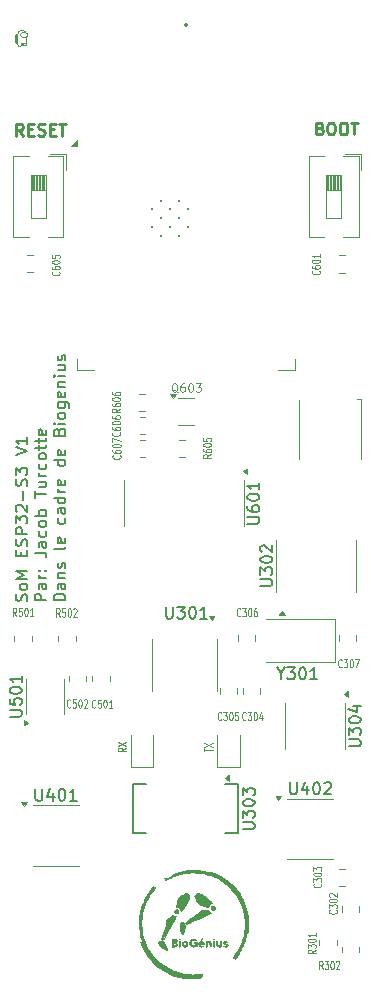
<source format=gto>
%TF.GenerationSoftware,KiCad,Pcbnew,8.0.1-rc1*%
%TF.CreationDate,2024-08-06T22:31:27-04:00*%
%TF.ProjectId,SoM_ESP32_v1,536f4d5f-4553-4503-9332-5f76312e6b69,rev?*%
%TF.SameCoordinates,Original*%
%TF.FileFunction,Legend,Top*%
%TF.FilePolarity,Positive*%
%FSLAX46Y46*%
G04 Gerber Fmt 4.6, Leading zero omitted, Abs format (unit mm)*
G04 Created by KiCad (PCBNEW 8.0.1-rc1) date 2024-08-06 22:31:27*
%MOMM*%
%LPD*%
G01*
G04 APERTURE LIST*
%ADD10C,0.000000*%
%ADD11C,0.250000*%
%ADD12C,0.150000*%
%ADD13C,0.100000*%
%ADD14C,0.120000*%
%ADD15C,0.300000*%
%ADD16C,0.350000*%
G04 APERTURE END LIST*
D10*
G36*
X122152789Y-55456551D02*
G01*
X122181541Y-55457762D01*
X122210283Y-55459812D01*
X122223611Y-55461169D01*
X122236835Y-55463016D01*
X122249941Y-55465352D01*
X122262915Y-55468176D01*
X122275743Y-55471488D01*
X122288410Y-55475286D01*
X122300903Y-55479570D01*
X122313206Y-55484339D01*
X122325306Y-55489591D01*
X122337188Y-55495326D01*
X122348838Y-55501543D01*
X122360242Y-55508241D01*
X122371386Y-55515418D01*
X122382255Y-55523075D01*
X122392835Y-55531210D01*
X122403111Y-55539822D01*
X122410969Y-55547009D01*
X122418460Y-55554499D01*
X122425626Y-55562254D01*
X122432513Y-55570239D01*
X122439164Y-55578419D01*
X122445624Y-55586759D01*
X122458145Y-55603772D01*
X122482824Y-55638138D01*
X122489175Y-55646592D01*
X122495687Y-55654920D01*
X122502403Y-55663087D01*
X122509368Y-55671055D01*
X122517003Y-55679155D01*
X122524799Y-55686839D01*
X122532714Y-55694186D01*
X122540705Y-55701277D01*
X122572577Y-55728682D01*
X122580310Y-55735692D01*
X122587864Y-55742927D01*
X122595197Y-55750465D01*
X122602266Y-55758388D01*
X122609029Y-55766774D01*
X122612282Y-55771166D01*
X122615443Y-55775704D01*
X122618506Y-55780398D01*
X122621466Y-55785258D01*
X122624317Y-55790294D01*
X122627055Y-55795515D01*
X122630882Y-55803518D01*
X122634346Y-55811527D01*
X122637450Y-55819537D01*
X122640193Y-55827544D01*
X122642577Y-55835540D01*
X122644603Y-55843521D01*
X122646273Y-55851482D01*
X122647586Y-55859416D01*
X122648545Y-55867318D01*
X122649150Y-55875182D01*
X122649403Y-55883004D01*
X122649304Y-55890776D01*
X122648855Y-55898495D01*
X122648057Y-55906155D01*
X122646910Y-55913749D01*
X122645417Y-55921272D01*
X122643577Y-55928719D01*
X122641392Y-55936084D01*
X122638864Y-55943362D01*
X122635992Y-55950547D01*
X122632780Y-55957633D01*
X122629226Y-55964616D01*
X122625333Y-55971489D01*
X122621101Y-55978247D01*
X122616533Y-55984884D01*
X122611627Y-55991395D01*
X122606387Y-55997774D01*
X122600813Y-56004017D01*
X122594905Y-56010116D01*
X122588666Y-56016067D01*
X122582096Y-56021864D01*
X122575196Y-56027502D01*
X122573221Y-56029126D01*
X122571419Y-56030748D01*
X122569786Y-56032377D01*
X122568317Y-56034021D01*
X122567006Y-56035688D01*
X122565850Y-56037388D01*
X122564842Y-56039128D01*
X122563978Y-56040916D01*
X122563253Y-56042762D01*
X122562661Y-56044673D01*
X122562199Y-56046658D01*
X122561861Y-56048725D01*
X122561642Y-56050883D01*
X122561537Y-56053139D01*
X122561541Y-56055503D01*
X122561649Y-56057982D01*
X122563378Y-56088621D01*
X122564761Y-56119260D01*
X122566544Y-56180537D01*
X122567097Y-56241815D01*
X122566518Y-56303092D01*
X122565764Y-56327670D01*
X122564494Y-56352195D01*
X122562767Y-56376676D01*
X122560644Y-56401120D01*
X122558183Y-56425534D01*
X122555445Y-56449926D01*
X122549373Y-56498672D01*
X122543721Y-56541564D01*
X122537811Y-56584476D01*
X122531543Y-56627349D01*
X122524820Y-56670122D01*
X122517332Y-56714784D01*
X122513419Y-56737095D01*
X122509368Y-56759445D01*
X122507190Y-56768918D01*
X122504293Y-56777741D01*
X122500713Y-56785934D01*
X122496487Y-56793515D01*
X122491653Y-56800503D01*
X122486248Y-56806916D01*
X122480308Y-56812772D01*
X122473871Y-56818090D01*
X122466973Y-56822889D01*
X122459652Y-56827186D01*
X122451944Y-56831000D01*
X122443887Y-56834351D01*
X122435518Y-56837255D01*
X122426873Y-56839732D01*
X122408906Y-56843477D01*
X122390281Y-56845734D01*
X122371295Y-56846650D01*
X122352243Y-56846374D01*
X122333423Y-56845051D01*
X122315130Y-56842831D01*
X122297660Y-56839861D01*
X122281310Y-56836287D01*
X122266375Y-56832259D01*
X122261594Y-56830732D01*
X122256976Y-56829051D01*
X122252517Y-56827219D01*
X122248215Y-56825240D01*
X122244069Y-56823116D01*
X122240076Y-56820852D01*
X122236234Y-56818450D01*
X122232541Y-56815914D01*
X122228995Y-56813247D01*
X122225594Y-56810453D01*
X122219218Y-56804495D01*
X122213397Y-56798067D01*
X122208113Y-56791195D01*
X122203350Y-56783907D01*
X122199092Y-56776229D01*
X122195321Y-56768188D01*
X122192020Y-56759809D01*
X122189173Y-56751121D01*
X122186764Y-56742149D01*
X122184775Y-56732921D01*
X122183190Y-56723462D01*
X122182037Y-56714016D01*
X122181228Y-56704568D01*
X122180693Y-56695114D01*
X122180359Y-56685653D01*
X122179591Y-56647685D01*
X122179216Y-56640828D01*
X122178555Y-56634885D01*
X122178111Y-56632230D01*
X122177589Y-56629773D01*
X122176986Y-56627504D01*
X122176300Y-56625411D01*
X122175529Y-56623484D01*
X122174671Y-56621714D01*
X122173722Y-56620090D01*
X122172682Y-56618601D01*
X122171547Y-56617237D01*
X122170315Y-56615988D01*
X122168985Y-56614843D01*
X122167553Y-56613792D01*
X122166017Y-56612825D01*
X122164376Y-56611932D01*
X122160767Y-56610323D01*
X122156706Y-56608884D01*
X122152177Y-56607532D01*
X122129003Y-56601330D01*
X122125377Y-56600303D01*
X122123913Y-56599930D01*
X122122656Y-56599664D01*
X122122100Y-56599574D01*
X122121590Y-56599517D01*
X122121122Y-56599491D01*
X122120695Y-56599500D01*
X122120306Y-56599544D01*
X122119953Y-56599624D01*
X122119633Y-56599743D01*
X122119346Y-56599902D01*
X122119087Y-56600101D01*
X122118855Y-56600343D01*
X122118648Y-56600628D01*
X122118463Y-56600958D01*
X122118298Y-56601335D01*
X122118151Y-56601760D01*
X122118019Y-56602234D01*
X122117900Y-56602759D01*
X122117693Y-56603966D01*
X122117511Y-56605393D01*
X122117150Y-56608950D01*
X122114610Y-56740395D01*
X122113895Y-56747822D01*
X122113008Y-56755171D01*
X122111933Y-56762429D01*
X122110651Y-56769582D01*
X122109144Y-56776618D01*
X122107395Y-56783522D01*
X122105386Y-56790282D01*
X122103100Y-56796884D01*
X122100519Y-56803315D01*
X122097625Y-56809561D01*
X122094400Y-56815610D01*
X122090827Y-56821447D01*
X122086888Y-56827060D01*
X122082566Y-56832435D01*
X122077842Y-56837559D01*
X122072700Y-56842419D01*
X122064057Y-56849628D01*
X122055094Y-56856292D01*
X122045836Y-56862412D01*
X122036310Y-56867987D01*
X122026543Y-56873018D01*
X122016561Y-56877505D01*
X122006390Y-56881447D01*
X121996056Y-56884845D01*
X121985587Y-56887698D01*
X121975009Y-56890006D01*
X121964348Y-56891771D01*
X121953630Y-56892990D01*
X121942882Y-56893666D01*
X121932130Y-56893797D01*
X121921401Y-56893383D01*
X121910722Y-56892425D01*
X121900118Y-56890922D01*
X121889616Y-56888875D01*
X121879243Y-56886284D01*
X121869024Y-56883148D01*
X121858987Y-56879468D01*
X121849158Y-56875243D01*
X121839563Y-56870473D01*
X121830229Y-56865160D01*
X121821182Y-56859301D01*
X121812448Y-56852899D01*
X121804055Y-56845951D01*
X121796027Y-56838460D01*
X121788393Y-56830424D01*
X121781178Y-56821843D01*
X121774409Y-56812718D01*
X121768111Y-56803049D01*
X121765820Y-56799051D01*
X121763701Y-56794997D01*
X121761743Y-56790891D01*
X121759936Y-56786737D01*
X121758267Y-56782538D01*
X121756726Y-56778299D01*
X121755302Y-56774022D01*
X121753983Y-56769711D01*
X121751616Y-56761005D01*
X121749538Y-56752209D01*
X121747657Y-56743354D01*
X121745886Y-56734469D01*
X121742972Y-56719130D01*
X121740393Y-56703754D01*
X121738106Y-56688343D01*
X121736070Y-56672900D01*
X121734243Y-56657427D01*
X121732581Y-56641927D01*
X121729588Y-56610855D01*
X121729451Y-56609569D01*
X121729274Y-56608407D01*
X121729052Y-56607362D01*
X121728923Y-56606883D01*
X121728781Y-56606430D01*
X121728625Y-56606004D01*
X121728455Y-56605604D01*
X121728270Y-56605230D01*
X121728070Y-56604880D01*
X121727853Y-56604554D01*
X121727620Y-56604251D01*
X121727369Y-56603970D01*
X121727101Y-56603711D01*
X121726814Y-56603474D01*
X121726507Y-56603257D01*
X121726181Y-56603059D01*
X121725834Y-56602880D01*
X121725466Y-56602720D01*
X121725077Y-56602578D01*
X121724665Y-56602452D01*
X121724230Y-56602342D01*
X121723772Y-56602248D01*
X121723289Y-56602169D01*
X121722249Y-56602052D01*
X121721105Y-56601986D01*
X121719851Y-56601965D01*
X121708125Y-56601815D01*
X121696449Y-56601198D01*
X121690632Y-56600712D01*
X121684832Y-56600105D01*
X121679049Y-56599377D01*
X121673285Y-56598526D01*
X121667540Y-56597551D01*
X121661817Y-56596450D01*
X121656115Y-56595224D01*
X121650438Y-56593869D01*
X121644785Y-56592385D01*
X121639158Y-56590772D01*
X121633559Y-56589026D01*
X121627988Y-56587149D01*
X121616824Y-56582948D01*
X121606195Y-56578281D01*
X121596105Y-56573141D01*
X121586558Y-56567523D01*
X121577557Y-56561421D01*
X121569108Y-56554831D01*
X121561213Y-56547745D01*
X121553878Y-56540159D01*
X121547106Y-56532066D01*
X121540901Y-56523463D01*
X121535267Y-56514342D01*
X121530208Y-56504698D01*
X121525728Y-56494526D01*
X121521832Y-56483820D01*
X121518523Y-56472574D01*
X121515805Y-56460784D01*
X121511052Y-56434561D01*
X121507355Y-56408284D01*
X121504594Y-56381957D01*
X121502655Y-56355585D01*
X121501420Y-56329174D01*
X121500773Y-56302728D01*
X121500707Y-56292720D01*
X121582480Y-56292720D01*
X121582739Y-56311292D01*
X121583247Y-56329855D01*
X121584072Y-56348397D01*
X121585284Y-56366909D01*
X121586953Y-56385382D01*
X121589147Y-56403806D01*
X121591937Y-56422169D01*
X121595391Y-56440464D01*
X121596973Y-56447972D01*
X121597846Y-56451689D01*
X121598798Y-56455370D01*
X121599846Y-56459004D01*
X121601010Y-56462583D01*
X121602305Y-56466099D01*
X121603752Y-56469541D01*
X121605367Y-56472902D01*
X121607169Y-56476172D01*
X121609176Y-56479342D01*
X121611405Y-56482403D01*
X121612609Y-56483890D01*
X121613875Y-56485347D01*
X121615206Y-56486772D01*
X121616603Y-56488163D01*
X121618070Y-56489521D01*
X121619608Y-56490844D01*
X121621220Y-56492131D01*
X121622908Y-56493380D01*
X121628350Y-56497057D01*
X121633877Y-56500397D01*
X121639487Y-56503417D01*
X121645176Y-56506133D01*
X121650941Y-56508562D01*
X121656778Y-56510719D01*
X121662683Y-56512620D01*
X121668654Y-56514282D01*
X121674688Y-56515721D01*
X121680779Y-56516953D01*
X121686926Y-56517994D01*
X121693125Y-56518860D01*
X121699372Y-56519567D01*
X121705664Y-56520131D01*
X121718370Y-56520897D01*
X121718960Y-56520903D01*
X121719501Y-56520883D01*
X121719995Y-56520838D01*
X121720444Y-56520769D01*
X121720850Y-56520677D01*
X121721215Y-56520563D01*
X121721541Y-56520427D01*
X121721829Y-56520272D01*
X121722082Y-56520098D01*
X121722302Y-56519906D01*
X121722490Y-56519697D01*
X121722648Y-56519472D01*
X121722779Y-56519233D01*
X121722885Y-56518979D01*
X121722966Y-56518714D01*
X121723026Y-56518436D01*
X121723066Y-56518148D01*
X121723088Y-56517851D01*
X121723087Y-56517232D01*
X121723037Y-56516588D01*
X121722954Y-56515926D01*
X121722751Y-56514585D01*
X121722662Y-56513923D01*
X121722603Y-56513277D01*
X121719256Y-56438787D01*
X121717100Y-56364237D01*
X121716055Y-56289648D01*
X121716049Y-56259521D01*
X121796713Y-56259521D01*
X121797533Y-56344684D01*
X121799941Y-56429847D01*
X121801790Y-56472416D01*
X121804095Y-56514970D01*
X121807243Y-56565122D01*
X121809140Y-56590173D01*
X121811344Y-56615194D01*
X121813926Y-56640176D01*
X121816953Y-56665108D01*
X121820497Y-56689980D01*
X121824626Y-56714783D01*
X121826842Y-56727950D01*
X121828042Y-56734544D01*
X121828728Y-56737815D01*
X121829495Y-56741056D01*
X121830361Y-56744261D01*
X121831344Y-56747420D01*
X121832463Y-56750525D01*
X121833735Y-56753568D01*
X121835178Y-56756540D01*
X121836810Y-56759433D01*
X121838649Y-56762239D01*
X121840713Y-56764948D01*
X121844960Y-56769905D01*
X121849399Y-56774647D01*
X121854022Y-56779168D01*
X121858817Y-56783456D01*
X121863777Y-56787505D01*
X121868890Y-56791303D01*
X121874148Y-56794844D01*
X121879541Y-56798117D01*
X121885059Y-56801114D01*
X121890692Y-56803826D01*
X121896432Y-56806243D01*
X121902268Y-56808358D01*
X121908191Y-56810160D01*
X121914192Y-56811641D01*
X121920259Y-56812793D01*
X121926385Y-56813605D01*
X121932559Y-56814070D01*
X121938772Y-56814177D01*
X121945014Y-56813919D01*
X121951276Y-56813286D01*
X121957547Y-56812270D01*
X121963819Y-56810861D01*
X121970082Y-56809050D01*
X121976325Y-56806829D01*
X121982540Y-56804188D01*
X121988717Y-56801118D01*
X121994846Y-56797612D01*
X122000918Y-56793659D01*
X122006923Y-56789250D01*
X122012851Y-56784377D01*
X122018693Y-56779031D01*
X122024440Y-56773203D01*
X122024903Y-56772685D01*
X122025342Y-56772160D01*
X122025754Y-56771628D01*
X122026140Y-56771087D01*
X122026498Y-56770536D01*
X122026828Y-56769974D01*
X122027130Y-56769399D01*
X122027403Y-56768811D01*
X122027646Y-56768208D01*
X122027859Y-56767589D01*
X122028040Y-56766953D01*
X122028190Y-56766298D01*
X122028308Y-56765623D01*
X122028393Y-56764927D01*
X122028444Y-56764209D01*
X122028461Y-56763467D01*
X122028726Y-56734098D01*
X122029467Y-56704729D01*
X122030605Y-56675361D01*
X122032060Y-56645992D01*
X122033449Y-56623585D01*
X122034322Y-56612383D01*
X122035393Y-56601198D01*
X122036723Y-56590043D01*
X122038370Y-56578930D01*
X122040394Y-56567871D01*
X122042855Y-56556880D01*
X122043817Y-56553188D01*
X122044884Y-56549580D01*
X122046069Y-56546064D01*
X122047382Y-56542649D01*
X122048836Y-56539345D01*
X122050441Y-56536160D01*
X122052210Y-56533103D01*
X122054152Y-56530184D01*
X122055193Y-56528778D01*
X122056281Y-56527411D01*
X122057419Y-56526082D01*
X122058608Y-56524793D01*
X122059849Y-56523546D01*
X122061143Y-56522340D01*
X122062493Y-56521178D01*
X122063899Y-56520060D01*
X122065363Y-56518988D01*
X122066887Y-56517962D01*
X122068471Y-56516985D01*
X122070118Y-56516056D01*
X122071828Y-56515178D01*
X122073604Y-56514350D01*
X122075446Y-56513575D01*
X122077356Y-56512853D01*
X122080172Y-56511952D01*
X122082982Y-56511224D01*
X122085786Y-56510662D01*
X122088585Y-56510257D01*
X122091377Y-56510000D01*
X122094163Y-56509881D01*
X122096942Y-56509891D01*
X122099714Y-56510023D01*
X122102478Y-56510265D01*
X122105235Y-56510611D01*
X122107983Y-56511050D01*
X122110724Y-56511574D01*
X122113455Y-56512173D01*
X122116178Y-56512839D01*
X122121595Y-56514335D01*
X122142040Y-56520368D01*
X122162446Y-56526559D01*
X122182852Y-56532671D01*
X122193068Y-56535623D01*
X122203298Y-56538465D01*
X122223862Y-56543816D01*
X122244457Y-56548529D01*
X122254777Y-56550541D01*
X122265117Y-56552265D01*
X122275482Y-56553661D01*
X122285874Y-56554684D01*
X122296299Y-56555294D01*
X122306760Y-56555446D01*
X122317262Y-56555100D01*
X122327808Y-56554211D01*
X122338402Y-56552739D01*
X122349048Y-56550640D01*
X122359751Y-56547872D01*
X122370515Y-56544392D01*
X122369520Y-56547954D01*
X122368438Y-56551419D01*
X122367268Y-56554789D01*
X122366007Y-56558064D01*
X122364653Y-56561248D01*
X122363203Y-56564342D01*
X122361657Y-56567348D01*
X122360011Y-56570268D01*
X122358263Y-56573104D01*
X122356411Y-56575857D01*
X122354453Y-56578529D01*
X122352387Y-56581123D01*
X122350211Y-56583639D01*
X122347922Y-56586081D01*
X122345519Y-56588450D01*
X122342998Y-56590747D01*
X122339583Y-56593546D01*
X122336087Y-56596156D01*
X122332514Y-56598583D01*
X122328866Y-56600837D01*
X122325148Y-56602927D01*
X122321362Y-56604860D01*
X122317513Y-56606644D01*
X122313603Y-56608289D01*
X122309636Y-56609802D01*
X122305615Y-56611192D01*
X122301544Y-56612468D01*
X122297427Y-56613637D01*
X122293266Y-56614708D01*
X122289065Y-56615689D01*
X122280556Y-56617417D01*
X122275434Y-56618425D01*
X122273340Y-56618893D01*
X122271524Y-56619371D01*
X122270713Y-56619624D01*
X122269963Y-56619889D01*
X122269270Y-56620170D01*
X122268632Y-56620472D01*
X122268044Y-56620796D01*
X122267505Y-56621147D01*
X122267012Y-56621527D01*
X122266560Y-56621941D01*
X122266147Y-56622392D01*
X122265771Y-56622882D01*
X122265427Y-56623416D01*
X122265113Y-56623996D01*
X122264826Y-56624627D01*
X122264563Y-56625311D01*
X122264321Y-56626052D01*
X122264096Y-56626853D01*
X122263687Y-56628649D01*
X122263312Y-56630726D01*
X122262946Y-56633111D01*
X122262565Y-56635832D01*
X122261192Y-56648204D01*
X122260276Y-56660557D01*
X122259856Y-56672890D01*
X122259844Y-56679049D01*
X122259972Y-56685203D01*
X122260243Y-56691352D01*
X122260663Y-56697496D01*
X122261237Y-56703635D01*
X122261969Y-56709770D01*
X122262866Y-56715899D01*
X122263931Y-56722023D01*
X122265169Y-56728143D01*
X122266586Y-56734257D01*
X122267060Y-56735991D01*
X122267608Y-56737625D01*
X122268231Y-56739163D01*
X122268928Y-56740607D01*
X122269699Y-56741962D01*
X122270545Y-56743231D01*
X122271465Y-56744419D01*
X122272460Y-56745528D01*
X122273529Y-56746563D01*
X122274673Y-56747527D01*
X122275891Y-56748425D01*
X122277183Y-56749259D01*
X122278550Y-56750033D01*
X122279991Y-56750752D01*
X122281506Y-56751419D01*
X122283096Y-56752037D01*
X122288672Y-56753932D01*
X122294285Y-56755652D01*
X122299933Y-56757198D01*
X122305612Y-56758572D01*
X122311322Y-56759778D01*
X122317059Y-56760818D01*
X122322821Y-56761694D01*
X122328605Y-56762409D01*
X122339300Y-56763456D01*
X122349957Y-56764162D01*
X122355270Y-56764359D01*
X122360573Y-56764440D01*
X122365866Y-56764393D01*
X122371150Y-56764208D01*
X122376423Y-56763874D01*
X122381687Y-56763380D01*
X122386940Y-56762717D01*
X122392184Y-56761873D01*
X122397418Y-56760838D01*
X122402642Y-56759602D01*
X122407856Y-56758153D01*
X122413060Y-56756482D01*
X122415090Y-56755735D01*
X122416976Y-56754919D01*
X122418724Y-56754032D01*
X122420339Y-56753069D01*
X122421826Y-56752027D01*
X122423191Y-56750901D01*
X122424439Y-56749689D01*
X122425574Y-56748386D01*
X122426603Y-56746989D01*
X122427531Y-56745494D01*
X122428363Y-56743897D01*
X122429103Y-56742195D01*
X122429758Y-56740383D01*
X122430333Y-56738459D01*
X122430833Y-56736418D01*
X122431263Y-56734257D01*
X122438754Y-56690244D01*
X122445947Y-56646151D01*
X122452783Y-56601979D01*
X122459203Y-56557727D01*
X122472115Y-56462742D01*
X122475020Y-56438958D01*
X122477658Y-56415150D01*
X122479958Y-56391311D01*
X122481851Y-56367439D01*
X122483944Y-56332584D01*
X122485218Y-56297714D01*
X122485788Y-56262835D01*
X122485767Y-56227950D01*
X122484411Y-56158186D01*
X122482063Y-56088462D01*
X122482005Y-56087373D01*
X122481909Y-56086404D01*
X122481845Y-56085963D01*
X122481771Y-56085552D01*
X122481685Y-56085169D01*
X122481587Y-56084814D01*
X122481476Y-56084487D01*
X122481353Y-56084187D01*
X122481216Y-56083913D01*
X122481066Y-56083666D01*
X122480901Y-56083445D01*
X122480722Y-56083249D01*
X122480527Y-56083078D01*
X122480317Y-56082932D01*
X122480090Y-56082810D01*
X122479847Y-56082712D01*
X122479587Y-56082637D01*
X122479310Y-56082585D01*
X122479014Y-56082556D01*
X122478700Y-56082549D01*
X122478367Y-56082563D01*
X122478015Y-56082598D01*
X122477643Y-56082654D01*
X122477250Y-56082731D01*
X122476402Y-56082943D01*
X122475468Y-56083232D01*
X122474443Y-56083594D01*
X122460044Y-56088751D01*
X122445581Y-56093507D01*
X122431055Y-56097864D01*
X122416466Y-56101823D01*
X122401815Y-56105386D01*
X122387103Y-56108552D01*
X122372330Y-56111324D01*
X122357497Y-56113703D01*
X122342604Y-56115690D01*
X122327653Y-56117287D01*
X122312643Y-56118494D01*
X122297576Y-56119312D01*
X122282451Y-56119744D01*
X122267270Y-56119790D01*
X122252033Y-56119452D01*
X122236741Y-56118730D01*
X122221085Y-56117543D01*
X122205553Y-56115856D01*
X122190151Y-56113629D01*
X122174882Y-56110819D01*
X122167299Y-56109183D01*
X122159752Y-56107384D01*
X122152240Y-56105419D01*
X122144765Y-56103282D01*
X122137328Y-56100967D01*
X122129928Y-56098470D01*
X122122567Y-56095785D01*
X122115245Y-56092907D01*
X122105447Y-56088685D01*
X122095909Y-56084184D01*
X122086648Y-56079386D01*
X122077680Y-56074277D01*
X122069023Y-56068839D01*
X122060692Y-56063056D01*
X122052704Y-56056911D01*
X122045077Y-56050388D01*
X122037827Y-56043471D01*
X122030971Y-56036144D01*
X122024525Y-56028388D01*
X122018506Y-56020190D01*
X122012932Y-56011531D01*
X122007818Y-56002395D01*
X122003182Y-55992767D01*
X121999040Y-55982629D01*
X121996039Y-55974197D01*
X121993232Y-55965731D01*
X121990622Y-55957230D01*
X121988215Y-55948693D01*
X121986015Y-55940119D01*
X121984027Y-55931510D01*
X121982255Y-55922864D01*
X121980704Y-55914181D01*
X121979379Y-55905461D01*
X121978284Y-55896703D01*
X121977425Y-55887908D01*
X121976805Y-55879074D01*
X121976429Y-55870202D01*
X121976397Y-55867941D01*
X122057286Y-55867941D01*
X122057686Y-55878149D01*
X122058597Y-55888305D01*
X122060002Y-55898409D01*
X122061884Y-55908460D01*
X122064225Y-55918457D01*
X122067008Y-55928399D01*
X122070217Y-55938285D01*
X122073834Y-55948115D01*
X122077842Y-55957887D01*
X122082225Y-55967600D01*
X122084422Y-55971884D01*
X122086877Y-55975931D01*
X122089573Y-55979753D01*
X122092494Y-55983363D01*
X122095625Y-55986772D01*
X122098949Y-55989992D01*
X122102452Y-55993034D01*
X122106117Y-55995911D01*
X122109928Y-55998634D01*
X122113869Y-56001215D01*
X122117926Y-56003666D01*
X122122081Y-56005998D01*
X122126319Y-56008224D01*
X122130625Y-56010354D01*
X122139375Y-56014379D01*
X122147294Y-56017680D01*
X122155239Y-56020685D01*
X122163190Y-56023406D01*
X122171121Y-56025855D01*
X122179012Y-56028043D01*
X122186840Y-56029983D01*
X122194581Y-56031686D01*
X122202213Y-56033164D01*
X122209714Y-56034429D01*
X122217061Y-56035492D01*
X122224231Y-56036365D01*
X122231202Y-56037060D01*
X122244454Y-56037964D01*
X122256638Y-56038297D01*
X122269989Y-56038225D01*
X122282988Y-56037929D01*
X122295655Y-56037407D01*
X122308010Y-56036660D01*
X122320074Y-56035686D01*
X122331867Y-56034483D01*
X122343409Y-56033052D01*
X122354719Y-56031391D01*
X122365819Y-56029500D01*
X122376728Y-56027377D01*
X122387466Y-56025021D01*
X122398055Y-56022432D01*
X122408512Y-56019608D01*
X122418860Y-56016549D01*
X122429118Y-56013254D01*
X122439306Y-56009722D01*
X122453089Y-56004519D01*
X122459888Y-56001749D01*
X122466618Y-55998854D01*
X122473271Y-55995823D01*
X122479840Y-55992644D01*
X122486318Y-55989308D01*
X122492699Y-55985804D01*
X122498976Y-55982121D01*
X122505142Y-55978249D01*
X122511190Y-55974177D01*
X122517114Y-55969896D01*
X122522906Y-55965393D01*
X122528559Y-55960659D01*
X122534068Y-55955683D01*
X122539425Y-55950455D01*
X122544093Y-55945475D01*
X122548335Y-55940377D01*
X122552152Y-55935163D01*
X122555544Y-55929834D01*
X122558512Y-55924393D01*
X122561057Y-55918840D01*
X122563178Y-55913178D01*
X122564878Y-55907408D01*
X122566155Y-55901530D01*
X122567012Y-55895548D01*
X122567448Y-55889462D01*
X122567464Y-55883274D01*
X122567061Y-55876986D01*
X122566239Y-55870599D01*
X122565000Y-55864114D01*
X122563343Y-55857534D01*
X122561053Y-55849774D01*
X122558397Y-55842284D01*
X122555388Y-55835058D01*
X122552035Y-55828089D01*
X122548352Y-55821369D01*
X122544349Y-55814891D01*
X122540038Y-55808648D01*
X122535430Y-55802633D01*
X122530536Y-55796838D01*
X122525369Y-55791258D01*
X122519940Y-55785883D01*
X122514260Y-55780709D01*
X122508340Y-55775726D01*
X122502193Y-55770929D01*
X122495829Y-55766309D01*
X122489260Y-55761860D01*
X122478863Y-55755361D01*
X122468312Y-55749425D01*
X122457613Y-55744033D01*
X122446771Y-55739169D01*
X122435791Y-55734815D01*
X122424680Y-55730952D01*
X122413440Y-55727565D01*
X122402080Y-55724633D01*
X122390602Y-55722141D01*
X122379013Y-55720071D01*
X122367318Y-55718404D01*
X122355523Y-55717123D01*
X122343632Y-55716210D01*
X122331650Y-55715648D01*
X122319584Y-55715419D01*
X122307438Y-55715505D01*
X122294542Y-55715932D01*
X122281725Y-55716725D01*
X122268985Y-55717869D01*
X122256317Y-55719348D01*
X122243718Y-55721148D01*
X122231182Y-55723252D01*
X122218707Y-55725645D01*
X122206288Y-55728311D01*
X122181602Y-55734402D01*
X122157092Y-55741401D01*
X122132726Y-55749184D01*
X122108471Y-55757627D01*
X122105333Y-55758832D01*
X122102343Y-55760147D01*
X122099497Y-55761570D01*
X122096790Y-55763101D01*
X122094217Y-55764739D01*
X122091773Y-55766486D01*
X122089453Y-55768340D01*
X122087252Y-55770301D01*
X122085165Y-55772368D01*
X122083187Y-55774542D01*
X122081314Y-55776822D01*
X122079539Y-55779207D01*
X122077859Y-55781698D01*
X122076268Y-55784294D01*
X122074762Y-55786995D01*
X122073335Y-55789800D01*
X122071443Y-55793650D01*
X122070522Y-55795605D01*
X122069631Y-55797579D01*
X122068779Y-55799573D01*
X122067977Y-55801588D01*
X122067234Y-55803621D01*
X122066561Y-55805675D01*
X122063540Y-55816170D01*
X122061131Y-55826619D01*
X122059319Y-55837022D01*
X122058085Y-55847377D01*
X122057413Y-55857684D01*
X122057286Y-55867941D01*
X121976397Y-55867941D01*
X121976302Y-55861291D01*
X121976429Y-55852341D01*
X121976815Y-55843352D01*
X121977418Y-55835102D01*
X121978278Y-55826944D01*
X121979400Y-55818878D01*
X121980787Y-55810907D01*
X121982442Y-55803034D01*
X121984371Y-55795258D01*
X121986577Y-55787583D01*
X121989065Y-55780011D01*
X121991837Y-55772542D01*
X121994899Y-55765180D01*
X121998254Y-55757926D01*
X122001907Y-55750781D01*
X122005861Y-55743748D01*
X122010120Y-55736828D01*
X122014689Y-55730024D01*
X122019571Y-55723337D01*
X122021978Y-55720244D01*
X122024440Y-55717240D01*
X122026961Y-55714326D01*
X122029546Y-55711507D01*
X122032201Y-55708786D01*
X122034930Y-55706166D01*
X122037739Y-55703651D01*
X122040632Y-55701244D01*
X122043614Y-55698949D01*
X122046691Y-55696769D01*
X122049867Y-55694707D01*
X122053147Y-55692768D01*
X122056536Y-55690953D01*
X122060039Y-55689267D01*
X122063662Y-55687714D01*
X122067408Y-55686295D01*
X122108868Y-55671611D01*
X122119264Y-55668070D01*
X122129707Y-55664656D01*
X122140215Y-55661405D01*
X122150805Y-55658355D01*
X122174429Y-55652215D01*
X122198158Y-55646856D01*
X122221996Y-55642345D01*
X122245949Y-55638750D01*
X122270020Y-55636137D01*
X122282102Y-55635219D01*
X122294215Y-55634573D01*
X122306361Y-55634205D01*
X122318540Y-55634125D01*
X122330752Y-55634341D01*
X122342998Y-55634860D01*
X122348078Y-55635145D01*
X122353161Y-55635512D01*
X122363344Y-55636421D01*
X122383850Y-55638459D01*
X122383822Y-55638088D01*
X122383781Y-55637731D01*
X122383726Y-55637387D01*
X122383658Y-55637054D01*
X122383577Y-55636733D01*
X122383485Y-55636423D01*
X122383381Y-55636123D01*
X122383267Y-55635833D01*
X122383144Y-55635552D01*
X122383010Y-55635280D01*
X122382868Y-55635016D01*
X122382718Y-55634760D01*
X122382561Y-55634511D01*
X122382397Y-55634269D01*
X122382050Y-55633802D01*
X122381684Y-55633355D01*
X122381303Y-55632923D01*
X122380516Y-55632089D01*
X122379729Y-55631264D01*
X122379348Y-55630845D01*
X122378981Y-55630415D01*
X122369987Y-55620559D01*
X122360706Y-55611236D01*
X122351140Y-55602451D01*
X122341288Y-55594214D01*
X122331152Y-55586529D01*
X122320734Y-55579404D01*
X122310033Y-55572847D01*
X122299051Y-55566862D01*
X122287788Y-55561459D01*
X122276246Y-55556642D01*
X122264426Y-55552420D01*
X122252329Y-55548798D01*
X122239954Y-55545784D01*
X122227304Y-55543385D01*
X122214380Y-55541607D01*
X122201181Y-55540457D01*
X122176002Y-55539115D01*
X122150795Y-55538297D01*
X122125573Y-55538050D01*
X122100349Y-55538420D01*
X122075134Y-55539454D01*
X122049942Y-55541201D01*
X122024785Y-55543707D01*
X121999675Y-55547019D01*
X121987823Y-55549120D01*
X121976400Y-55551778D01*
X121965406Y-55554996D01*
X121954844Y-55558779D01*
X121944715Y-55563133D01*
X121935020Y-55568063D01*
X121925761Y-55573573D01*
X121916939Y-55579668D01*
X121908557Y-55586354D01*
X121900615Y-55593635D01*
X121893115Y-55601516D01*
X121886059Y-55610003D01*
X121879449Y-55619099D01*
X121873285Y-55628811D01*
X121867569Y-55639143D01*
X121862303Y-55650100D01*
X121857698Y-55660953D01*
X121853400Y-55671918D01*
X121849400Y-55682987D01*
X121845687Y-55694153D01*
X121842253Y-55705408D01*
X121839086Y-55716745D01*
X121836177Y-55728157D01*
X121833516Y-55739635D01*
X121828990Y-55761669D01*
X121825043Y-55783791D01*
X121821603Y-55805986D01*
X121818594Y-55828244D01*
X121815942Y-55850551D01*
X121813573Y-55872896D01*
X121809386Y-55917647D01*
X121806793Y-55949654D01*
X121804554Y-55981696D01*
X121801052Y-56045864D01*
X121798701Y-56110111D01*
X121797321Y-56174398D01*
X121796713Y-56259521D01*
X121716049Y-56259521D01*
X121716041Y-56215039D01*
X121716362Y-56176462D01*
X121717020Y-56137886D01*
X121718036Y-56099310D01*
X121719428Y-56060734D01*
X121721045Y-56025015D01*
X121723000Y-55989296D01*
X121725232Y-55953577D01*
X121727683Y-55917859D01*
X121727714Y-55917003D01*
X121727725Y-55916185D01*
X121727709Y-55915405D01*
X121727660Y-55914667D01*
X121727621Y-55914314D01*
X121727573Y-55913972D01*
X121727513Y-55913642D01*
X121727441Y-55913323D01*
X121727357Y-55913016D01*
X121727259Y-55912722D01*
X121727148Y-55912439D01*
X121727022Y-55912170D01*
X121726880Y-55911914D01*
X121726722Y-55911671D01*
X121726547Y-55911441D01*
X121726354Y-55911225D01*
X121726143Y-55911024D01*
X121725912Y-55910837D01*
X121725662Y-55910664D01*
X121725391Y-55910507D01*
X121725099Y-55910364D01*
X121724784Y-55910237D01*
X121724447Y-55910126D01*
X121724086Y-55910031D01*
X121723701Y-55909952D01*
X121723290Y-55909889D01*
X121722854Y-55909844D01*
X121722391Y-55909815D01*
X121712630Y-55909209D01*
X121702878Y-55908737D01*
X121693147Y-55908513D01*
X121688291Y-55908530D01*
X121683445Y-55908651D01*
X121678608Y-55908892D01*
X121673782Y-55909265D01*
X121668969Y-55909787D01*
X121664170Y-55910470D01*
X121659385Y-55911330D01*
X121654617Y-55912379D01*
X121649866Y-55913634D01*
X121645133Y-55915107D01*
X121642179Y-55916161D01*
X121639351Y-55917342D01*
X121636649Y-55918650D01*
X121634077Y-55920088D01*
X121631634Y-55921657D01*
X121629324Y-55923359D01*
X121627146Y-55925197D01*
X121625104Y-55927172D01*
X121623198Y-55929286D01*
X121621430Y-55931540D01*
X121619802Y-55933937D01*
X121618314Y-55936479D01*
X121616969Y-55939167D01*
X121615769Y-55942003D01*
X121614714Y-55944989D01*
X121613806Y-55948127D01*
X121609779Y-55964993D01*
X121606233Y-55981931D01*
X121603113Y-55998933D01*
X121600365Y-56015993D01*
X121597935Y-56033102D01*
X121595768Y-56050253D01*
X121592005Y-56084652D01*
X121587986Y-56130408D01*
X121586331Y-56153310D01*
X121584940Y-56176224D01*
X121583838Y-56199148D01*
X121583045Y-56222080D01*
X121582585Y-56245016D01*
X121582480Y-56267955D01*
X121582480Y-56292720D01*
X121500707Y-56292720D01*
X121500597Y-56276252D01*
X121500776Y-56249752D01*
X121501242Y-56225782D01*
X121502003Y-56201816D01*
X121503057Y-56177861D01*
X121504401Y-56153920D01*
X121506033Y-56129999D01*
X121507950Y-56106103D01*
X121510150Y-56082237D01*
X121512630Y-56058405D01*
X121516565Y-56026262D01*
X121518799Y-56010256D01*
X121521255Y-55994297D01*
X121523970Y-55978387D01*
X121526977Y-55962530D01*
X121530311Y-55946728D01*
X121534008Y-55930982D01*
X121536899Y-55920724D01*
X121540327Y-55911055D01*
X121544284Y-55901967D01*
X121548762Y-55893448D01*
X121553752Y-55885488D01*
X121559245Y-55878077D01*
X121565235Y-55871206D01*
X121571711Y-55864863D01*
X121578666Y-55859038D01*
X121586092Y-55853722D01*
X121593979Y-55848903D01*
X121602320Y-55844572D01*
X121611106Y-55840719D01*
X121620330Y-55837333D01*
X121629981Y-55834404D01*
X121640053Y-55831922D01*
X121644881Y-55831080D01*
X121650041Y-55830580D01*
X121655480Y-55830371D01*
X121661144Y-55830397D01*
X121672925Y-55830943D01*
X121684953Y-55831790D01*
X121696792Y-55832507D01*
X121702505Y-55832683D01*
X121708008Y-55832666D01*
X121713247Y-55832402D01*
X121718167Y-55831838D01*
X121722715Y-55830920D01*
X121724833Y-55830311D01*
X121726836Y-55829594D01*
X121728654Y-55828733D01*
X121730339Y-55827667D01*
X121731897Y-55826408D01*
X121733334Y-55824967D01*
X121734656Y-55823357D01*
X121735867Y-55821588D01*
X121736974Y-55819673D01*
X121737982Y-55817625D01*
X121739722Y-55813171D01*
X121741131Y-55808322D01*
X121742254Y-55803173D01*
X121743135Y-55797817D01*
X121746733Y-55758897D01*
X121748788Y-55747804D01*
X121750986Y-55736751D01*
X121753333Y-55725738D01*
X121755835Y-55714765D01*
X121758494Y-55703831D01*
X121761318Y-55692936D01*
X121764310Y-55682082D01*
X121767476Y-55671267D01*
X121773067Y-55654030D01*
X121776083Y-55645530D01*
X121779260Y-55637116D01*
X121782610Y-55628794D01*
X121786143Y-55620569D01*
X121789870Y-55612447D01*
X121793802Y-55604433D01*
X121797950Y-55596534D01*
X121802325Y-55588754D01*
X121806937Y-55581100D01*
X121811797Y-55573576D01*
X121816917Y-55566189D01*
X121822307Y-55558944D01*
X121827977Y-55551846D01*
X121833940Y-55544902D01*
X121841414Y-55536928D01*
X121849150Y-55529429D01*
X121857138Y-55522395D01*
X121865372Y-55515814D01*
X121873844Y-55509676D01*
X121882547Y-55503971D01*
X121891473Y-55498686D01*
X121900615Y-55493811D01*
X121909965Y-55489336D01*
X121919516Y-55485249D01*
X121929260Y-55481540D01*
X121939191Y-55478197D01*
X121949300Y-55475211D01*
X121959580Y-55472569D01*
X121970024Y-55470262D01*
X121980625Y-55468279D01*
X122009228Y-55463939D01*
X122037880Y-55460586D01*
X122066573Y-55458196D01*
X122095295Y-55456743D01*
X122124037Y-55456203D01*
X122152789Y-55456551D01*
G37*
D11*
X122198996Y-64389619D02*
X121865663Y-63913428D01*
X121627568Y-64389619D02*
X121627568Y-63389619D01*
X121627568Y-63389619D02*
X122008520Y-63389619D01*
X122008520Y-63389619D02*
X122103758Y-63437238D01*
X122103758Y-63437238D02*
X122151377Y-63484857D01*
X122151377Y-63484857D02*
X122198996Y-63580095D01*
X122198996Y-63580095D02*
X122198996Y-63722952D01*
X122198996Y-63722952D02*
X122151377Y-63818190D01*
X122151377Y-63818190D02*
X122103758Y-63865809D01*
X122103758Y-63865809D02*
X122008520Y-63913428D01*
X122008520Y-63913428D02*
X121627568Y-63913428D01*
X122627568Y-63865809D02*
X122960901Y-63865809D01*
X123103758Y-64389619D02*
X122627568Y-64389619D01*
X122627568Y-64389619D02*
X122627568Y-63389619D01*
X122627568Y-63389619D02*
X123103758Y-63389619D01*
X123484711Y-64342000D02*
X123627568Y-64389619D01*
X123627568Y-64389619D02*
X123865663Y-64389619D01*
X123865663Y-64389619D02*
X123960901Y-64342000D01*
X123960901Y-64342000D02*
X124008520Y-64294380D01*
X124008520Y-64294380D02*
X124056139Y-64199142D01*
X124056139Y-64199142D02*
X124056139Y-64103904D01*
X124056139Y-64103904D02*
X124008520Y-64008666D01*
X124008520Y-64008666D02*
X123960901Y-63961047D01*
X123960901Y-63961047D02*
X123865663Y-63913428D01*
X123865663Y-63913428D02*
X123675187Y-63865809D01*
X123675187Y-63865809D02*
X123579949Y-63818190D01*
X123579949Y-63818190D02*
X123532330Y-63770571D01*
X123532330Y-63770571D02*
X123484711Y-63675333D01*
X123484711Y-63675333D02*
X123484711Y-63580095D01*
X123484711Y-63580095D02*
X123532330Y-63484857D01*
X123532330Y-63484857D02*
X123579949Y-63437238D01*
X123579949Y-63437238D02*
X123675187Y-63389619D01*
X123675187Y-63389619D02*
X123913282Y-63389619D01*
X123913282Y-63389619D02*
X124056139Y-63437238D01*
X124484711Y-63865809D02*
X124818044Y-63865809D01*
X124960901Y-64389619D02*
X124484711Y-64389619D01*
X124484711Y-64389619D02*
X124484711Y-63389619D01*
X124484711Y-63389619D02*
X124960901Y-63389619D01*
X125246616Y-63389619D02*
X125818044Y-63389619D01*
X125532330Y-64389619D02*
X125532330Y-63389619D01*
X147335901Y-63765809D02*
X147478758Y-63813428D01*
X147478758Y-63813428D02*
X147526377Y-63861047D01*
X147526377Y-63861047D02*
X147573996Y-63956285D01*
X147573996Y-63956285D02*
X147573996Y-64099142D01*
X147573996Y-64099142D02*
X147526377Y-64194380D01*
X147526377Y-64194380D02*
X147478758Y-64242000D01*
X147478758Y-64242000D02*
X147383520Y-64289619D01*
X147383520Y-64289619D02*
X147002568Y-64289619D01*
X147002568Y-64289619D02*
X147002568Y-63289619D01*
X147002568Y-63289619D02*
X147335901Y-63289619D01*
X147335901Y-63289619D02*
X147431139Y-63337238D01*
X147431139Y-63337238D02*
X147478758Y-63384857D01*
X147478758Y-63384857D02*
X147526377Y-63480095D01*
X147526377Y-63480095D02*
X147526377Y-63575333D01*
X147526377Y-63575333D02*
X147478758Y-63670571D01*
X147478758Y-63670571D02*
X147431139Y-63718190D01*
X147431139Y-63718190D02*
X147335901Y-63765809D01*
X147335901Y-63765809D02*
X147002568Y-63765809D01*
X148193044Y-63289619D02*
X148383520Y-63289619D01*
X148383520Y-63289619D02*
X148478758Y-63337238D01*
X148478758Y-63337238D02*
X148573996Y-63432476D01*
X148573996Y-63432476D02*
X148621615Y-63622952D01*
X148621615Y-63622952D02*
X148621615Y-63956285D01*
X148621615Y-63956285D02*
X148573996Y-64146761D01*
X148573996Y-64146761D02*
X148478758Y-64242000D01*
X148478758Y-64242000D02*
X148383520Y-64289619D01*
X148383520Y-64289619D02*
X148193044Y-64289619D01*
X148193044Y-64289619D02*
X148097806Y-64242000D01*
X148097806Y-64242000D02*
X148002568Y-64146761D01*
X148002568Y-64146761D02*
X147954949Y-63956285D01*
X147954949Y-63956285D02*
X147954949Y-63622952D01*
X147954949Y-63622952D02*
X148002568Y-63432476D01*
X148002568Y-63432476D02*
X148097806Y-63337238D01*
X148097806Y-63337238D02*
X148193044Y-63289619D01*
X149240663Y-63289619D02*
X149431139Y-63289619D01*
X149431139Y-63289619D02*
X149526377Y-63337238D01*
X149526377Y-63337238D02*
X149621615Y-63432476D01*
X149621615Y-63432476D02*
X149669234Y-63622952D01*
X149669234Y-63622952D02*
X149669234Y-63956285D01*
X149669234Y-63956285D02*
X149621615Y-64146761D01*
X149621615Y-64146761D02*
X149526377Y-64242000D01*
X149526377Y-64242000D02*
X149431139Y-64289619D01*
X149431139Y-64289619D02*
X149240663Y-64289619D01*
X149240663Y-64289619D02*
X149145425Y-64242000D01*
X149145425Y-64242000D02*
X149050187Y-64146761D01*
X149050187Y-64146761D02*
X149002568Y-63956285D01*
X149002568Y-63956285D02*
X149002568Y-63622952D01*
X149002568Y-63622952D02*
X149050187Y-63432476D01*
X149050187Y-63432476D02*
X149145425Y-63337238D01*
X149145425Y-63337238D02*
X149240663Y-63289619D01*
X149954949Y-63289619D02*
X150526377Y-63289619D01*
X150240663Y-64289619D02*
X150240663Y-63289619D01*
D10*
G36*
X139395512Y-132583477D02*
G01*
X139412791Y-132584924D01*
X139421121Y-132586050D01*
X139429243Y-132587445D01*
X139437156Y-132589109D01*
X139444858Y-132591042D01*
X139452349Y-132593244D01*
X139459626Y-132595714D01*
X139466688Y-132598453D01*
X139473535Y-132601460D01*
X139480165Y-132604736D01*
X139486577Y-132608281D01*
X139492769Y-132612095D01*
X139498740Y-132616178D01*
X139504488Y-132620529D01*
X139510014Y-132625149D01*
X139515314Y-132630037D01*
X139520389Y-132635195D01*
X139527005Y-132641776D01*
X139532967Y-132648283D01*
X139538286Y-132654701D01*
X139542968Y-132661019D01*
X139547022Y-132667223D01*
X139550456Y-132673301D01*
X139553280Y-132679239D01*
X139555501Y-132685024D01*
X139557127Y-132690645D01*
X139558168Y-132696087D01*
X139558631Y-132701337D01*
X139558526Y-132706384D01*
X139557859Y-132711213D01*
X139556640Y-132715813D01*
X139554877Y-132720170D01*
X139552579Y-132724271D01*
X139549754Y-132728103D01*
X139546410Y-132731654D01*
X139542556Y-132734910D01*
X139538199Y-132737858D01*
X139533350Y-132740486D01*
X139528015Y-132742781D01*
X139522203Y-132744730D01*
X139515923Y-132746319D01*
X139509184Y-132747537D01*
X139501992Y-132748369D01*
X139494358Y-132748804D01*
X139486289Y-132748827D01*
X139477793Y-132748427D01*
X139468880Y-132747591D01*
X139459557Y-132746304D01*
X139449833Y-132744556D01*
X139440621Y-132743396D01*
X139431539Y-132742557D01*
X139422633Y-132742029D01*
X139413949Y-132741800D01*
X139405533Y-132741860D01*
X139397433Y-132742199D01*
X139389694Y-132742807D01*
X139382364Y-132743674D01*
X139375488Y-132744788D01*
X139369114Y-132746140D01*
X139363288Y-132747720D01*
X139358055Y-132749517D01*
X139353464Y-132751520D01*
X139351423Y-132752596D01*
X139349560Y-132753720D01*
X139347880Y-132754890D01*
X139346389Y-132756105D01*
X139345094Y-132757365D01*
X139343999Y-132758667D01*
X139343100Y-132760310D01*
X139342383Y-132761930D01*
X139341845Y-132763526D01*
X139341485Y-132765095D01*
X139341297Y-132766636D01*
X139341279Y-132768147D01*
X139341427Y-132769625D01*
X139341740Y-132771069D01*
X139342212Y-132772477D01*
X139342841Y-132773847D01*
X139343624Y-132775176D01*
X139344558Y-132776464D01*
X139345638Y-132777708D01*
X139346863Y-132778906D01*
X139348229Y-132780056D01*
X139349732Y-132781156D01*
X139351370Y-132782205D01*
X139353139Y-132783200D01*
X139357056Y-132785022D01*
X139361460Y-132786605D01*
X139366324Y-132787936D01*
X139371621Y-132788998D01*
X139377327Y-132789776D01*
X139383415Y-132790254D01*
X139389860Y-132790417D01*
X139398257Y-132790702D01*
X139406890Y-132791541D01*
X139415726Y-132792911D01*
X139424732Y-132794785D01*
X139433874Y-132797140D01*
X139443121Y-132799951D01*
X139452438Y-132803193D01*
X139461794Y-132806843D01*
X139471155Y-132810875D01*
X139480488Y-132815264D01*
X139498939Y-132825019D01*
X139516884Y-132835911D01*
X139534058Y-132847743D01*
X139550200Y-132860319D01*
X139565044Y-132873443D01*
X139571897Y-132880149D01*
X139578327Y-132886919D01*
X139584301Y-132893727D01*
X139589786Y-132900549D01*
X139594750Y-132907361D01*
X139599158Y-132914139D01*
X139602978Y-132920856D01*
X139606178Y-132927490D01*
X139608724Y-132934015D01*
X139610584Y-132940408D01*
X139611723Y-132946642D01*
X139612111Y-132952695D01*
X139611723Y-132960690D01*
X139610578Y-132968787D01*
X139608707Y-132976960D01*
X139606137Y-132985189D01*
X139602898Y-132993448D01*
X139599018Y-133001715D01*
X139594528Y-133009966D01*
X139589456Y-133018179D01*
X139577681Y-133034395D01*
X139563927Y-133050177D01*
X139548427Y-133065339D01*
X139531413Y-133079694D01*
X139513117Y-133093058D01*
X139493771Y-133105243D01*
X139473610Y-133116064D01*
X139452864Y-133125335D01*
X139431768Y-133132869D01*
X139421160Y-133135927D01*
X139410552Y-133138482D01*
X139399972Y-133140509D01*
X139389450Y-133141985D01*
X139379014Y-133142888D01*
X139368694Y-133143194D01*
X139357836Y-133142829D01*
X139346487Y-133141761D01*
X139334735Y-133140032D01*
X139322667Y-133137682D01*
X139310373Y-133134754D01*
X139297939Y-133131288D01*
X139285453Y-133127326D01*
X139273003Y-133122910D01*
X139260677Y-133118080D01*
X139248563Y-133112878D01*
X139236749Y-133107345D01*
X139225323Y-133101523D01*
X139214372Y-133095453D01*
X139203984Y-133089176D01*
X139194247Y-133082733D01*
X139185250Y-133076167D01*
X139100583Y-133009139D01*
X139195833Y-132984444D01*
X139205786Y-132981963D01*
X139215766Y-132979807D01*
X139225715Y-132977972D01*
X139235575Y-132976452D01*
X139245291Y-132975242D01*
X139254806Y-132974337D01*
X139264062Y-132973731D01*
X139273003Y-132973420D01*
X139281572Y-132973399D01*
X139289712Y-132973661D01*
X139297366Y-132974203D01*
X139304477Y-132975019D01*
X139310990Y-132976103D01*
X139316845Y-132977451D01*
X139321988Y-132979057D01*
X139326361Y-132980916D01*
X139328035Y-132982178D01*
X139329746Y-132983317D01*
X139331490Y-132984336D01*
X139333265Y-132985236D01*
X139335065Y-132986021D01*
X139336887Y-132986691D01*
X139338727Y-132987249D01*
X139340582Y-132987696D01*
X139342447Y-132988035D01*
X139344318Y-132988267D01*
X139346192Y-132988395D01*
X139348065Y-132988420D01*
X139349932Y-132988344D01*
X139351791Y-132988169D01*
X139353636Y-132987897D01*
X139355465Y-132987531D01*
X139357273Y-132987071D01*
X139359056Y-132986521D01*
X139360811Y-132985881D01*
X139362534Y-132985154D01*
X139364221Y-132984342D01*
X139365867Y-132983446D01*
X139367470Y-132982469D01*
X139369025Y-132981413D01*
X139370528Y-132980279D01*
X139371976Y-132979069D01*
X139373364Y-132977786D01*
X139374689Y-132976431D01*
X139375946Y-132975007D01*
X139377133Y-132973514D01*
X139378245Y-132971956D01*
X139379278Y-132970334D01*
X139380126Y-132968670D01*
X139380691Y-132966988D01*
X139380978Y-132965288D01*
X139380993Y-132963574D01*
X139380742Y-132961847D01*
X139380231Y-132960109D01*
X139379465Y-132958362D01*
X139378450Y-132956608D01*
X139375699Y-132953087D01*
X139372022Y-132949560D01*
X139367467Y-132946043D01*
X139362079Y-132942552D01*
X139355906Y-132939103D01*
X139348995Y-132935710D01*
X139341391Y-132932390D01*
X139333140Y-132929158D01*
X139324291Y-132926029D01*
X139314888Y-132923019D01*
X139304979Y-132920143D01*
X139294610Y-132917417D01*
X139283417Y-132915190D01*
X139272369Y-132912497D01*
X139261527Y-132909371D01*
X139250954Y-132905841D01*
X139240712Y-132901940D01*
X139230862Y-132897697D01*
X139221467Y-132893144D01*
X139212589Y-132888312D01*
X139204290Y-132883233D01*
X139200377Y-132880609D01*
X139196632Y-132877936D01*
X139193062Y-132875216D01*
X139189676Y-132872453D01*
X139186481Y-132869651D01*
X139183485Y-132866815D01*
X139180696Y-132863948D01*
X139178121Y-132861053D01*
X139175769Y-132858135D01*
X139173646Y-132855198D01*
X139171761Y-132852245D01*
X139170122Y-132849281D01*
X139168736Y-132846309D01*
X139167611Y-132843333D01*
X139164860Y-132835246D01*
X139162554Y-132826880D01*
X139160684Y-132818268D01*
X139159239Y-132809440D01*
X139158210Y-132800430D01*
X139157588Y-132791267D01*
X139157362Y-132781984D01*
X139157523Y-132772612D01*
X139158062Y-132763184D01*
X139158968Y-132753731D01*
X139160231Y-132744284D01*
X139161843Y-132734875D01*
X139163794Y-132725536D01*
X139166073Y-132716298D01*
X139168671Y-132707193D01*
X139171579Y-132698254D01*
X139174787Y-132689510D01*
X139178284Y-132680994D01*
X139182062Y-132672739D01*
X139186110Y-132664774D01*
X139190420Y-132657133D01*
X139194981Y-132649846D01*
X139199783Y-132642945D01*
X139204817Y-132636462D01*
X139210074Y-132630429D01*
X139215543Y-132624877D01*
X139221215Y-132619838D01*
X139227080Y-132615344D01*
X139233128Y-132611426D01*
X139239350Y-132608115D01*
X139245737Y-132605444D01*
X139252277Y-132603445D01*
X139275054Y-132597367D01*
X139297077Y-132592365D01*
X139318335Y-132588438D01*
X139338818Y-132585585D01*
X139358516Y-132583807D01*
X139377417Y-132583105D01*
X139395512Y-132583477D01*
G37*
G36*
X138672613Y-132579182D02*
G01*
X138681225Y-132580555D01*
X138689020Y-132582982D01*
X138696046Y-132586577D01*
X138699284Y-132588848D01*
X138702348Y-132591454D01*
X138707973Y-132597726D01*
X138712967Y-132605506D01*
X138717378Y-132614910D01*
X138721251Y-132626050D01*
X138724633Y-132639039D01*
X138727571Y-132653993D01*
X138730111Y-132671023D01*
X138732299Y-132690245D01*
X138734183Y-132711772D01*
X138737221Y-132762194D01*
X138738673Y-132787590D01*
X138740398Y-132810908D01*
X138742423Y-132832221D01*
X138743556Y-132842148D01*
X138744773Y-132851601D01*
X138746079Y-132860589D01*
X138747475Y-132869121D01*
X138748966Y-132877206D01*
X138750554Y-132884853D01*
X138752243Y-132892072D01*
X138754036Y-132898870D01*
X138755937Y-132905257D01*
X138757948Y-132911243D01*
X138760072Y-132916836D01*
X138762313Y-132922045D01*
X138764675Y-132926880D01*
X138767160Y-132931348D01*
X138769771Y-132935461D01*
X138772512Y-132939226D01*
X138775387Y-132942652D01*
X138778398Y-132945749D01*
X138781548Y-132948525D01*
X138784841Y-132950991D01*
X138788280Y-132953153D01*
X138791868Y-132955023D01*
X138795608Y-132956608D01*
X138799505Y-132957918D01*
X138803560Y-132958963D01*
X138807777Y-132959749D01*
X138816592Y-132961218D01*
X138824555Y-132961576D01*
X138831721Y-132960703D01*
X138835024Y-132959769D01*
X138838149Y-132958482D01*
X138841104Y-132956829D01*
X138843895Y-132954793D01*
X138846529Y-132952361D01*
X138849015Y-132949518D01*
X138853567Y-132942537D01*
X138857607Y-132933733D01*
X138861193Y-132922985D01*
X138864380Y-132910175D01*
X138867227Y-132895185D01*
X138869789Y-132877894D01*
X138872124Y-132858186D01*
X138874288Y-132835940D01*
X138878332Y-132783361D01*
X138880294Y-132752774D01*
X138882287Y-132725697D01*
X138884425Y-132701916D01*
X138886821Y-132681221D01*
X138888152Y-132671964D01*
X138889589Y-132663398D01*
X138891148Y-132655498D01*
X138892843Y-132648237D01*
X138894688Y-132641589D01*
X138896697Y-132635526D01*
X138898884Y-132630022D01*
X138901263Y-132625052D01*
X138903849Y-132620588D01*
X138906656Y-132616604D01*
X138909699Y-132613073D01*
X138912990Y-132609969D01*
X138916545Y-132607266D01*
X138920378Y-132604937D01*
X138924503Y-132602955D01*
X138928934Y-132601295D01*
X138933685Y-132599929D01*
X138938771Y-132598831D01*
X138944206Y-132597974D01*
X138950004Y-132597333D01*
X138956179Y-132596880D01*
X138962746Y-132596590D01*
X138977110Y-132596389D01*
X138992053Y-132596531D01*
X139005208Y-132597195D01*
X139016689Y-132598738D01*
X139026610Y-132601515D01*
X139031020Y-132603479D01*
X139035083Y-132605884D01*
X139038812Y-132608777D01*
X139042223Y-132612202D01*
X139045328Y-132616203D01*
X139048143Y-132620824D01*
X139052958Y-132632108D01*
X139056780Y-132646409D01*
X139059724Y-132664085D01*
X139061903Y-132685492D01*
X139063431Y-132710987D01*
X139064421Y-132740925D01*
X139064988Y-132775665D01*
X139065305Y-132860972D01*
X139065305Y-133125555D01*
X138878332Y-133132611D01*
X138832830Y-133133037D01*
X138791461Y-133131557D01*
X138754061Y-133127999D01*
X138736798Y-133125388D01*
X138720465Y-133122193D01*
X138705041Y-133118394D01*
X138690506Y-133113969D01*
X138676839Y-133108896D01*
X138664020Y-133103155D01*
X138652028Y-133096725D01*
X138640842Y-133089583D01*
X138630441Y-133081708D01*
X138620805Y-133073080D01*
X138611913Y-133063676D01*
X138603745Y-133053476D01*
X138596279Y-133042458D01*
X138589496Y-133030602D01*
X138583374Y-133017884D01*
X138577893Y-133004285D01*
X138573032Y-132989783D01*
X138568770Y-132974357D01*
X138565087Y-132957985D01*
X138561963Y-132940646D01*
X138557305Y-132902982D01*
X138554631Y-132861193D01*
X138553777Y-132815111D01*
X138553899Y-132795409D01*
X138554259Y-132776064D01*
X138554847Y-132757184D01*
X138555651Y-132738878D01*
X138556662Y-132721254D01*
X138557870Y-132704420D01*
X138559263Y-132688486D01*
X138560833Y-132673559D01*
X138562567Y-132659749D01*
X138564457Y-132647163D01*
X138566491Y-132635910D01*
X138568660Y-132626099D01*
X138570952Y-132617839D01*
X138573359Y-132611237D01*
X138574601Y-132608592D01*
X138575868Y-132606403D01*
X138577159Y-132604683D01*
X138578471Y-132603445D01*
X138580779Y-132600842D01*
X138583701Y-132598332D01*
X138587192Y-132595925D01*
X138591204Y-132593633D01*
X138595693Y-132591464D01*
X138600610Y-132589430D01*
X138605909Y-132587540D01*
X138611544Y-132585805D01*
X138617469Y-132584236D01*
X138623637Y-132582843D01*
X138630001Y-132581635D01*
X138636515Y-132580624D01*
X138643132Y-132579820D01*
X138649806Y-132579232D01*
X138656490Y-132578872D01*
X138663138Y-132578750D01*
X138672613Y-132579182D01*
G37*
G36*
X138388645Y-132579052D02*
G01*
X138398651Y-132580176D01*
X138407479Y-132582448D01*
X138415201Y-132586192D01*
X138421890Y-132591734D01*
X138427618Y-132599400D01*
X138432456Y-132609516D01*
X138436478Y-132622406D01*
X138439756Y-132638398D01*
X138442363Y-132657815D01*
X138444369Y-132680984D01*
X138445849Y-132708231D01*
X138447516Y-132776258D01*
X138447944Y-132864500D01*
X138447886Y-132913013D01*
X138447647Y-132955609D01*
X138447130Y-132992655D01*
X138446235Y-133024518D01*
X138445615Y-133038620D01*
X138444865Y-133051564D01*
X138443971Y-133063396D01*
X138442921Y-133074162D01*
X138441703Y-133083906D01*
X138440305Y-133092676D01*
X138438715Y-133100518D01*
X138436920Y-133107476D01*
X138434907Y-133113597D01*
X138432666Y-133118926D01*
X138430183Y-133123511D01*
X138427446Y-133127395D01*
X138425978Y-133129090D01*
X138424443Y-133130626D01*
X138422837Y-133132011D01*
X138421161Y-133133249D01*
X138417589Y-133135310D01*
X138413714Y-133136855D01*
X138409523Y-133137930D01*
X138405005Y-133138581D01*
X138400148Y-133138852D01*
X138394938Y-133138792D01*
X138389364Y-133138444D01*
X138383413Y-133137855D01*
X138370333Y-133136139D01*
X138357210Y-133133988D01*
X138345556Y-133131336D01*
X138335265Y-133127930D01*
X138326235Y-133123516D01*
X138318363Y-133117841D01*
X138314829Y-133114452D01*
X138311546Y-133110652D01*
X138305679Y-133101696D01*
X138300659Y-133090719D01*
X138296384Y-133077468D01*
X138292749Y-133061690D01*
X138289652Y-133043133D01*
X138286989Y-133021541D01*
X138284657Y-132996663D01*
X138282552Y-132968246D01*
X138278610Y-132899778D01*
X138276454Y-132853669D01*
X138275248Y-132808717D01*
X138274952Y-132766081D01*
X138275524Y-132726917D01*
X138276923Y-132692383D01*
X138277919Y-132677214D01*
X138279107Y-132663637D01*
X138280481Y-132651796D01*
X138282035Y-132641836D01*
X138283766Y-132633902D01*
X138285666Y-132628139D01*
X138286751Y-132625514D01*
X138288014Y-132622933D01*
X138289451Y-132620399D01*
X138291054Y-132617914D01*
X138294735Y-132613101D01*
X138299006Y-132608516D01*
X138303813Y-132604178D01*
X138309107Y-132600110D01*
X138314834Y-132596330D01*
X138320944Y-132592861D01*
X138327385Y-132589723D01*
X138334104Y-132586936D01*
X138341051Y-132584521D01*
X138348174Y-132582498D01*
X138355421Y-132580890D01*
X138362740Y-132579715D01*
X138370079Y-132578995D01*
X138377388Y-132578750D01*
X138388645Y-132579052D01*
G37*
G36*
X137890997Y-132586051D02*
G01*
X137912115Y-132586777D01*
X137932664Y-132587968D01*
X137952567Y-132589609D01*
X137971747Y-132591684D01*
X137990125Y-132594177D01*
X138007625Y-132597073D01*
X138024170Y-132600357D01*
X138039680Y-132604014D01*
X138054080Y-132608026D01*
X138067291Y-132612380D01*
X138079236Y-132617059D01*
X138089837Y-132622049D01*
X138099018Y-132627333D01*
X138103051Y-132630080D01*
X138106699Y-132632896D01*
X138109954Y-132635777D01*
X138112805Y-132638722D01*
X138123793Y-132650753D01*
X138134233Y-132665518D01*
X138144074Y-132682774D01*
X138153264Y-132702277D01*
X138161751Y-132723786D01*
X138169484Y-132747057D01*
X138176410Y-132771847D01*
X138182479Y-132797913D01*
X138187638Y-132825013D01*
X138191835Y-132852904D01*
X138195020Y-132881342D01*
X138197141Y-132910086D01*
X138198145Y-132938891D01*
X138197982Y-132967516D01*
X138196598Y-132995716D01*
X138193944Y-133023250D01*
X138192447Y-133037771D01*
X138190568Y-133050942D01*
X138188254Y-133062821D01*
X138186919Y-133068295D01*
X138185455Y-133073466D01*
X138183857Y-133078343D01*
X138182119Y-133082932D01*
X138180233Y-133087241D01*
X138178193Y-133091277D01*
X138175993Y-133095047D01*
X138173627Y-133098557D01*
X138171087Y-133101816D01*
X138168368Y-133104830D01*
X138165462Y-133107606D01*
X138162365Y-133110152D01*
X138159068Y-133112474D01*
X138155566Y-133114579D01*
X138151852Y-133116476D01*
X138147919Y-133118170D01*
X138143762Y-133119669D01*
X138139374Y-133120980D01*
X138134748Y-133122111D01*
X138129877Y-133123067D01*
X138124756Y-133123857D01*
X138119378Y-133124487D01*
X138107825Y-133125298D01*
X138095166Y-133125555D01*
X138080802Y-133125355D01*
X138068060Y-133124611D01*
X138056827Y-133123114D01*
X138046990Y-133120650D01*
X138042559Y-133118989D01*
X138038434Y-133117007D01*
X138034601Y-133114678D01*
X138031046Y-133111975D01*
X138027754Y-133108871D01*
X138024712Y-133105340D01*
X138021905Y-133101356D01*
X138019319Y-133096892D01*
X138016939Y-133091922D01*
X138014752Y-133086418D01*
X138010899Y-133073707D01*
X138007645Y-133058546D01*
X138004877Y-133040724D01*
X138002481Y-133020028D01*
X138000343Y-132996247D01*
X137996388Y-132938583D01*
X137994394Y-132910906D01*
X137992344Y-132886004D01*
X137990179Y-132863758D01*
X137989037Y-132853594D01*
X137987845Y-132844050D01*
X137986595Y-132835110D01*
X137985282Y-132826760D01*
X137983898Y-132818984D01*
X137982436Y-132811769D01*
X137980888Y-132805099D01*
X137979248Y-132798959D01*
X137977509Y-132793335D01*
X137975663Y-132788212D01*
X137973703Y-132783574D01*
X137971622Y-132779407D01*
X137969414Y-132775696D01*
X137967071Y-132772426D01*
X137964585Y-132769583D01*
X137961950Y-132767151D01*
X137959159Y-132765116D01*
X137956205Y-132763462D01*
X137953080Y-132762175D01*
X137949777Y-132761241D01*
X137946290Y-132760643D01*
X137942610Y-132760368D01*
X137938732Y-132760401D01*
X137934648Y-132760726D01*
X137930350Y-132761329D01*
X137925833Y-132762194D01*
X137917560Y-132764025D01*
X137909923Y-132766921D01*
X137902896Y-132770953D01*
X137896453Y-132776195D01*
X137890568Y-132782718D01*
X137885215Y-132790596D01*
X137880369Y-132799899D01*
X137876003Y-132810701D01*
X137872092Y-132823074D01*
X137868610Y-132837090D01*
X137865531Y-132852822D01*
X137862829Y-132870342D01*
X137860478Y-132889723D01*
X137858454Y-132911036D01*
X137856728Y-132934354D01*
X137855277Y-132959749D01*
X137853315Y-132989715D01*
X137851322Y-133016249D01*
X137849185Y-133039559D01*
X137846789Y-133059851D01*
X137845458Y-133068929D01*
X137844020Y-133077331D01*
X137842461Y-133085082D01*
X137840767Y-133092207D01*
X137838922Y-133098733D01*
X137836913Y-133104685D01*
X137834726Y-133110090D01*
X137832347Y-133114972D01*
X137829761Y-133119359D01*
X137826954Y-133123275D01*
X137823911Y-133126747D01*
X137820620Y-133129800D01*
X137817065Y-133132460D01*
X137813232Y-133134754D01*
X137809107Y-133136707D01*
X137804676Y-133138344D01*
X137799924Y-133139692D01*
X137794838Y-133140776D01*
X137789403Y-133141623D01*
X137783606Y-133142257D01*
X137777430Y-133142706D01*
X137770864Y-133142995D01*
X137756500Y-133143194D01*
X137742178Y-133143049D01*
X137729566Y-133142361D01*
X137718556Y-133140753D01*
X137709040Y-133137848D01*
X137704808Y-133135791D01*
X137700909Y-133133268D01*
X137697328Y-133130233D01*
X137694054Y-133126637D01*
X137691071Y-133122435D01*
X137688367Y-133117578D01*
X137683739Y-133105712D01*
X137680062Y-133090663D01*
X137677228Y-133072053D01*
X137675127Y-133049506D01*
X137673652Y-133022644D01*
X137672143Y-132954465D01*
X137671833Y-132864500D01*
X137671833Y-132585805D01*
X137869388Y-132585805D01*
X137890997Y-132586051D01*
G37*
G36*
X137348026Y-132579188D02*
G01*
X137359507Y-132580480D01*
X137371103Y-132582587D01*
X137382775Y-132585475D01*
X137394490Y-132589107D01*
X137406209Y-132593447D01*
X137417897Y-132598459D01*
X137429519Y-132604106D01*
X137441036Y-132610353D01*
X137452415Y-132617163D01*
X137463617Y-132624500D01*
X137474608Y-132632328D01*
X137495809Y-132649312D01*
X137515729Y-132667826D01*
X137534077Y-132687580D01*
X137542572Y-132697832D01*
X137550565Y-132708285D01*
X137558021Y-132718904D01*
X137564904Y-132729652D01*
X137571177Y-132740493D01*
X137576803Y-132751390D01*
X137581748Y-132762309D01*
X137585974Y-132773211D01*
X137589446Y-132784063D01*
X137592127Y-132794826D01*
X137593981Y-132805465D01*
X137594973Y-132815944D01*
X137595065Y-132826227D01*
X137594222Y-132836277D01*
X137592587Y-132847657D01*
X137590239Y-132858030D01*
X137587044Y-132867462D01*
X137582867Y-132876020D01*
X137577573Y-132883773D01*
X137574466Y-132887368D01*
X137571029Y-132890786D01*
X137563100Y-132897128D01*
X137553652Y-132902865D01*
X137542550Y-132908064D01*
X137529661Y-132912794D01*
X137514848Y-132917120D01*
X137497980Y-132921110D01*
X137478920Y-132924832D01*
X137457534Y-132928352D01*
X137433689Y-132931737D01*
X137407250Y-132935056D01*
X137373845Y-132939020D01*
X137345066Y-132942959D01*
X137320906Y-132946846D01*
X137301361Y-132950655D01*
X137286426Y-132954361D01*
X137276095Y-132957938D01*
X137272654Y-132959670D01*
X137270363Y-132961360D01*
X137269220Y-132963004D01*
X137269225Y-132964601D01*
X137270378Y-132966145D01*
X137272676Y-132967635D01*
X137276121Y-132969066D01*
X137280711Y-132970437D01*
X137293325Y-132972980D01*
X137310511Y-132975239D01*
X137332266Y-132977188D01*
X137358584Y-132978801D01*
X137389460Y-132980053D01*
X137424888Y-132980916D01*
X137439326Y-132981501D01*
X137452874Y-132982578D01*
X137465528Y-132984121D01*
X137477288Y-132986105D01*
X137488152Y-132988505D01*
X137498116Y-132991296D01*
X137507181Y-132994452D01*
X137515343Y-132997949D01*
X137522600Y-133001761D01*
X137528952Y-133005863D01*
X137534395Y-133010230D01*
X137538928Y-133014837D01*
X137542549Y-133019658D01*
X137545256Y-133024669D01*
X137547047Y-133029843D01*
X137547920Y-133035156D01*
X137547873Y-133040583D01*
X137546904Y-133046099D01*
X137545012Y-133051678D01*
X137542194Y-133057294D01*
X137538448Y-133062924D01*
X137533773Y-133068542D01*
X137528167Y-133074122D01*
X137521627Y-133079639D01*
X137514151Y-133085069D01*
X137505739Y-133090385D01*
X137496387Y-133095564D01*
X137486094Y-133100578D01*
X137474858Y-133105405D01*
X137462677Y-133110017D01*
X137449549Y-133114390D01*
X137435472Y-133118500D01*
X137421874Y-133122170D01*
X137408215Y-133125249D01*
X137394516Y-133127743D01*
X137380798Y-133129662D01*
X137367083Y-133131012D01*
X137353391Y-133131801D01*
X137339745Y-133132038D01*
X137326166Y-133131729D01*
X137312674Y-133130883D01*
X137299291Y-133129507D01*
X137286039Y-133127609D01*
X137272939Y-133125197D01*
X137260012Y-133122279D01*
X137247279Y-133118862D01*
X137234762Y-133114953D01*
X137222482Y-133110562D01*
X137210460Y-133105696D01*
X137198719Y-133100361D01*
X137187278Y-133094567D01*
X137176159Y-133088321D01*
X137165384Y-133081630D01*
X137154975Y-133074502D01*
X137144951Y-133066946D01*
X137135335Y-133058968D01*
X137126148Y-133050577D01*
X137117411Y-133041781D01*
X137109146Y-133032586D01*
X137101373Y-133023002D01*
X137094115Y-133013035D01*
X137087392Y-133002693D01*
X137081227Y-132991984D01*
X137075639Y-132980916D01*
X137065229Y-132956698D01*
X137056518Y-132934174D01*
X137049555Y-132913138D01*
X137046743Y-132903114D01*
X137044385Y-132893384D01*
X137042487Y-132883923D01*
X137041054Y-132874705D01*
X137040093Y-132865703D01*
X137039610Y-132856893D01*
X137039609Y-132848249D01*
X137040098Y-132839744D01*
X137041082Y-132831352D01*
X137042566Y-132823049D01*
X137044556Y-132814807D01*
X137047059Y-132806602D01*
X137050080Y-132798407D01*
X137053624Y-132790196D01*
X137057699Y-132781944D01*
X137062309Y-132773625D01*
X137067460Y-132765213D01*
X137067925Y-132764517D01*
X137262789Y-132764517D01*
X137262875Y-132766255D01*
X137263203Y-132767943D01*
X137263768Y-132769581D01*
X137264566Y-132771167D01*
X137265591Y-132772700D01*
X137266841Y-132774179D01*
X137268309Y-132775603D01*
X137269991Y-132776969D01*
X137271884Y-132778278D01*
X137276281Y-132780715D01*
X137281463Y-132782905D01*
X137287395Y-132784836D01*
X137294039Y-132786498D01*
X137301361Y-132787881D01*
X137309323Y-132788975D01*
X137317891Y-132789769D01*
X137327026Y-132790253D01*
X137336694Y-132790417D01*
X137341592Y-132790375D01*
X137346362Y-132790253D01*
X137350998Y-132790050D01*
X137355497Y-132789769D01*
X137359854Y-132789410D01*
X137364064Y-132788975D01*
X137368123Y-132788465D01*
X137372027Y-132787881D01*
X137375770Y-132787225D01*
X137379348Y-132786498D01*
X137382758Y-132785701D01*
X137385993Y-132784836D01*
X137389050Y-132783903D01*
X137391925Y-132782905D01*
X137394612Y-132781842D01*
X137397107Y-132780715D01*
X137399406Y-132779527D01*
X137401504Y-132778278D01*
X137403397Y-132776969D01*
X137405079Y-132775603D01*
X137406547Y-132774179D01*
X137407797Y-132772700D01*
X137408822Y-132771167D01*
X137409620Y-132769581D01*
X137410185Y-132767943D01*
X137410513Y-132766255D01*
X137410599Y-132764517D01*
X137410440Y-132762732D01*
X137410030Y-132760900D01*
X137409364Y-132759023D01*
X137408439Y-132757102D01*
X137407250Y-132755139D01*
X137406196Y-132753175D01*
X137405023Y-132751255D01*
X137402337Y-132747546D01*
X137399227Y-132744023D01*
X137395729Y-132740697D01*
X137391880Y-132737577D01*
X137387716Y-132734675D01*
X137383273Y-132732000D01*
X137378586Y-132729562D01*
X137373693Y-132727373D01*
X137368630Y-132725442D01*
X137363432Y-132723780D01*
X137358136Y-132722397D01*
X137352778Y-132721303D01*
X137347394Y-132720509D01*
X137342021Y-132720025D01*
X137336694Y-132719861D01*
X137331367Y-132720025D01*
X137325993Y-132720509D01*
X137320609Y-132721303D01*
X137315251Y-132722397D01*
X137309956Y-132723780D01*
X137304758Y-132725442D01*
X137299694Y-132727373D01*
X137294801Y-132729562D01*
X137290115Y-132732000D01*
X137285672Y-132734675D01*
X137283553Y-132736098D01*
X137281508Y-132737577D01*
X137279542Y-132739111D01*
X137277659Y-132740697D01*
X137275864Y-132742335D01*
X137274161Y-132744023D01*
X137272555Y-132745761D01*
X137271051Y-132747546D01*
X137269653Y-132749378D01*
X137268365Y-132751255D01*
X137267192Y-132753175D01*
X137266138Y-132755139D01*
X137264949Y-132757102D01*
X137264024Y-132759023D01*
X137263358Y-132760900D01*
X137262948Y-132762732D01*
X137262789Y-132764517D01*
X137067925Y-132764517D01*
X137073158Y-132756682D01*
X137079409Y-132748007D01*
X137086219Y-132739161D01*
X137101539Y-132720853D01*
X137119163Y-132701554D01*
X137139139Y-132681055D01*
X137151202Y-132670023D01*
X137163544Y-132659441D01*
X137176113Y-132649344D01*
X137188858Y-132639769D01*
X137201727Y-132630753D01*
X137214669Y-132622330D01*
X137227631Y-132614538D01*
X137240562Y-132607413D01*
X137253411Y-132600991D01*
X137266125Y-132595307D01*
X137278653Y-132590399D01*
X137290943Y-132586302D01*
X137302944Y-132583052D01*
X137314604Y-132580686D01*
X137325871Y-132579240D01*
X137336694Y-132578750D01*
X137348026Y-132579188D01*
G37*
G36*
X135960992Y-132585679D02*
G01*
X135981324Y-132587868D01*
X136001320Y-132591449D01*
X136020903Y-132596381D01*
X136039995Y-132602624D01*
X136058518Y-132610137D01*
X136076395Y-132618879D01*
X136093549Y-132628809D01*
X136109902Y-132639888D01*
X136125377Y-132652073D01*
X136139895Y-132665325D01*
X136153380Y-132679603D01*
X136165754Y-132694866D01*
X136176940Y-132711073D01*
X136186859Y-132728184D01*
X136195435Y-132746158D01*
X136202589Y-132764955D01*
X136208245Y-132784533D01*
X136212325Y-132804852D01*
X136214751Y-132825871D01*
X136215446Y-132847549D01*
X136214333Y-132869847D01*
X136211333Y-132892722D01*
X136206313Y-132920686D01*
X136200446Y-132946438D01*
X136193629Y-132970082D01*
X136185757Y-132991720D01*
X136181393Y-133001820D01*
X136176727Y-133011457D01*
X136171746Y-133020645D01*
X136166436Y-133029396D01*
X136160786Y-133037723D01*
X136154782Y-133045639D01*
X136148410Y-133053158D01*
X136141659Y-133060291D01*
X136134516Y-133067053D01*
X136126966Y-133073455D01*
X136118998Y-133079511D01*
X136110598Y-133085234D01*
X136101754Y-133090636D01*
X136092453Y-133095731D01*
X136082682Y-133100532D01*
X136072427Y-133105050D01*
X136050416Y-133113294D01*
X136026318Y-133120567D01*
X136000028Y-133126971D01*
X135971444Y-133132611D01*
X135946327Y-133135430D01*
X135921937Y-133136020D01*
X135898322Y-133134489D01*
X135875526Y-133130943D01*
X135853595Y-133125491D01*
X135832577Y-133118240D01*
X135812515Y-133109296D01*
X135793457Y-133098766D01*
X135775447Y-133086759D01*
X135758533Y-133073381D01*
X135742759Y-133058740D01*
X135728172Y-133042942D01*
X135714818Y-133026095D01*
X135702741Y-133008307D01*
X135691989Y-132989683D01*
X135682607Y-132970333D01*
X135674641Y-132950362D01*
X135668137Y-132929879D01*
X135663140Y-132908990D01*
X135659697Y-132887802D01*
X135657854Y-132866424D01*
X135657842Y-132865098D01*
X135839038Y-132865098D01*
X135839268Y-132875362D01*
X135840312Y-132885184D01*
X135842129Y-132894541D01*
X135844680Y-132903407D01*
X135847925Y-132911757D01*
X135851824Y-132919566D01*
X135856337Y-132926808D01*
X135861423Y-132933459D01*
X135867042Y-132939492D01*
X135873155Y-132944884D01*
X135879722Y-132949608D01*
X135886702Y-132953639D01*
X135894055Y-132956954D01*
X135901742Y-132959525D01*
X135909722Y-132961328D01*
X135917955Y-132962338D01*
X135926401Y-132962529D01*
X135935021Y-132961877D01*
X135943773Y-132960356D01*
X135952619Y-132957942D01*
X135961517Y-132954607D01*
X135970428Y-132950329D01*
X135979313Y-132945081D01*
X135988130Y-132938838D01*
X135996840Y-132931575D01*
X136005402Y-132923267D01*
X136013777Y-132913889D01*
X136019979Y-132906189D01*
X136025353Y-132898923D01*
X136029900Y-132892030D01*
X136031864Y-132888703D01*
X136033621Y-132885446D01*
X136035171Y-132882251D01*
X136036515Y-132879110D01*
X136037652Y-132876016D01*
X136038582Y-132872961D01*
X136039306Y-132869937D01*
X136039822Y-132866936D01*
X136040132Y-132863950D01*
X136040236Y-132860972D01*
X136040132Y-132857994D01*
X136039822Y-132855009D01*
X136039306Y-132852008D01*
X136038582Y-132848983D01*
X136037652Y-132845928D01*
X136036515Y-132842834D01*
X136035171Y-132839693D01*
X136033621Y-132836498D01*
X136031864Y-132833241D01*
X136029900Y-132829915D01*
X136025353Y-132823021D01*
X136019979Y-132815755D01*
X136013777Y-132808056D01*
X136008948Y-132802811D01*
X136003752Y-132797679D01*
X135998236Y-132792692D01*
X135992445Y-132787881D01*
X135986428Y-132783277D01*
X135980229Y-132778910D01*
X135973896Y-132774812D01*
X135967475Y-132771014D01*
X135961013Y-132767547D01*
X135954556Y-132764441D01*
X135948151Y-132761728D01*
X135941844Y-132759438D01*
X135935681Y-132757604D01*
X135929710Y-132756255D01*
X135923977Y-132755423D01*
X135918527Y-132755139D01*
X135916192Y-132755211D01*
X135913821Y-132755423D01*
X135911419Y-132755773D01*
X135908991Y-132756255D01*
X135906543Y-132756867D01*
X135904079Y-132757604D01*
X135901604Y-132758462D01*
X135899125Y-132759438D01*
X135894171Y-132761728D01*
X135889258Y-132764441D01*
X135884428Y-132767547D01*
X135879722Y-132771014D01*
X135875181Y-132774812D01*
X135870847Y-132778910D01*
X135866762Y-132783277D01*
X135862965Y-132787881D01*
X135859499Y-132792692D01*
X135856406Y-132797679D01*
X135855011Y-132800229D01*
X135853725Y-132802811D01*
X135852553Y-132805421D01*
X135851500Y-132808056D01*
X135847059Y-132820144D01*
X135843633Y-132831917D01*
X135841181Y-132843351D01*
X135839662Y-132854420D01*
X135839038Y-132865098D01*
X135657842Y-132865098D01*
X135657655Y-132844961D01*
X135659148Y-132823521D01*
X135662378Y-132802212D01*
X135667390Y-132781141D01*
X135674231Y-132760415D01*
X135682947Y-132740141D01*
X135693583Y-132720426D01*
X135706186Y-132701378D01*
X135720801Y-132683104D01*
X135737473Y-132665710D01*
X135756250Y-132649306D01*
X135775678Y-132635336D01*
X135795545Y-132623165D01*
X135815773Y-132612753D01*
X135836286Y-132604058D01*
X135857006Y-132597040D01*
X135877855Y-132591658D01*
X135898755Y-132587872D01*
X135919630Y-132585640D01*
X135940401Y-132584923D01*
X135960992Y-132585679D01*
G37*
G36*
X135469425Y-132583160D02*
G01*
X135475261Y-132583503D01*
X135481493Y-132584090D01*
X135495194Y-132585805D01*
X135508274Y-132587927D01*
X135519799Y-132590539D01*
X135529866Y-132593968D01*
X135538575Y-132598539D01*
X135546022Y-132604577D01*
X135552307Y-132612409D01*
X135557527Y-132622359D01*
X135561781Y-132634754D01*
X135565167Y-132649918D01*
X135567782Y-132668178D01*
X135569726Y-132689859D01*
X135571096Y-132715286D01*
X135572509Y-132778683D01*
X135572805Y-132860972D01*
X135572747Y-132904641D01*
X135572509Y-132943262D01*
X135571991Y-132977159D01*
X135571096Y-133006658D01*
X135570477Y-133019861D01*
X135569726Y-133032086D01*
X135568832Y-133043374D01*
X135567782Y-133053767D01*
X135566564Y-133063304D01*
X135565167Y-133072026D01*
X135563576Y-133079975D01*
X135561781Y-133087191D01*
X135559769Y-133093714D01*
X135557527Y-133099585D01*
X135555044Y-133104846D01*
X135552307Y-133109536D01*
X135549304Y-133113696D01*
X135546022Y-133117367D01*
X135542450Y-133120590D01*
X135538575Y-133123406D01*
X135534384Y-133125854D01*
X135529866Y-133127976D01*
X135525009Y-133129813D01*
X135519799Y-133131405D01*
X135514225Y-133132793D01*
X135508274Y-133134017D01*
X135495194Y-133136139D01*
X135481493Y-133137854D01*
X135469425Y-133138785D01*
X135458886Y-133138557D01*
X135449774Y-133136800D01*
X135445720Y-133135232D01*
X135441984Y-133133142D01*
X135438554Y-133130483D01*
X135435415Y-133127209D01*
X135432555Y-133123274D01*
X135429961Y-133118631D01*
X135425520Y-133107035D01*
X135421989Y-133092049D01*
X135419264Y-133073300D01*
X135417242Y-133050418D01*
X135415819Y-133023029D01*
X135414358Y-132953246D01*
X135414055Y-132860972D01*
X135414114Y-132811838D01*
X135414358Y-132768699D01*
X135414892Y-132731182D01*
X135415819Y-132698915D01*
X135416462Y-132684634D01*
X135417242Y-132671526D01*
X135418172Y-132659545D01*
X135419264Y-132648644D01*
X135420532Y-132638776D01*
X135421989Y-132629896D01*
X135423648Y-132621956D01*
X135425520Y-132614910D01*
X135427621Y-132608711D01*
X135429961Y-132603314D01*
X135432555Y-132598670D01*
X135435415Y-132594735D01*
X135438554Y-132591462D01*
X135440232Y-132590058D01*
X135441984Y-132588803D01*
X135445720Y-132586712D01*
X135449774Y-132585144D01*
X135454158Y-132584051D01*
X135458886Y-132583387D01*
X135463971Y-132583105D01*
X135469425Y-132583160D01*
G37*
G36*
X133914750Y-132543472D02*
G01*
X133923046Y-132550660D01*
X133932003Y-132557645D01*
X133941539Y-132564393D01*
X133951571Y-132570868D01*
X133962016Y-132577032D01*
X133972793Y-132582850D01*
X133983817Y-132588285D01*
X133995007Y-132593302D01*
X134006279Y-132597864D01*
X134017551Y-132601936D01*
X134028741Y-132605480D01*
X134039765Y-132608461D01*
X134050542Y-132610842D01*
X134060987Y-132612588D01*
X134071019Y-132613662D01*
X134080555Y-132614028D01*
X134094644Y-132614521D01*
X134107937Y-132616150D01*
X134120630Y-132619144D01*
X134132921Y-132623729D01*
X134145004Y-132630134D01*
X134157078Y-132638585D01*
X134169337Y-132649309D01*
X134181979Y-132662535D01*
X134195199Y-132678489D01*
X134209195Y-132697399D01*
X134224162Y-132719493D01*
X134240297Y-132744997D01*
X134257797Y-132774139D01*
X134276857Y-132807146D01*
X134320444Y-132885667D01*
X134351906Y-132945249D01*
X134380155Y-133001002D01*
X134405199Y-133052982D01*
X134427049Y-133101247D01*
X134445716Y-133145853D01*
X134453860Y-133166802D01*
X134461211Y-133186858D01*
X134467771Y-133206027D01*
X134473542Y-133224317D01*
X134478526Y-133241735D01*
X134482722Y-133258289D01*
X134486133Y-133273984D01*
X134488759Y-133288828D01*
X134490603Y-133302829D01*
X134491665Y-133315994D01*
X134491947Y-133328329D01*
X134491450Y-133339842D01*
X134490175Y-133350539D01*
X134488124Y-133360429D01*
X134485297Y-133369517D01*
X134481697Y-133377812D01*
X134477324Y-133385320D01*
X134472180Y-133392048D01*
X134466266Y-133398003D01*
X134459583Y-133403194D01*
X134452133Y-133407625D01*
X134443916Y-133411306D01*
X134434507Y-133414379D01*
X134424161Y-133416339D01*
X134412915Y-133417209D01*
X134400804Y-133417011D01*
X134374130Y-133413507D01*
X134344422Y-133406014D01*
X134311965Y-133394717D01*
X134277043Y-133379804D01*
X134239940Y-133361458D01*
X134200941Y-133339868D01*
X134160329Y-133315218D01*
X134118389Y-133287695D01*
X134075406Y-133257485D01*
X134031662Y-133224774D01*
X133987444Y-133189748D01*
X133943034Y-133152592D01*
X133898717Y-133113494D01*
X133854778Y-133072639D01*
X133823412Y-133042290D01*
X133795343Y-133014561D01*
X133770395Y-132989179D01*
X133748393Y-132965868D01*
X133729161Y-132944356D01*
X133712523Y-132924369D01*
X133698303Y-132905632D01*
X133692045Y-132896646D01*
X133686326Y-132887871D01*
X133681124Y-132879272D01*
X133676416Y-132870814D01*
X133672182Y-132862463D01*
X133668398Y-132854185D01*
X133665043Y-132845946D01*
X133662095Y-132837712D01*
X133659532Y-132829447D01*
X133657332Y-132821119D01*
X133655473Y-132812693D01*
X133653934Y-132804134D01*
X133651724Y-132786482D01*
X133650527Y-132767890D01*
X133650166Y-132748083D01*
X133650461Y-132730128D01*
X133651365Y-132713253D01*
X133652911Y-132697381D01*
X133655127Y-132682434D01*
X133656498Y-132675282D01*
X133658047Y-132668334D01*
X133659780Y-132661577D01*
X133661701Y-132655004D01*
X133663812Y-132648603D01*
X133666119Y-132642366D01*
X133668625Y-132636283D01*
X133671333Y-132630344D01*
X133674248Y-132624539D01*
X133677374Y-132618859D01*
X133680714Y-132613294D01*
X133684273Y-132607834D01*
X133688054Y-132602469D01*
X133692061Y-132597191D01*
X133696297Y-132591989D01*
X133700768Y-132586853D01*
X133705476Y-132581774D01*
X133710426Y-132576743D01*
X133721067Y-132566782D01*
X133732720Y-132556894D01*
X133745416Y-132547000D01*
X133837139Y-132472917D01*
X133914750Y-132543472D01*
G37*
G36*
X134997192Y-132402730D02*
G01*
X135020557Y-132403824D01*
X135043159Y-132405625D01*
X135064977Y-132408114D01*
X135085992Y-132411273D01*
X135106183Y-132415081D01*
X135125531Y-132419522D01*
X135144015Y-132424575D01*
X135161615Y-132430223D01*
X135178312Y-132436446D01*
X135194084Y-132443226D01*
X135208914Y-132450544D01*
X135222779Y-132458382D01*
X135235660Y-132466720D01*
X135247538Y-132475540D01*
X135258392Y-132484823D01*
X135268202Y-132494551D01*
X135276948Y-132504704D01*
X135284610Y-132515264D01*
X135291169Y-132526212D01*
X135296603Y-132537530D01*
X135300893Y-132549199D01*
X135304020Y-132561200D01*
X135305962Y-132573514D01*
X135306700Y-132586122D01*
X135306214Y-132599006D01*
X135304484Y-132612148D01*
X135301490Y-132625527D01*
X135297212Y-132639127D01*
X135291629Y-132652927D01*
X135284723Y-132666909D01*
X135276472Y-132681055D01*
X135273455Y-132686672D01*
X135271022Y-132692913D01*
X135269178Y-132699744D01*
X135267928Y-132707128D01*
X135267278Y-132715028D01*
X135267232Y-132723409D01*
X135267796Y-132732235D01*
X135268975Y-132741468D01*
X135270775Y-132751074D01*
X135273199Y-132761016D01*
X135276254Y-132771257D01*
X135279945Y-132781762D01*
X135284276Y-132792495D01*
X135289253Y-132803418D01*
X135294882Y-132814497D01*
X135301166Y-132825695D01*
X135310468Y-132841436D01*
X135318530Y-132855715D01*
X135325351Y-132868723D01*
X135330932Y-132880651D01*
X135333257Y-132886269D01*
X135335273Y-132891690D01*
X135336978Y-132896935D01*
X135338373Y-132902031D01*
X135339459Y-132907000D01*
X135340234Y-132911866D01*
X135340699Y-132916653D01*
X135340854Y-132921385D01*
X135340699Y-132926087D01*
X135340234Y-132930781D01*
X135339459Y-132935492D01*
X135338373Y-132940244D01*
X135336978Y-132945060D01*
X135335273Y-132949965D01*
X135333257Y-132954982D01*
X135330932Y-132960136D01*
X135328296Y-132965450D01*
X135325351Y-132970948D01*
X135318530Y-132982591D01*
X135310468Y-132995258D01*
X135301166Y-133009139D01*
X135289092Y-133025760D01*
X135275349Y-133041233D01*
X135259921Y-133055570D01*
X135242793Y-133068780D01*
X135223949Y-133080874D01*
X135203374Y-133091862D01*
X135181052Y-133101755D01*
X135156968Y-133110562D01*
X135131107Y-133118295D01*
X135103452Y-133124963D01*
X135073989Y-133130577D01*
X135042702Y-133135147D01*
X135009574Y-133138683D01*
X134974592Y-133141196D01*
X134937739Y-133142697D01*
X134899000Y-133143194D01*
X134779055Y-133143194D01*
X134779055Y-132896250D01*
X134955444Y-132896250D01*
X134955737Y-132905763D01*
X134956629Y-132914475D01*
X134957307Y-132918538D01*
X134958142Y-132922411D01*
X134959137Y-132926097D01*
X134960295Y-132929599D01*
X134961618Y-132932919D01*
X134963110Y-132936062D01*
X134964771Y-132939031D01*
X134966606Y-132941829D01*
X134968617Y-132944458D01*
X134970806Y-132946923D01*
X134973176Y-132949227D01*
X134975729Y-132951372D01*
X134978468Y-132953362D01*
X134981396Y-132955200D01*
X134984515Y-132956890D01*
X134987828Y-132958434D01*
X134991337Y-132959836D01*
X134995046Y-132961100D01*
X134998955Y-132962228D01*
X135003069Y-132963223D01*
X135011920Y-132964829D01*
X135021618Y-132965945D01*
X135032184Y-132966595D01*
X135043639Y-132966806D01*
X135055094Y-132966595D01*
X135065660Y-132965945D01*
X135070616Y-132965447D01*
X135075358Y-132964829D01*
X135079887Y-132964089D01*
X135084208Y-132963223D01*
X135088322Y-132962228D01*
X135092232Y-132961100D01*
X135095940Y-132959836D01*
X135099449Y-132958434D01*
X135102762Y-132956890D01*
X135105881Y-132955200D01*
X135108809Y-132953362D01*
X135111548Y-132951372D01*
X135114102Y-132949227D01*
X135116471Y-132946923D01*
X135118660Y-132944458D01*
X135120671Y-132941829D01*
X135122506Y-132939031D01*
X135124168Y-132936062D01*
X135125659Y-132932919D01*
X135126982Y-132929599D01*
X135128140Y-132926097D01*
X135129136Y-132922411D01*
X135129971Y-132918538D01*
X135130648Y-132914475D01*
X135131170Y-132910217D01*
X135131540Y-132905763D01*
X135131760Y-132901108D01*
X135131833Y-132896250D01*
X135131540Y-132886737D01*
X135130648Y-132878025D01*
X135129971Y-132873962D01*
X135129136Y-132870089D01*
X135128140Y-132866403D01*
X135126982Y-132862901D01*
X135125659Y-132859581D01*
X135124168Y-132856438D01*
X135122506Y-132853469D01*
X135120671Y-132850671D01*
X135118660Y-132848042D01*
X135116471Y-132845577D01*
X135114102Y-132843274D01*
X135111548Y-132841128D01*
X135108809Y-132839138D01*
X135105881Y-132837300D01*
X135102762Y-132835610D01*
X135099449Y-132834066D01*
X135095940Y-132832664D01*
X135092232Y-132831400D01*
X135088322Y-132830273D01*
X135084208Y-132829277D01*
X135075358Y-132827671D01*
X135065660Y-132826556D01*
X135055094Y-132825906D01*
X135043639Y-132825695D01*
X135032184Y-132825906D01*
X135021618Y-132826556D01*
X135016661Y-132827054D01*
X135011920Y-132827671D01*
X135007390Y-132828411D01*
X135003069Y-132829277D01*
X134998955Y-132830273D01*
X134995046Y-132831400D01*
X134991337Y-132832664D01*
X134987828Y-132834066D01*
X134984515Y-132835610D01*
X134981396Y-132837300D01*
X134978468Y-132839138D01*
X134975729Y-132841128D01*
X134973176Y-132843274D01*
X134970806Y-132845577D01*
X134968617Y-132848042D01*
X134966606Y-132850671D01*
X134964771Y-132853469D01*
X134963110Y-132856438D01*
X134961618Y-132859581D01*
X134960295Y-132862901D01*
X134959137Y-132866403D01*
X134958142Y-132870089D01*
X134957307Y-132873962D01*
X134956629Y-132878025D01*
X134956107Y-132882283D01*
X134955737Y-132886737D01*
X134955517Y-132891392D01*
X134955444Y-132896250D01*
X134779055Y-132896250D01*
X134779055Y-132614028D01*
X134955444Y-132614028D01*
X134955516Y-132618265D01*
X134955733Y-132622378D01*
X134956092Y-132626365D01*
X134956595Y-132630227D01*
X134957239Y-132633962D01*
X134958025Y-132637569D01*
X134958952Y-132641049D01*
X134960019Y-132644400D01*
X134961226Y-132647622D01*
X134962571Y-132650714D01*
X134964055Y-132653675D01*
X134965676Y-132656506D01*
X134967434Y-132659205D01*
X134969329Y-132661771D01*
X134971359Y-132664204D01*
X134973524Y-132666504D01*
X134975824Y-132668669D01*
X134978257Y-132670699D01*
X134980823Y-132672593D01*
X134983522Y-132674351D01*
X134986352Y-132675973D01*
X134989314Y-132677456D01*
X134992406Y-132678802D01*
X134995628Y-132680008D01*
X134998979Y-132681075D01*
X135002459Y-132682002D01*
X135006066Y-132682788D01*
X135009801Y-132683433D01*
X135013662Y-132683935D01*
X135017650Y-132684295D01*
X135021762Y-132684511D01*
X135026000Y-132684584D01*
X135030237Y-132684511D01*
X135034350Y-132684295D01*
X135038337Y-132683935D01*
X135042199Y-132683433D01*
X135045933Y-132682788D01*
X135049541Y-132682002D01*
X135053021Y-132681075D01*
X135056372Y-132680008D01*
X135059594Y-132678802D01*
X135062686Y-132677456D01*
X135065647Y-132675973D01*
X135068478Y-132674351D01*
X135071176Y-132672593D01*
X135073743Y-132670699D01*
X135076176Y-132668669D01*
X135078475Y-132666504D01*
X135080640Y-132664204D01*
X135082671Y-132661771D01*
X135084565Y-132659205D01*
X135086323Y-132656506D01*
X135087944Y-132653675D01*
X135089428Y-132650714D01*
X135090774Y-132647622D01*
X135091980Y-132644400D01*
X135093047Y-132641049D01*
X135093974Y-132637569D01*
X135094760Y-132633962D01*
X135095404Y-132630227D01*
X135095907Y-132626365D01*
X135096267Y-132622378D01*
X135096483Y-132618265D01*
X135096555Y-132614028D01*
X135096483Y-132609791D01*
X135096267Y-132605678D01*
X135095907Y-132601691D01*
X135095404Y-132597829D01*
X135094760Y-132594094D01*
X135093974Y-132590487D01*
X135093047Y-132587007D01*
X135091980Y-132583656D01*
X135090774Y-132580434D01*
X135089428Y-132577342D01*
X135087944Y-132574380D01*
X135086323Y-132571550D01*
X135084565Y-132568851D01*
X135082671Y-132566285D01*
X135080640Y-132563852D01*
X135078475Y-132561552D01*
X135076176Y-132559387D01*
X135073743Y-132557357D01*
X135071176Y-132555462D01*
X135068478Y-132553704D01*
X135065647Y-132552083D01*
X135062686Y-132550599D01*
X135059594Y-132549254D01*
X135056372Y-132548047D01*
X135053021Y-132546980D01*
X135049541Y-132546053D01*
X135045933Y-132545267D01*
X135042199Y-132544623D01*
X135038337Y-132544120D01*
X135034350Y-132543761D01*
X135030237Y-132543544D01*
X135026000Y-132543472D01*
X135021762Y-132543544D01*
X135017650Y-132543761D01*
X135013662Y-132544120D01*
X135009801Y-132544623D01*
X135006066Y-132545267D01*
X135002459Y-132546053D01*
X134998979Y-132546980D01*
X134995628Y-132548047D01*
X134992406Y-132549254D01*
X134989314Y-132550599D01*
X134986352Y-132552083D01*
X134983522Y-132553704D01*
X134980823Y-132555462D01*
X134978257Y-132557357D01*
X134975824Y-132559387D01*
X134973524Y-132561552D01*
X134971359Y-132563852D01*
X134969329Y-132566285D01*
X134967434Y-132568851D01*
X134965676Y-132571550D01*
X134964055Y-132574380D01*
X134962571Y-132577342D01*
X134961226Y-132580434D01*
X134960019Y-132583656D01*
X134958952Y-132587007D01*
X134958025Y-132590487D01*
X134957239Y-132594094D01*
X134956595Y-132597829D01*
X134956092Y-132601691D01*
X134955733Y-132605678D01*
X134955516Y-132609791D01*
X134955444Y-132614028D01*
X134779055Y-132614028D01*
X134779055Y-132402361D01*
X134973083Y-132402361D01*
X134997192Y-132402730D01*
G37*
G36*
X138351198Y-132371440D02*
G01*
X138357428Y-132372099D01*
X138363670Y-132373297D01*
X138369892Y-132375021D01*
X138376062Y-132377262D01*
X138382149Y-132380009D01*
X138388120Y-132383253D01*
X138393946Y-132386982D01*
X138399592Y-132391187D01*
X138405029Y-132395857D01*
X138410225Y-132400981D01*
X138415147Y-132406550D01*
X138419764Y-132412553D01*
X138424044Y-132418980D01*
X138427957Y-132425820D01*
X138431469Y-132433064D01*
X138434550Y-132440700D01*
X138437168Y-132448718D01*
X138439291Y-132457108D01*
X138440888Y-132465861D01*
X138442540Y-132476034D01*
X138443115Y-132480817D01*
X138443520Y-132485401D01*
X138443755Y-132489789D01*
X138443818Y-132493983D01*
X138443708Y-132497986D01*
X138443424Y-132501800D01*
X138442964Y-132505428D01*
X138442327Y-132508873D01*
X138441511Y-132512137D01*
X138440516Y-132515222D01*
X138439340Y-132518132D01*
X138437982Y-132520869D01*
X138436441Y-132523435D01*
X138434715Y-132525833D01*
X138432803Y-132528066D01*
X138430703Y-132530136D01*
X138428415Y-132532046D01*
X138425937Y-132533798D01*
X138423267Y-132535396D01*
X138420406Y-132536840D01*
X138417350Y-132538135D01*
X138414099Y-132539283D01*
X138410652Y-132540286D01*
X138407008Y-132541147D01*
X138403164Y-132541868D01*
X138399120Y-132542452D01*
X138394875Y-132542902D01*
X138390427Y-132543221D01*
X138380916Y-132543472D01*
X138373114Y-132543318D01*
X138365584Y-132542860D01*
X138358330Y-132542103D01*
X138351357Y-132541054D01*
X138344668Y-132539718D01*
X138338268Y-132538100D01*
X138332159Y-132536208D01*
X138326346Y-132534046D01*
X138320833Y-132531621D01*
X138315623Y-132528938D01*
X138310721Y-132526003D01*
X138306130Y-132522822D01*
X138301854Y-132519401D01*
X138297898Y-132515745D01*
X138294264Y-132511861D01*
X138290958Y-132507754D01*
X138287982Y-132503429D01*
X138285341Y-132498894D01*
X138283038Y-132494153D01*
X138281077Y-132489212D01*
X138279463Y-132484078D01*
X138278199Y-132478755D01*
X138277289Y-132473251D01*
X138276737Y-132467570D01*
X138276546Y-132461719D01*
X138276721Y-132455702D01*
X138277266Y-132449527D01*
X138278184Y-132443199D01*
X138279479Y-132436724D01*
X138281155Y-132430107D01*
X138283216Y-132423354D01*
X138285666Y-132416472D01*
X138288865Y-132409205D01*
X138292487Y-132402609D01*
X138296500Y-132396675D01*
X138300873Y-132391392D01*
X138305574Y-132386750D01*
X138310572Y-132382738D01*
X138315834Y-132379346D01*
X138321330Y-132376564D01*
X138327027Y-132374382D01*
X138332894Y-132372788D01*
X138338900Y-132371774D01*
X138345011Y-132371328D01*
X138351198Y-132371440D01*
G37*
G36*
X137418680Y-132368213D02*
G01*
X137424564Y-132368694D01*
X137430129Y-132369436D01*
X137435339Y-132370442D01*
X137440157Y-132371714D01*
X137444546Y-132373254D01*
X137448469Y-132375066D01*
X137451890Y-132377151D01*
X137454771Y-132379513D01*
X137457076Y-132382154D01*
X137458768Y-132385077D01*
X137459810Y-132388284D01*
X137460166Y-132391778D01*
X137459571Y-132397179D01*
X137458462Y-132402783D01*
X137456863Y-132408565D01*
X137454799Y-132414501D01*
X137452292Y-132420567D01*
X137449368Y-132426737D01*
X137442362Y-132439292D01*
X137433970Y-132451972D01*
X137424385Y-132464579D01*
X137413798Y-132476918D01*
X137402399Y-132488791D01*
X137390380Y-132500004D01*
X137377932Y-132510358D01*
X137365246Y-132519658D01*
X137352514Y-132527707D01*
X137346190Y-132531202D01*
X137339926Y-132534310D01*
X137333747Y-132537007D01*
X137327675Y-132539269D01*
X137321735Y-132541071D01*
X137315950Y-132542389D01*
X137310345Y-132543197D01*
X137304944Y-132543472D01*
X137298836Y-132543258D01*
X137293081Y-132542626D01*
X137287680Y-132541591D01*
X137282634Y-132540172D01*
X137277944Y-132538383D01*
X137273613Y-132536240D01*
X137269640Y-132533760D01*
X137266028Y-132530960D01*
X137262778Y-132527854D01*
X137259891Y-132524460D01*
X137257368Y-132520793D01*
X137255210Y-132516869D01*
X137253420Y-132512705D01*
X137251998Y-132508318D01*
X137250945Y-132503722D01*
X137250263Y-132498934D01*
X137249953Y-132493971D01*
X137250017Y-132488848D01*
X137250455Y-132483581D01*
X137251269Y-132478188D01*
X137252461Y-132472683D01*
X137254031Y-132467083D01*
X137255980Y-132461405D01*
X137258311Y-132455664D01*
X137261024Y-132449876D01*
X137264121Y-132444058D01*
X137267603Y-132438226D01*
X137271471Y-132432396D01*
X137275727Y-132426583D01*
X137280372Y-132420805D01*
X137285406Y-132415078D01*
X137290833Y-132409417D01*
X137295353Y-132405221D01*
X137300292Y-132401235D01*
X137305612Y-132397460D01*
X137311276Y-132393900D01*
X137317247Y-132390557D01*
X137323490Y-132387434D01*
X137329966Y-132384532D01*
X137336639Y-132381856D01*
X137343472Y-132379407D01*
X137350428Y-132377188D01*
X137364565Y-132373450D01*
X137378752Y-132370663D01*
X137392697Y-132368847D01*
X137406105Y-132368024D01*
X137412515Y-132367991D01*
X137418680Y-132368213D01*
G37*
G36*
X136663230Y-132387780D02*
G01*
X136683614Y-132390014D01*
X136703957Y-132393736D01*
X136724397Y-132398957D01*
X136745076Y-132405687D01*
X136766131Y-132413936D01*
X136787704Y-132423715D01*
X136809932Y-132435034D01*
X136832957Y-132447903D01*
X136856917Y-132462333D01*
X136871185Y-132471737D01*
X136883588Y-132480186D01*
X136894162Y-132487797D01*
X136898774Y-132491325D01*
X136902943Y-132494690D01*
X136906672Y-132497904D01*
X136909966Y-132500983D01*
X136912831Y-132503942D01*
X136915269Y-132506796D01*
X136917287Y-132509559D01*
X136918887Y-132512247D01*
X136920076Y-132514874D01*
X136920857Y-132517455D01*
X136921235Y-132520005D01*
X136921214Y-132522539D01*
X136920800Y-132525072D01*
X136919996Y-132527618D01*
X136918807Y-132530193D01*
X136917237Y-132532811D01*
X136915292Y-132535487D01*
X136912975Y-132538236D01*
X136910291Y-132541073D01*
X136907245Y-132544012D01*
X136903841Y-132547070D01*
X136900083Y-132550259D01*
X136891526Y-132557095D01*
X136881611Y-132564639D01*
X136873969Y-132569102D01*
X136865625Y-132573224D01*
X136856620Y-132576995D01*
X136846994Y-132580404D01*
X136836790Y-132583440D01*
X136826048Y-132586095D01*
X136814810Y-132588357D01*
X136803117Y-132590215D01*
X136791011Y-132591660D01*
X136778533Y-132592682D01*
X136765725Y-132593269D01*
X136752626Y-132593412D01*
X136739280Y-132593100D01*
X136725727Y-132592323D01*
X136712009Y-132591071D01*
X136698166Y-132589333D01*
X136684483Y-132587265D01*
X136671214Y-132585692D01*
X136658361Y-132584611D01*
X136645925Y-132584021D01*
X136633908Y-132583918D01*
X136622310Y-132584302D01*
X136611134Y-132585171D01*
X136600381Y-132586522D01*
X136590051Y-132588354D01*
X136580146Y-132590664D01*
X136570667Y-132593451D01*
X136561616Y-132596713D01*
X136552994Y-132600447D01*
X136544803Y-132604653D01*
X136537042Y-132609327D01*
X136529715Y-132614469D01*
X136522821Y-132620075D01*
X136516363Y-132626145D01*
X136510342Y-132632676D01*
X136504758Y-132639666D01*
X136499614Y-132647114D01*
X136494911Y-132655017D01*
X136490649Y-132663373D01*
X136486830Y-132672181D01*
X136483456Y-132681438D01*
X136480527Y-132691144D01*
X136478046Y-132701295D01*
X136476012Y-132711889D01*
X136474429Y-132722926D01*
X136473296Y-132734402D01*
X136472615Y-132746316D01*
X136472388Y-132758667D01*
X136472918Y-132774661D01*
X136474473Y-132790214D01*
X136477004Y-132805299D01*
X136480464Y-132819886D01*
X136484801Y-132833949D01*
X136489969Y-132847460D01*
X136495916Y-132860390D01*
X136502595Y-132872713D01*
X136509956Y-132884400D01*
X136517950Y-132895424D01*
X136526528Y-132905757D01*
X136535640Y-132915370D01*
X136545239Y-132924237D01*
X136555274Y-132932330D01*
X136565697Y-132939620D01*
X136576458Y-132946080D01*
X136587508Y-132951682D01*
X136598799Y-132956399D01*
X136610281Y-132960202D01*
X136621905Y-132963064D01*
X136633623Y-132964957D01*
X136645384Y-132965854D01*
X136657140Y-132965726D01*
X136668842Y-132964545D01*
X136680440Y-132962285D01*
X136691886Y-132958917D01*
X136703130Y-132954413D01*
X136714124Y-132948746D01*
X136724818Y-132941888D01*
X136735163Y-132933811D01*
X136745110Y-132924487D01*
X136754611Y-132913889D01*
X136760765Y-132905737D01*
X136765980Y-132898448D01*
X136770222Y-132891975D01*
X136773462Y-132886273D01*
X136774697Y-132883696D01*
X136775669Y-132881294D01*
X136776375Y-132879061D01*
X136776811Y-132876992D01*
X136776973Y-132875080D01*
X136776858Y-132873320D01*
X136776460Y-132871706D01*
X136775778Y-132870233D01*
X136774805Y-132868893D01*
X136773540Y-132867682D01*
X136771977Y-132866594D01*
X136770114Y-132865623D01*
X136767945Y-132864763D01*
X136765468Y-132864008D01*
X136762678Y-132863353D01*
X136759572Y-132862791D01*
X136752394Y-132861926D01*
X136743904Y-132861365D01*
X136734070Y-132861062D01*
X136722861Y-132860972D01*
X136712727Y-132860717D01*
X136703472Y-132859925D01*
X136695064Y-132858554D01*
X136691168Y-132857638D01*
X136687473Y-132856562D01*
X136683974Y-132855321D01*
X136680667Y-132853910D01*
X136677549Y-132852322D01*
X136674616Y-132850554D01*
X136671863Y-132848600D01*
X136669288Y-132846454D01*
X136666885Y-132844113D01*
X136664652Y-132841569D01*
X136662585Y-132838819D01*
X136660678Y-132835857D01*
X136658930Y-132832678D01*
X136657335Y-132829277D01*
X136655890Y-132825649D01*
X136654591Y-132821788D01*
X136653434Y-132817689D01*
X136652415Y-132813347D01*
X136650777Y-132803914D01*
X136649645Y-132793448D01*
X136648989Y-132781907D01*
X136648777Y-132769250D01*
X136648896Y-132754309D01*
X136649397Y-132741172D01*
X136650498Y-132729741D01*
X136652415Y-132719916D01*
X136653748Y-132715576D01*
X136655366Y-132711601D01*
X136657297Y-132707978D01*
X136659567Y-132704696D01*
X136662205Y-132701742D01*
X136665236Y-132699104D01*
X136668689Y-132696769D01*
X136672590Y-132694726D01*
X136676966Y-132692961D01*
X136681845Y-132691464D01*
X136687254Y-132690221D01*
X136693219Y-132689220D01*
X136706929Y-132687897D01*
X136723191Y-132687394D01*
X136742224Y-132687616D01*
X136764243Y-132688462D01*
X136818111Y-132691639D01*
X136983916Y-132702222D01*
X136994500Y-132892722D01*
X136995318Y-132910681D01*
X136995794Y-132928162D01*
X136995939Y-132945141D01*
X136995761Y-132961597D01*
X136995270Y-132977504D01*
X136994476Y-132992840D01*
X136993390Y-133007582D01*
X136992019Y-133021707D01*
X136990375Y-133035190D01*
X136988466Y-133048010D01*
X136986303Y-133060142D01*
X136983896Y-133071564D01*
X136981253Y-133082252D01*
X136978384Y-133092183D01*
X136975300Y-133101333D01*
X136972010Y-133109680D01*
X136968523Y-133117201D01*
X136964850Y-133123871D01*
X136961000Y-133129668D01*
X136956983Y-133134568D01*
X136952807Y-133138548D01*
X136948484Y-133141585D01*
X136946270Y-133142743D01*
X136944023Y-133143656D01*
X136941744Y-133144322D01*
X136939433Y-133144738D01*
X136937093Y-133144900D01*
X136934725Y-133144806D01*
X136932329Y-133144453D01*
X136929907Y-133143838D01*
X136927460Y-133142959D01*
X136924989Y-133141811D01*
X136919982Y-133138702D01*
X136914895Y-133134486D01*
X136909738Y-133129142D01*
X136904519Y-133122644D01*
X136899250Y-133114972D01*
X136895228Y-133108731D01*
X136891057Y-133103245D01*
X136886669Y-133098523D01*
X136884373Y-133096453D01*
X136881997Y-133094577D01*
X136879533Y-133092898D01*
X136876973Y-133091416D01*
X136874308Y-133090134D01*
X136871530Y-133089051D01*
X136868631Y-133088170D01*
X136865602Y-133087492D01*
X136862435Y-133087019D01*
X136859121Y-133086750D01*
X136855652Y-133086688D01*
X136852020Y-133086835D01*
X136844231Y-133087756D01*
X136835688Y-133089525D01*
X136826324Y-133092152D01*
X136816070Y-133095647D01*
X136804861Y-133100021D01*
X136792628Y-133105283D01*
X136779305Y-133111445D01*
X136767849Y-133116448D01*
X136755990Y-133120880D01*
X136743760Y-133124747D01*
X136731191Y-133128057D01*
X136718315Y-133130816D01*
X136705162Y-133133032D01*
X136678157Y-133135863D01*
X136650428Y-133136606D01*
X136622229Y-133135319D01*
X136593813Y-133132057D01*
X136565434Y-133126878D01*
X136537343Y-133119839D01*
X136509795Y-133110996D01*
X136483043Y-133100407D01*
X136457340Y-133088128D01*
X136432939Y-133074216D01*
X136410094Y-133058728D01*
X136399334Y-133050410D01*
X136389057Y-133041720D01*
X136379296Y-133032665D01*
X136370083Y-133023250D01*
X136354287Y-133005280D01*
X136339963Y-132986476D01*
X136327092Y-132966914D01*
X136315657Y-132946673D01*
X136305641Y-132925826D01*
X136297025Y-132904451D01*
X136289793Y-132882624D01*
X136283928Y-132860421D01*
X136279411Y-132837918D01*
X136276226Y-132815192D01*
X136274354Y-132792319D01*
X136273779Y-132769374D01*
X136274482Y-132746435D01*
X136276448Y-132723577D01*
X136279657Y-132700876D01*
X136284093Y-132678410D01*
X136289739Y-132656253D01*
X136296576Y-132634483D01*
X136304587Y-132613175D01*
X136313756Y-132592406D01*
X136324063Y-132572252D01*
X136335493Y-132552789D01*
X136348028Y-132534094D01*
X136361649Y-132516242D01*
X136376341Y-132499310D01*
X136392084Y-132483374D01*
X136408863Y-132468511D01*
X136426658Y-132454795D01*
X136445454Y-132442305D01*
X136465232Y-132431115D01*
X136485975Y-132421303D01*
X136507666Y-132412944D01*
X136532246Y-132405050D01*
X136555808Y-132398571D01*
X136578491Y-132393519D01*
X136600436Y-132389904D01*
X136621781Y-132387735D01*
X136642666Y-132387024D01*
X136663230Y-132387780D01*
G37*
G36*
X135504770Y-132374974D02*
G01*
X135511069Y-132375903D01*
X135517327Y-132377287D01*
X135523509Y-132379119D01*
X135529584Y-132381393D01*
X135535516Y-132384102D01*
X135541272Y-132387240D01*
X135546819Y-132390801D01*
X135552123Y-132394778D01*
X135557151Y-132399164D01*
X135561868Y-132403953D01*
X135566242Y-132409139D01*
X135570239Y-132414715D01*
X135573825Y-132420675D01*
X135576967Y-132427012D01*
X135579630Y-132433720D01*
X135581782Y-132440792D01*
X135583389Y-132448222D01*
X135584376Y-132454772D01*
X135584711Y-132461183D01*
X135584424Y-132467441D01*
X135583547Y-132473529D01*
X135582109Y-132479435D01*
X135580141Y-132485142D01*
X135577672Y-132490636D01*
X135574735Y-132495902D01*
X135571357Y-132500925D01*
X135567571Y-132505690D01*
X135563407Y-132510183D01*
X135558894Y-132514388D01*
X135554063Y-132518291D01*
X135548945Y-132521877D01*
X135543570Y-132525131D01*
X135537968Y-132528038D01*
X135532170Y-132530583D01*
X135526206Y-132532752D01*
X135520106Y-132534529D01*
X135513901Y-132535900D01*
X135507621Y-132536849D01*
X135501296Y-132537363D01*
X135494957Y-132537426D01*
X135488635Y-132537023D01*
X135482358Y-132536139D01*
X135476159Y-132534760D01*
X135470067Y-132532871D01*
X135464112Y-132530457D01*
X135458326Y-132527502D01*
X135452738Y-132523993D01*
X135447378Y-132519914D01*
X135442277Y-132515250D01*
X135438476Y-132511041D01*
X135435015Y-132506382D01*
X135431906Y-132501321D01*
X135429158Y-132495902D01*
X135426783Y-132490174D01*
X135424790Y-132484182D01*
X135423190Y-132477973D01*
X135421993Y-132471594D01*
X135421209Y-132465090D01*
X135420849Y-132458509D01*
X135420923Y-132451897D01*
X135421441Y-132445301D01*
X135422415Y-132438766D01*
X135423853Y-132432340D01*
X135425767Y-132426069D01*
X135428166Y-132420000D01*
X135431055Y-132413333D01*
X135434405Y-132407217D01*
X135438185Y-132401646D01*
X135442360Y-132396615D01*
X135446897Y-132392115D01*
X135451762Y-132388141D01*
X135456921Y-132384687D01*
X135462342Y-132381746D01*
X135467990Y-132379311D01*
X135473831Y-132377376D01*
X135479833Y-132375934D01*
X135485961Y-132374979D01*
X135492183Y-132374506D01*
X135498464Y-132374506D01*
X135504770Y-132374974D01*
G37*
G36*
X134059830Y-132263014D02*
G01*
X134069647Y-132264047D01*
X134079393Y-132265822D01*
X134089030Y-132268335D01*
X134098518Y-132271585D01*
X134107817Y-132275569D01*
X134116888Y-132280284D01*
X134125692Y-132285728D01*
X134134189Y-132291898D01*
X134142339Y-132298791D01*
X134150104Y-132306405D01*
X134157444Y-132314737D01*
X134164319Y-132323785D01*
X134170691Y-132333547D01*
X134176519Y-132344019D01*
X134181765Y-132355198D01*
X134186389Y-132367084D01*
X134190286Y-132380504D01*
X134192760Y-132393624D01*
X134193878Y-132406412D01*
X134193706Y-132418836D01*
X134192309Y-132430865D01*
X134189753Y-132442467D01*
X134186104Y-132453610D01*
X134181428Y-132464263D01*
X134175790Y-132474394D01*
X134169258Y-132483971D01*
X134161896Y-132492963D01*
X134153771Y-132501339D01*
X134144947Y-132509066D01*
X134135493Y-132516112D01*
X134125472Y-132522447D01*
X134114951Y-132528038D01*
X134103996Y-132532854D01*
X134092673Y-132536864D01*
X134081048Y-132540035D01*
X134069187Y-132542335D01*
X134057154Y-132543734D01*
X134045017Y-132544200D01*
X134032842Y-132543701D01*
X134020693Y-132542204D01*
X134008638Y-132539680D01*
X133996741Y-132536095D01*
X133985070Y-132531419D01*
X133973688Y-132525620D01*
X133962664Y-132518665D01*
X133952062Y-132510524D01*
X133941948Y-132501165D01*
X133932389Y-132490556D01*
X133926186Y-132482731D01*
X133920799Y-132475087D01*
X133916219Y-132467557D01*
X133912435Y-132460073D01*
X133909436Y-132452569D01*
X133907212Y-132444977D01*
X133905753Y-132437230D01*
X133905048Y-132429260D01*
X133905088Y-132421001D01*
X133905861Y-132412386D01*
X133907358Y-132403347D01*
X133909568Y-132393817D01*
X133912481Y-132383729D01*
X133916086Y-132373016D01*
X133920374Y-132361610D01*
X133925333Y-132349444D01*
X133930918Y-132338261D01*
X133937063Y-132327861D01*
X133943728Y-132318241D01*
X133950875Y-132309399D01*
X133958464Y-132301332D01*
X133966455Y-132294037D01*
X133974809Y-132287512D01*
X133983486Y-132281755D01*
X133992448Y-132276763D01*
X134001655Y-132272533D01*
X134011067Y-132269062D01*
X134020645Y-132266349D01*
X134030350Y-132264390D01*
X134040142Y-132263183D01*
X134049981Y-132262725D01*
X134059830Y-132263014D01*
G37*
G36*
X135770312Y-130956153D02*
G01*
X135786125Y-130956758D01*
X135800285Y-130957879D01*
X135806783Y-130958663D01*
X135812914Y-130959611D01*
X135818695Y-130960734D01*
X135824139Y-130962044D01*
X135829262Y-130963554D01*
X135834081Y-130965274D01*
X135838611Y-130967217D01*
X135842866Y-130969393D01*
X135846863Y-130971814D01*
X135850618Y-130974493D01*
X135854145Y-130977441D01*
X135857460Y-130980669D01*
X135860578Y-130984188D01*
X135863516Y-130988012D01*
X135866289Y-130992150D01*
X135868911Y-130996616D01*
X135871399Y-131001420D01*
X135873769Y-131006574D01*
X135876035Y-131012090D01*
X135878213Y-131017979D01*
X135882368Y-131030924D01*
X135886357Y-131045502D01*
X135890305Y-131061806D01*
X135893233Y-131073242D01*
X135896699Y-131084998D01*
X135900661Y-131096982D01*
X135905078Y-131109100D01*
X135909908Y-131121259D01*
X135915110Y-131133367D01*
X135920643Y-131145330D01*
X135926465Y-131157056D01*
X135932535Y-131168450D01*
X135938812Y-131179421D01*
X135945254Y-131189875D01*
X135951821Y-131199720D01*
X135958470Y-131208861D01*
X135965160Y-131217207D01*
X135971850Y-131224664D01*
X135978499Y-131231139D01*
X135990239Y-131241893D01*
X136000314Y-131252016D01*
X136008715Y-131262036D01*
X136015431Y-131272480D01*
X136020452Y-131283875D01*
X136023768Y-131296747D01*
X136025368Y-131311625D01*
X136025243Y-131329035D01*
X136023381Y-131349504D01*
X136019772Y-131373559D01*
X136014406Y-131401728D01*
X136007273Y-131434537D01*
X135987663Y-131516186D01*
X135960861Y-131622722D01*
X135943623Y-131688288D01*
X135926313Y-131748723D01*
X135917634Y-131777015D01*
X135908941Y-131804021D01*
X135900235Y-131829742D01*
X135891518Y-131854177D01*
X135882790Y-131877326D01*
X135874053Y-131899187D01*
X135865308Y-131919760D01*
X135856557Y-131939044D01*
X135847801Y-131957039D01*
X135839040Y-131973744D01*
X135830278Y-131989158D01*
X135821513Y-132003281D01*
X135812749Y-132016112D01*
X135803987Y-132027651D01*
X135795226Y-132037896D01*
X135786470Y-132046848D01*
X135777719Y-132054505D01*
X135768974Y-132060867D01*
X135760237Y-132065933D01*
X135751509Y-132069703D01*
X135742791Y-132072175D01*
X135734086Y-132073350D01*
X135725392Y-132073227D01*
X135716714Y-132071804D01*
X135708050Y-132069082D01*
X135699404Y-132065060D01*
X135690775Y-132059736D01*
X135682166Y-132053111D01*
X135666874Y-132038492D01*
X135652102Y-132020577D01*
X135637873Y-131999583D01*
X135624213Y-131975728D01*
X135598691Y-131920306D01*
X135575726Y-131856052D01*
X135555512Y-131784708D01*
X135538237Y-131708016D01*
X135524094Y-131627717D01*
X135513274Y-131545552D01*
X135505968Y-131463264D01*
X135502367Y-131382592D01*
X135502662Y-131305280D01*
X135507045Y-131233068D01*
X135515707Y-131167698D01*
X135528839Y-131110912D01*
X135537141Y-131086282D01*
X135546632Y-131064451D01*
X135557336Y-131045636D01*
X135569277Y-131030055D01*
X135577500Y-131021666D01*
X135586275Y-131013705D01*
X135595578Y-131006189D01*
X135605382Y-130999133D01*
X135615661Y-130992552D01*
X135626390Y-130986462D01*
X135637543Y-130980878D01*
X135649093Y-130975816D01*
X135661016Y-130971292D01*
X135673285Y-130967321D01*
X135685874Y-130963918D01*
X135698758Y-130961099D01*
X135711910Y-130958879D01*
X135725306Y-130957275D01*
X135738918Y-130956301D01*
X135752722Y-130955973D01*
X135770312Y-130956153D01*
G37*
G36*
X136098839Y-130922148D02*
G01*
X136107043Y-130923003D01*
X136115288Y-130924412D01*
X136123559Y-130926380D01*
X136131840Y-130928906D01*
X136140116Y-130931994D01*
X136148371Y-130935646D01*
X136156590Y-130939862D01*
X136164758Y-130944646D01*
X136172858Y-130949998D01*
X136180876Y-130955922D01*
X136188795Y-130962419D01*
X136196601Y-130969490D01*
X136204277Y-130977139D01*
X136216065Y-130988417D01*
X136226312Y-130998574D01*
X136235051Y-131007811D01*
X136242311Y-131016330D01*
X136245397Y-131020383D01*
X136248125Y-131024332D01*
X136250499Y-131028203D01*
X136252523Y-131032019D01*
X136254200Y-131035807D01*
X136255535Y-131039592D01*
X136256532Y-131043399D01*
X136257194Y-131047253D01*
X136257525Y-131051180D01*
X136257530Y-131055204D01*
X136257212Y-131059351D01*
X136256574Y-131063645D01*
X136255621Y-131068113D01*
X136254357Y-131072779D01*
X136252785Y-131077669D01*
X136250910Y-131082807D01*
X136246264Y-131093930D01*
X136240451Y-131106351D01*
X136233500Y-131120270D01*
X136225444Y-131135889D01*
X136220881Y-131143278D01*
X136215811Y-131150233D01*
X136210264Y-131156750D01*
X136204270Y-131162830D01*
X136197861Y-131168470D01*
X136191066Y-131173670D01*
X136183916Y-131178427D01*
X136176441Y-131182742D01*
X136168671Y-131186613D01*
X136160638Y-131190037D01*
X136152370Y-131193015D01*
X136143899Y-131195544D01*
X136135254Y-131197624D01*
X136126467Y-131199253D01*
X136117568Y-131200430D01*
X136108586Y-131201153D01*
X136099553Y-131201421D01*
X136090499Y-131201234D01*
X136081453Y-131200589D01*
X136072447Y-131199485D01*
X136063511Y-131197922D01*
X136054675Y-131195897D01*
X136045969Y-131193410D01*
X136037424Y-131190459D01*
X136029071Y-131187043D01*
X136020939Y-131183161D01*
X136013059Y-131178811D01*
X136005461Y-131173992D01*
X135998176Y-131168702D01*
X135991233Y-131162942D01*
X135984665Y-131156708D01*
X135978499Y-131150000D01*
X135972297Y-131142176D01*
X135966910Y-131134532D01*
X135962330Y-131127002D01*
X135958546Y-131119518D01*
X135955547Y-131112014D01*
X135953323Y-131104422D01*
X135951864Y-131096674D01*
X135951159Y-131088705D01*
X135951199Y-131080446D01*
X135951972Y-131071831D01*
X135953469Y-131062792D01*
X135955679Y-131053262D01*
X135958592Y-131043174D01*
X135962197Y-131032460D01*
X135966485Y-131021055D01*
X135971444Y-131008889D01*
X135975917Y-130999557D01*
X135980725Y-130990743D01*
X135985854Y-130982450D01*
X135991288Y-130974679D01*
X135997011Y-130967433D01*
X136003008Y-130960714D01*
X136009263Y-130954523D01*
X136015762Y-130948862D01*
X136022487Y-130943733D01*
X136029425Y-130939139D01*
X136036559Y-130935080D01*
X136043874Y-130931560D01*
X136051354Y-130928580D01*
X136058984Y-130926142D01*
X136066748Y-130924248D01*
X136074631Y-130922899D01*
X136082618Y-130922099D01*
X136090692Y-130921848D01*
X136098839Y-130922148D01*
G37*
G36*
X134922450Y-130390535D02*
G01*
X134928655Y-130391583D01*
X134934788Y-130393132D01*
X134940901Y-130395162D01*
X134947047Y-130397650D01*
X134953281Y-130400575D01*
X134959654Y-130403916D01*
X134966219Y-130407652D01*
X134980139Y-130416222D01*
X134989137Y-130421968D01*
X134998880Y-130427295D01*
X135009284Y-130432198D01*
X135020267Y-130436672D01*
X135031746Y-130440713D01*
X135043639Y-130444314D01*
X135055862Y-130447470D01*
X135068333Y-130450177D01*
X135080970Y-130452429D01*
X135093689Y-130454222D01*
X135106408Y-130455549D01*
X135119045Y-130456406D01*
X135131516Y-130456788D01*
X135143739Y-130456689D01*
X135155632Y-130456104D01*
X135167111Y-130455028D01*
X135177601Y-130453167D01*
X135187864Y-130451548D01*
X135197838Y-130450168D01*
X135207460Y-130449020D01*
X135216668Y-130448099D01*
X135225402Y-130447400D01*
X135233598Y-130446919D01*
X135241194Y-130446649D01*
X135248129Y-130446587D01*
X135254341Y-130446725D01*
X135259767Y-130447060D01*
X135264345Y-130447586D01*
X135268014Y-130448299D01*
X135269488Y-130448723D01*
X135270712Y-130449192D01*
X135271677Y-130449705D01*
X135272376Y-130450261D01*
X135272801Y-130450859D01*
X135272944Y-130451500D01*
X135135030Y-130719501D01*
X134825798Y-131301695D01*
X134502014Y-131905055D01*
X134320444Y-132236555D01*
X134310961Y-132251526D01*
X134302295Y-132264709D01*
X134298239Y-132270639D01*
X134294353Y-132276134D01*
X134290624Y-132281198D01*
X134287040Y-132285834D01*
X134283592Y-132290046D01*
X134280266Y-132293839D01*
X134277051Y-132297215D01*
X134273935Y-132300180D01*
X134270908Y-132302736D01*
X134267956Y-132304887D01*
X134265070Y-132306638D01*
X134262236Y-132307993D01*
X134259443Y-132308955D01*
X134256681Y-132309528D01*
X134253936Y-132309716D01*
X134251198Y-132309523D01*
X134248454Y-132308952D01*
X134245694Y-132308009D01*
X134242906Y-132306695D01*
X134240077Y-132305017D01*
X134237197Y-132302976D01*
X134234253Y-132300578D01*
X134231234Y-132297825D01*
X134228129Y-132294723D01*
X134224926Y-132291274D01*
X134221613Y-132287483D01*
X134218178Y-132283353D01*
X134214611Y-132278889D01*
X134209537Y-132273644D01*
X134203621Y-132268512D01*
X134196930Y-132263526D01*
X134189531Y-132258714D01*
X134181491Y-132254110D01*
X134172877Y-132249743D01*
X134163757Y-132245645D01*
X134154198Y-132241847D01*
X134144266Y-132238380D01*
X134134030Y-132235274D01*
X134123556Y-132232561D01*
X134112912Y-132230272D01*
X134102164Y-132228437D01*
X134091380Y-132227088D01*
X134080627Y-132226256D01*
X134069972Y-132225972D01*
X133971194Y-132225972D01*
X134129944Y-131767361D01*
X134164443Y-131664429D01*
X134196255Y-131563026D01*
X134225008Y-131464682D01*
X134250330Y-131370927D01*
X134271848Y-131283291D01*
X134289190Y-131203303D01*
X134301985Y-131132492D01*
X134306561Y-131101007D01*
X134309861Y-131072389D01*
X134314284Y-131023648D01*
X134319452Y-130976147D01*
X134325116Y-130931126D01*
X134331027Y-130889826D01*
X134336939Y-130853487D01*
X134342603Y-130823350D01*
X134347771Y-130800654D01*
X134350091Y-130792483D01*
X134352194Y-130786639D01*
X134356140Y-130781079D01*
X134362592Y-130773741D01*
X134382456Y-130754228D01*
X134410671Y-130729092D01*
X134446121Y-130699327D01*
X134487690Y-130665923D01*
X134534261Y-130629873D01*
X134584717Y-130592170D01*
X134637944Y-130553805D01*
X134681630Y-130522068D01*
X134720365Y-130494212D01*
X134754573Y-130470066D01*
X134784678Y-130449461D01*
X134798324Y-130440432D01*
X134811103Y-130432224D01*
X134823069Y-130424816D01*
X134834273Y-130418186D01*
X134844770Y-130412313D01*
X134854611Y-130407176D01*
X134863851Y-130402754D01*
X134872541Y-130399024D01*
X134880736Y-130395967D01*
X134888487Y-130393560D01*
X134895848Y-130391782D01*
X134902872Y-130390612D01*
X134909612Y-130390028D01*
X134916120Y-130390010D01*
X134922450Y-130390535D01*
G37*
G36*
X137640083Y-129925862D02*
G01*
X137681212Y-129927308D01*
X137719913Y-129929003D01*
X137756153Y-129930946D01*
X137789903Y-129933137D01*
X137821131Y-129935577D01*
X137849806Y-129938264D01*
X137875898Y-129941199D01*
X137899374Y-129944382D01*
X137920205Y-129947813D01*
X137938359Y-129951493D01*
X137953805Y-129955420D01*
X137960503Y-129957477D01*
X137966512Y-129959596D01*
X137971829Y-129961777D01*
X137976450Y-129964019D01*
X137980370Y-129966324D01*
X137983586Y-129968691D01*
X137986095Y-129971120D01*
X137987891Y-129973611D01*
X137988972Y-129976163D01*
X137989333Y-129978778D01*
X137989750Y-129984321D01*
X137990973Y-129990338D01*
X137992960Y-129996787D01*
X137995672Y-130003624D01*
X137999065Y-130010808D01*
X138003099Y-130018295D01*
X138012925Y-130034010D01*
X138024817Y-130050427D01*
X138038446Y-130067207D01*
X138053481Y-130084007D01*
X138069590Y-130100486D01*
X138086443Y-130116304D01*
X138103710Y-130131120D01*
X138121060Y-130144592D01*
X138138161Y-130156379D01*
X138154684Y-130166141D01*
X138162625Y-130170156D01*
X138170297Y-130173536D01*
X138177659Y-130176239D01*
X138184670Y-130178223D01*
X138191288Y-130179445D01*
X138197472Y-130179861D01*
X138200376Y-130179892D01*
X138203136Y-130179985D01*
X138205750Y-130180140D01*
X138208221Y-130180357D01*
X138210546Y-130180636D01*
X138212727Y-130180978D01*
X138214763Y-130181381D01*
X138216654Y-130181846D01*
X138218401Y-130182373D01*
X138220003Y-130182962D01*
X138221460Y-130183613D01*
X138222773Y-130184326D01*
X138223940Y-130185101D01*
X138224964Y-130185938D01*
X138225842Y-130186838D01*
X138226576Y-130187799D01*
X138227165Y-130188822D01*
X138227609Y-130189907D01*
X138227909Y-130191054D01*
X138228064Y-130192264D01*
X138228075Y-130193535D01*
X138227940Y-130194868D01*
X138227661Y-130196263D01*
X138227237Y-130197721D01*
X138226669Y-130199240D01*
X138225956Y-130200821D01*
X138225098Y-130202464D01*
X138224095Y-130204170D01*
X138222948Y-130205937D01*
X138221656Y-130207766D01*
X138220220Y-130209658D01*
X138218638Y-130211611D01*
X138128666Y-130259277D01*
X137910950Y-130367385D01*
X137262611Y-130682570D01*
X136614271Y-130992463D01*
X136396555Y-131093956D01*
X136306583Y-131132361D01*
X136306242Y-131132279D01*
X136305883Y-131132036D01*
X136305115Y-131131080D01*
X136304296Y-131129524D01*
X136303441Y-131127400D01*
X136302565Y-131124739D01*
X136301684Y-131121571D01*
X136299968Y-131113840D01*
X136298418Y-131104456D01*
X136297157Y-131093666D01*
X136296674Y-131087821D01*
X136296310Y-131081718D01*
X136296080Y-131075388D01*
X136296000Y-131068861D01*
X136295634Y-131061388D01*
X136294560Y-131053558D01*
X136292814Y-131045428D01*
X136290432Y-131037056D01*
X136287452Y-131028498D01*
X136283907Y-131019810D01*
X136279836Y-131011050D01*
X136275274Y-131002274D01*
X136270257Y-130993540D01*
X136264821Y-130984904D01*
X136259004Y-130976423D01*
X136252839Y-130968154D01*
X136246365Y-130960154D01*
X136239617Y-130952479D01*
X136232631Y-130945187D01*
X136225444Y-130938333D01*
X136218377Y-130931684D01*
X136211739Y-130924994D01*
X136205546Y-130918304D01*
X136199812Y-130911655D01*
X136194554Y-130905088D01*
X136189787Y-130898646D01*
X136185527Y-130892369D01*
X136181788Y-130886299D01*
X136178586Y-130880477D01*
X136175938Y-130874944D01*
X136173858Y-130869742D01*
X136173036Y-130867278D01*
X136172362Y-130864912D01*
X136171838Y-130862649D01*
X136171465Y-130860495D01*
X136171247Y-130858455D01*
X136171184Y-130856533D01*
X136171279Y-130854736D01*
X136171533Y-130853067D01*
X136171948Y-130851533D01*
X136172527Y-130850139D01*
X136176381Y-130845614D01*
X136183841Y-130838743D01*
X136208797Y-130818499D01*
X136245825Y-130790484D01*
X136293354Y-130755771D01*
X136413629Y-130670553D01*
X136557055Y-130571444D01*
X136595870Y-130544901D01*
X136635397Y-130517019D01*
X136715474Y-130458170D01*
X136795056Y-130396758D01*
X136871909Y-130334642D01*
X136943801Y-130273685D01*
X137008500Y-130215745D01*
X137037455Y-130188489D01*
X137063773Y-130162684D01*
X137087178Y-130138564D01*
X137107388Y-130116361D01*
X137290833Y-129915278D01*
X137640083Y-129925862D01*
G37*
G36*
X135227193Y-129873590D02*
G01*
X135239486Y-129874922D01*
X135252356Y-129877071D01*
X135265889Y-129880000D01*
X135290758Y-129886852D01*
X135313781Y-129895417D01*
X135334972Y-129905568D01*
X135354345Y-129917180D01*
X135371915Y-129930124D01*
X135387695Y-129944275D01*
X135401701Y-129959507D01*
X135413945Y-129975691D01*
X135424443Y-129992703D01*
X135433208Y-130010414D01*
X135440255Y-130028700D01*
X135445598Y-130047432D01*
X135449252Y-130066485D01*
X135451229Y-130085731D01*
X135451546Y-130105045D01*
X135450215Y-130124299D01*
X135447251Y-130143367D01*
X135442668Y-130162122D01*
X135436481Y-130180439D01*
X135428704Y-130198189D01*
X135419350Y-130215247D01*
X135408434Y-130231486D01*
X135395971Y-130246779D01*
X135381974Y-130261000D01*
X135366458Y-130274022D01*
X135349437Y-130285719D01*
X135330925Y-130295963D01*
X135310937Y-130304629D01*
X135289485Y-130311589D01*
X135266586Y-130316718D01*
X135242253Y-130319888D01*
X135216500Y-130320972D01*
X135201614Y-130320682D01*
X135187375Y-130319808D01*
X135173766Y-130318345D01*
X135160772Y-130316287D01*
X135154500Y-130315034D01*
X135148377Y-130313630D01*
X135142400Y-130312075D01*
X135136566Y-130310368D01*
X135130875Y-130308509D01*
X135125324Y-130306497D01*
X135119911Y-130304331D01*
X135114635Y-130302011D01*
X135109493Y-130299535D01*
X135104483Y-130296904D01*
X135099604Y-130294117D01*
X135094853Y-130291172D01*
X135090229Y-130288070D01*
X135085730Y-130284810D01*
X135081353Y-130281391D01*
X135077097Y-130277812D01*
X135072960Y-130274074D01*
X135068940Y-130270174D01*
X135065035Y-130266113D01*
X135061243Y-130261889D01*
X135057562Y-130257503D01*
X135053990Y-130252954D01*
X135050526Y-130248240D01*
X135047166Y-130243362D01*
X135033028Y-130222554D01*
X135026767Y-130212405D01*
X135021046Y-130202413D01*
X135015864Y-130192568D01*
X135011223Y-130182861D01*
X135007123Y-130173282D01*
X135003565Y-130163821D01*
X135000550Y-130154468D01*
X134998078Y-130145215D01*
X134996150Y-130136050D01*
X134994766Y-130126965D01*
X134993928Y-130117950D01*
X134993636Y-130108995D01*
X134993890Y-130100090D01*
X134994691Y-130091226D01*
X134996040Y-130082393D01*
X134997937Y-130073581D01*
X135000383Y-130064781D01*
X135003379Y-130055983D01*
X135006926Y-130047177D01*
X135011023Y-130038353D01*
X135015672Y-130029503D01*
X135020873Y-130020615D01*
X135026628Y-130011681D01*
X135032935Y-130002691D01*
X135039798Y-129993635D01*
X135047214Y-129984504D01*
X135063716Y-129965975D01*
X135082444Y-129947028D01*
X135094736Y-129934454D01*
X135106532Y-129923167D01*
X135117915Y-129913131D01*
X135128967Y-129904309D01*
X135139770Y-129896665D01*
X135150409Y-129890163D01*
X135155692Y-129887329D01*
X135160965Y-129884767D01*
X135166238Y-129882473D01*
X135171521Y-129880441D01*
X135176824Y-129878668D01*
X135182159Y-129877148D01*
X135187535Y-129875878D01*
X135192963Y-129874853D01*
X135198453Y-129874068D01*
X135204015Y-129873519D01*
X135215397Y-129873110D01*
X135227193Y-129873590D01*
G37*
G36*
X138330303Y-129580537D02*
G01*
X138339837Y-129581708D01*
X138349516Y-129583622D01*
X138359309Y-129586244D01*
X138369184Y-129589543D01*
X138379111Y-129593487D01*
X138389059Y-129598044D01*
X138398996Y-129603180D01*
X138408892Y-129608864D01*
X138418716Y-129615064D01*
X138438022Y-129628880D01*
X138456667Y-129644371D01*
X138474402Y-129661278D01*
X138490980Y-129679342D01*
X138506152Y-129698306D01*
X138519671Y-129717910D01*
X138531288Y-129737897D01*
X138536305Y-129747953D01*
X138540755Y-129758008D01*
X138544605Y-129768029D01*
X138547824Y-129777984D01*
X138550382Y-129787841D01*
X138552247Y-129797568D01*
X138553390Y-129807132D01*
X138553777Y-129816500D01*
X138553044Y-129833466D01*
X138550890Y-129849949D01*
X138547382Y-129865920D01*
X138542587Y-129881351D01*
X138536573Y-129896213D01*
X138529407Y-129910479D01*
X138521155Y-129924119D01*
X138511885Y-129937106D01*
X138501664Y-129949411D01*
X138490560Y-129961005D01*
X138478639Y-129971860D01*
X138465969Y-129981947D01*
X138452616Y-129991239D01*
X138438649Y-129999707D01*
X138424134Y-130007322D01*
X138409138Y-130014056D01*
X138393729Y-130019880D01*
X138377974Y-130024767D01*
X138361940Y-130028687D01*
X138345693Y-130031612D01*
X138329303Y-130033514D01*
X138312834Y-130034365D01*
X138296355Y-130034135D01*
X138279933Y-130032797D01*
X138263636Y-130030322D01*
X138247529Y-130026682D01*
X138231681Y-130021848D01*
X138216158Y-130015792D01*
X138201028Y-130008486D01*
X138186358Y-129999900D01*
X138172215Y-129990007D01*
X138158666Y-129978778D01*
X138150356Y-129970848D01*
X138142624Y-129962300D01*
X138135468Y-129953179D01*
X138128887Y-129943528D01*
X138122879Y-129933391D01*
X138117444Y-129922813D01*
X138112580Y-129911836D01*
X138108285Y-129900506D01*
X138104559Y-129888865D01*
X138101400Y-129876958D01*
X138098807Y-129864829D01*
X138096778Y-129852522D01*
X138095313Y-129840081D01*
X138094410Y-129827549D01*
X138094067Y-129814970D01*
X138094284Y-129802389D01*
X138095059Y-129789849D01*
X138096391Y-129777395D01*
X138098278Y-129765070D01*
X138100720Y-129752918D01*
X138103714Y-129740982D01*
X138107260Y-129729308D01*
X138111357Y-129717939D01*
X138116002Y-129706919D01*
X138121195Y-129696291D01*
X138126935Y-129686100D01*
X138133220Y-129676389D01*
X138140049Y-129667203D01*
X138147420Y-129658586D01*
X138155333Y-129650581D01*
X138163786Y-129643232D01*
X138172777Y-129636583D01*
X138180991Y-129630717D01*
X138189706Y-129625042D01*
X138198845Y-129619584D01*
X138208331Y-129614369D01*
X138218085Y-129609423D01*
X138228030Y-129604771D01*
X138238089Y-129600440D01*
X138248184Y-129596455D01*
X138258237Y-129592842D01*
X138268172Y-129589627D01*
X138277910Y-129586836D01*
X138287375Y-129584494D01*
X138296488Y-129582627D01*
X138305172Y-129581262D01*
X138313350Y-129580424D01*
X138320944Y-129580139D01*
X138330303Y-129580537D01*
G37*
G36*
X137117972Y-128528861D02*
G01*
X137172801Y-128540195D01*
X137227526Y-128554376D01*
X137282210Y-128571440D01*
X137336915Y-128591424D01*
X137391702Y-128614364D01*
X137446634Y-128640296D01*
X137501773Y-128669257D01*
X137557180Y-128701281D01*
X137612918Y-128736407D01*
X137669049Y-128774669D01*
X137725635Y-128816104D01*
X137782737Y-128860748D01*
X137840419Y-128908637D01*
X137898741Y-128959808D01*
X137957765Y-129014297D01*
X138017555Y-129072139D01*
X138069004Y-129123349D01*
X138114955Y-129169945D01*
X138155531Y-129212107D01*
X138173843Y-129231582D01*
X138190857Y-129250016D01*
X138206590Y-129267432D01*
X138221057Y-129283853D01*
X138234273Y-129299301D01*
X138246254Y-129313799D01*
X138257016Y-129327369D01*
X138266573Y-129340034D01*
X138274942Y-129351817D01*
X138282138Y-129362740D01*
X138288177Y-129372826D01*
X138293073Y-129382097D01*
X138296843Y-129390576D01*
X138299502Y-129398286D01*
X138300419Y-129401860D01*
X138301065Y-129405250D01*
X138301441Y-129408458D01*
X138301548Y-129411489D01*
X138301390Y-129414344D01*
X138300967Y-129417026D01*
X138300282Y-129419539D01*
X138299336Y-129421885D01*
X138298133Y-129424067D01*
X138296673Y-129426088D01*
X138294958Y-129427950D01*
X138292991Y-129429656D01*
X138290773Y-129431210D01*
X138288306Y-129432614D01*
X138285593Y-129433871D01*
X138282635Y-129434983D01*
X138275992Y-129436787D01*
X138268393Y-129438047D01*
X138259853Y-129438787D01*
X138250389Y-129439028D01*
X138241880Y-129439598D01*
X138232923Y-129441271D01*
X138223564Y-129443993D01*
X138213850Y-129447710D01*
X138203829Y-129452367D01*
X138193547Y-129457911D01*
X138172392Y-129471439D01*
X138150761Y-129487862D01*
X138129032Y-129506745D01*
X138107582Y-129527653D01*
X138086788Y-129550153D01*
X138067028Y-129573810D01*
X138048678Y-129598191D01*
X138032117Y-129622862D01*
X138017720Y-129647387D01*
X138005867Y-129671334D01*
X138001011Y-129682955D01*
X137996933Y-129694268D01*
X137993678Y-129705220D01*
X137991296Y-129715755D01*
X137989831Y-129725820D01*
X137989333Y-129735361D01*
X137989210Y-129744530D01*
X137988850Y-129753482D01*
X137988263Y-129762166D01*
X137987459Y-129770529D01*
X137986447Y-129778520D01*
X137985240Y-129786087D01*
X137983846Y-129793179D01*
X137982277Y-129799743D01*
X137980543Y-129805729D01*
X137979616Y-129808489D01*
X137978653Y-129811084D01*
X137977653Y-129813510D01*
X137976619Y-129815758D01*
X137975550Y-129817822D01*
X137974450Y-129819697D01*
X137973318Y-129821376D01*
X137972157Y-129822851D01*
X137970968Y-129824117D01*
X137969751Y-129825168D01*
X137968508Y-129825996D01*
X137967241Y-129826596D01*
X137965951Y-129826960D01*
X137964638Y-129827083D01*
X137949714Y-129824045D01*
X137919328Y-129815343D01*
X137819118Y-129783427D01*
X137677896Y-129736298D01*
X137509555Y-129678917D01*
X137082694Y-129530750D01*
X136892194Y-129177972D01*
X136853775Y-129107947D01*
X136818331Y-129041767D01*
X136786526Y-128980961D01*
X136759021Y-128927059D01*
X136736476Y-128881591D01*
X136719554Y-128846086D01*
X136708915Y-128822073D01*
X136706159Y-128814855D01*
X136705222Y-128811084D01*
X136708784Y-128805413D01*
X136716522Y-128794161D01*
X136742704Y-128757726D01*
X136780132Y-128707400D01*
X136801925Y-128678785D01*
X136825166Y-128648805D01*
X136934527Y-128497112D01*
X137117972Y-128528861D01*
G37*
G36*
X136024289Y-128487016D02*
G01*
X136029301Y-128488450D01*
X136043598Y-128493969D01*
X136062939Y-128502713D01*
X136086538Y-128514309D01*
X136113609Y-128528386D01*
X136143368Y-128544571D01*
X136175028Y-128562492D01*
X136207805Y-128581778D01*
X136373611Y-128680556D01*
X136352444Y-128856945D01*
X136344177Y-128909081D01*
X136331456Y-128964638D01*
X136314539Y-129023152D01*
X136293684Y-129084156D01*
X136269150Y-129147185D01*
X136241195Y-129211776D01*
X136210077Y-129277462D01*
X136176055Y-129343778D01*
X136139387Y-129410260D01*
X136100332Y-129476442D01*
X136059148Y-129541859D01*
X136016093Y-129606046D01*
X135971425Y-129668538D01*
X135925404Y-129728871D01*
X135878287Y-129786578D01*
X135830333Y-129841194D01*
X135604555Y-130084611D01*
X135537527Y-129982306D01*
X135521183Y-129956951D01*
X135505164Y-129933750D01*
X135489383Y-129912628D01*
X135473752Y-129893505D01*
X135458183Y-129876304D01*
X135442587Y-129860949D01*
X135426879Y-129847360D01*
X135418954Y-129841205D01*
X135410968Y-129835462D01*
X135402910Y-129830122D01*
X135394769Y-129825176D01*
X135386533Y-129820613D01*
X135378192Y-129816424D01*
X135369734Y-129812600D01*
X135361150Y-129809130D01*
X135343555Y-129803216D01*
X135325319Y-129798604D01*
X135306355Y-129795216D01*
X135286574Y-129792976D01*
X135265889Y-129791806D01*
X135260639Y-129791744D01*
X135255478Y-129791562D01*
X135250409Y-129791262D01*
X135245439Y-129790848D01*
X135240572Y-129790323D01*
X135235813Y-129789690D01*
X135231168Y-129788952D01*
X135226642Y-129788113D01*
X135222240Y-129787175D01*
X135217967Y-129786143D01*
X135213829Y-129785019D01*
X135209830Y-129783806D01*
X135205976Y-129782508D01*
X135202272Y-129781129D01*
X135198722Y-129779670D01*
X135195333Y-129778136D01*
X135192109Y-129776529D01*
X135189056Y-129774853D01*
X135186179Y-129773112D01*
X135183482Y-129771307D01*
X135180971Y-129769444D01*
X135178652Y-129767524D01*
X135176529Y-129765551D01*
X135174607Y-129763528D01*
X135172893Y-129761459D01*
X135171390Y-129759347D01*
X135170104Y-129757194D01*
X135169040Y-129755005D01*
X135168204Y-129752782D01*
X135167600Y-129750529D01*
X135167234Y-129748249D01*
X135167111Y-129745945D01*
X135169185Y-129730056D01*
X135175103Y-129699532D01*
X135196656Y-129602188D01*
X135228130Y-129469124D01*
X135265889Y-129315556D01*
X135364666Y-128927500D01*
X135678639Y-128708778D01*
X135743406Y-128664936D01*
X135804536Y-128623946D01*
X135860705Y-128586677D01*
X135910590Y-128553997D01*
X135952868Y-128526773D01*
X135986217Y-128505876D01*
X136009313Y-128492171D01*
X136016602Y-128488288D01*
X136020833Y-128486528D01*
X136024289Y-128487016D01*
G37*
G36*
X133375000Y-127975000D02*
G01*
X133384790Y-127982311D01*
X133394285Y-127989663D01*
X133403440Y-127997014D01*
X133412207Y-128004325D01*
X133420540Y-128011553D01*
X133428392Y-128018656D01*
X133435717Y-128025595D01*
X133442469Y-128032327D01*
X133448600Y-128038810D01*
X133454065Y-128045005D01*
X133458816Y-128050868D01*
X133462808Y-128056360D01*
X133465994Y-128061438D01*
X133467270Y-128063809D01*
X133468327Y-128066061D01*
X133469160Y-128068189D01*
X133469761Y-128070188D01*
X133470127Y-128072053D01*
X133470250Y-128073778D01*
X133469773Y-128077764D01*
X133467094Y-128084334D01*
X133462328Y-128093343D01*
X133455587Y-128104646D01*
X133436639Y-128133557D01*
X133411159Y-128169910D01*
X133380057Y-128212546D01*
X133344242Y-128260309D01*
X133304623Y-128312041D01*
X133262111Y-128366583D01*
X133168675Y-128487762D01*
X133080169Y-128610558D01*
X132996561Y-128735018D01*
X132917822Y-128861189D01*
X132843919Y-128989117D01*
X132774823Y-129118848D01*
X132710501Y-129250429D01*
X132650923Y-129383906D01*
X132596059Y-129519327D01*
X132545876Y-129656737D01*
X132500344Y-129796184D01*
X132459431Y-129937712D01*
X132423108Y-130081370D01*
X132391342Y-130227204D01*
X132364104Y-130375259D01*
X132341361Y-130525583D01*
X132332964Y-130599575D01*
X132326271Y-130680626D01*
X132317879Y-130859730D01*
X132315936Y-131054543D01*
X132320194Y-131256715D01*
X132330406Y-131457895D01*
X132346322Y-131649731D01*
X132367695Y-131823874D01*
X132380351Y-131901700D01*
X132394278Y-131971972D01*
X132455006Y-132218311D01*
X132528540Y-132458371D01*
X132614621Y-132691827D01*
X132712990Y-132918354D01*
X132823390Y-133137624D01*
X132945562Y-133349314D01*
X133079247Y-133553098D01*
X133224187Y-133748649D01*
X133380124Y-133935643D01*
X133546800Y-134113754D01*
X133723955Y-134282655D01*
X133911332Y-134442023D01*
X134108672Y-134591531D01*
X134315718Y-134730853D01*
X134532209Y-134859664D01*
X134757889Y-134977639D01*
X134892267Y-135040723D01*
X135028087Y-135098996D01*
X135165220Y-135152442D01*
X135303537Y-135201046D01*
X135442907Y-135244793D01*
X135583202Y-135283666D01*
X135724294Y-135317651D01*
X135866052Y-135346732D01*
X136008347Y-135370894D01*
X136151051Y-135390120D01*
X136294033Y-135404395D01*
X136437166Y-135413705D01*
X136580319Y-135418033D01*
X136723363Y-135417364D01*
X136866170Y-135411682D01*
X137008610Y-135400972D01*
X137080117Y-135394867D01*
X137148068Y-135389838D01*
X137210893Y-135385965D01*
X137267020Y-135383333D01*
X137314880Y-135382024D01*
X137352900Y-135382121D01*
X137367729Y-135382722D01*
X137379510Y-135383706D01*
X137388045Y-135385082D01*
X137391034Y-135385921D01*
X137393139Y-135386861D01*
X137398214Y-135390404D01*
X137402862Y-135395025D01*
X137407086Y-135400648D01*
X137410895Y-135407194D01*
X137414292Y-135414585D01*
X137417284Y-135422743D01*
X137419878Y-135431589D01*
X137422077Y-135441046D01*
X137425320Y-135461477D01*
X137427059Y-135483413D01*
X137427340Y-135506227D01*
X137426211Y-135529295D01*
X137423718Y-135551990D01*
X137419907Y-135573688D01*
X137414824Y-135593764D01*
X137411821Y-135602998D01*
X137408517Y-135611591D01*
X137404919Y-135619467D01*
X137401032Y-135626546D01*
X137396862Y-135632750D01*
X137392415Y-135638001D01*
X137387696Y-135642222D01*
X137382713Y-135645333D01*
X137377469Y-135647257D01*
X137371972Y-135647916D01*
X137369337Y-135647988D01*
X137366727Y-135648200D01*
X137364145Y-135648550D01*
X137361595Y-135649032D01*
X137359082Y-135649644D01*
X137356608Y-135650381D01*
X137354179Y-135651240D01*
X137351797Y-135652216D01*
X137349467Y-135653306D01*
X137347193Y-135654505D01*
X137344978Y-135655811D01*
X137342826Y-135657218D01*
X137340742Y-135658724D01*
X137338728Y-135660324D01*
X137336790Y-135662014D01*
X137334930Y-135663791D01*
X137333153Y-135665651D01*
X137331462Y-135667590D01*
X137329862Y-135669603D01*
X137328357Y-135671687D01*
X137326949Y-135673839D01*
X137325644Y-135676054D01*
X137324444Y-135678328D01*
X137323354Y-135680658D01*
X137322378Y-135683040D01*
X137321520Y-135685469D01*
X137320783Y-135687943D01*
X137320171Y-135690456D01*
X137319689Y-135693005D01*
X137319339Y-135695587D01*
X137319127Y-135698197D01*
X137319055Y-135700832D01*
X137317078Y-135715973D01*
X137310849Y-135729688D01*
X137299917Y-135742039D01*
X137283832Y-135753088D01*
X137262146Y-135762896D01*
X137234409Y-135771526D01*
X137200171Y-135779040D01*
X137158982Y-135785499D01*
X137110394Y-135790966D01*
X137053955Y-135795504D01*
X136915731Y-135802035D01*
X136740713Y-135805591D01*
X136525305Y-135806666D01*
X136301071Y-135804502D01*
X136102633Y-135797295D01*
X136010918Y-135791464D01*
X135923047Y-135783969D01*
X135838153Y-135774676D01*
X135755368Y-135763450D01*
X135673822Y-135750157D01*
X135592649Y-135734663D01*
X135510979Y-135716833D01*
X135427946Y-135696533D01*
X135342680Y-135673628D01*
X135254313Y-135647984D01*
X135064805Y-135587943D01*
X134851643Y-135512644D01*
X134642409Y-135425914D01*
X134437557Y-135328146D01*
X134237541Y-135219732D01*
X134042818Y-135101066D01*
X133853840Y-134972540D01*
X133671064Y-134834547D01*
X133494944Y-134687479D01*
X133325935Y-134531730D01*
X133164491Y-134367692D01*
X133011067Y-134195757D01*
X132866118Y-134016319D01*
X132730099Y-133829771D01*
X132603464Y-133636504D01*
X132486668Y-133436913D01*
X132380167Y-133231389D01*
X132334119Y-133136637D01*
X132293736Y-133052981D01*
X132258810Y-132979691D01*
X132229134Y-132916038D01*
X132216200Y-132887599D01*
X132204501Y-132861295D01*
X132194012Y-132837036D01*
X132184706Y-132814732D01*
X132176557Y-132794290D01*
X132169540Y-132775621D01*
X132163629Y-132758632D01*
X132158798Y-132743232D01*
X132155022Y-132729332D01*
X132152273Y-132716839D01*
X132150528Y-132705662D01*
X132150023Y-132700539D01*
X132149759Y-132695711D01*
X132149732Y-132691166D01*
X132149940Y-132686894D01*
X132150380Y-132682882D01*
X132151047Y-132679120D01*
X132151939Y-132675596D01*
X132153053Y-132672298D01*
X132154385Y-132669216D01*
X132155932Y-132666338D01*
X132157691Y-132663652D01*
X132159659Y-132661147D01*
X132161832Y-132658812D01*
X132164207Y-132656636D01*
X132166782Y-132654606D01*
X132169551Y-132652712D01*
X132175666Y-132649285D01*
X132182524Y-132646263D01*
X132190101Y-132643556D01*
X132198370Y-132641073D01*
X132207305Y-132638722D01*
X132217394Y-132635988D01*
X132226501Y-132633058D01*
X132230690Y-132631510D01*
X132234637Y-132629901D01*
X132238344Y-132628227D01*
X132241812Y-132626485D01*
X132245041Y-132624671D01*
X132248035Y-132622780D01*
X132250794Y-132620809D01*
X132253318Y-132618754D01*
X132255610Y-132616612D01*
X132257671Y-132614377D01*
X132259502Y-132612047D01*
X132261104Y-132609618D01*
X132262479Y-132607085D01*
X132263628Y-132604445D01*
X132264551Y-132601694D01*
X132265252Y-132598828D01*
X132265730Y-132595843D01*
X132265987Y-132592735D01*
X132266025Y-132589501D01*
X132265844Y-132586136D01*
X132265447Y-132582637D01*
X132264833Y-132579000D01*
X132264005Y-132575220D01*
X132262964Y-132571295D01*
X132261711Y-132567219D01*
X132260248Y-132562990D01*
X132256694Y-132554055D01*
X132249818Y-132534322D01*
X132240048Y-132502682D01*
X132213479Y-132410298D01*
X132143805Y-132155417D01*
X132122356Y-132065284D01*
X132103016Y-131966336D01*
X132085824Y-131859760D01*
X132070825Y-131746746D01*
X132047563Y-131506154D01*
X132033562Y-131254069D01*
X132029153Y-131000001D01*
X132034665Y-130753456D01*
X132041245Y-130635976D01*
X132050430Y-130523943D01*
X132062260Y-130418546D01*
X132076778Y-130320972D01*
X132107039Y-130166783D01*
X132143413Y-130011513D01*
X132185647Y-129855737D01*
X132233488Y-129700028D01*
X132286683Y-129544960D01*
X132344978Y-129391107D01*
X132408121Y-129239041D01*
X132475858Y-129089337D01*
X132547935Y-128942568D01*
X132624100Y-128799308D01*
X132704099Y-128660131D01*
X132787680Y-128525609D01*
X132874589Y-128396317D01*
X132964572Y-128272829D01*
X133057377Y-128155717D01*
X133152750Y-128045556D01*
X133279750Y-127900917D01*
X133375000Y-127975000D01*
G37*
G36*
X136766586Y-126558887D02*
G01*
X136867288Y-126562809D01*
X136968041Y-126569181D01*
X137069125Y-126578033D01*
X137170820Y-126589396D01*
X137273402Y-126603303D01*
X137377153Y-126619782D01*
X137482351Y-126638866D01*
X137589275Y-126660586D01*
X137809416Y-126712055D01*
X137854857Y-126722804D01*
X137897280Y-126732561D01*
X137936726Y-126741325D01*
X137973237Y-126749097D01*
X138006855Y-126755877D01*
X138037619Y-126761665D01*
X138065573Y-126766461D01*
X138090756Y-126770264D01*
X138113212Y-126773075D01*
X138132980Y-126774894D01*
X138150102Y-126775721D01*
X138164619Y-126775556D01*
X138170914Y-126775101D01*
X138176574Y-126774398D01*
X138181603Y-126773447D01*
X138186007Y-126772248D01*
X138189790Y-126770801D01*
X138192959Y-126769106D01*
X138195518Y-126767163D01*
X138197472Y-126764972D01*
X138201150Y-126760921D01*
X138206891Y-126758027D01*
X138214688Y-126756291D01*
X138224536Y-126755712D01*
X138236431Y-126756291D01*
X138250368Y-126758027D01*
X138266340Y-126760921D01*
X138284343Y-126764972D01*
X138304372Y-126770181D01*
X138326422Y-126776548D01*
X138376561Y-126792754D01*
X138434722Y-126813590D01*
X138500860Y-126839056D01*
X138761018Y-126954092D01*
X139011982Y-127084491D01*
X139253241Y-127229660D01*
X139484284Y-127389003D01*
X139704598Y-127561927D01*
X139913673Y-127747838D01*
X140110997Y-127946140D01*
X140296058Y-128156240D01*
X140468345Y-128377543D01*
X140627345Y-128609456D01*
X140772548Y-128851384D01*
X140903442Y-129102732D01*
X141019515Y-129362906D01*
X141120256Y-129631313D01*
X141205153Y-129907357D01*
X141273694Y-130190445D01*
X141294658Y-130302175D01*
X141312589Y-130425311D01*
X141327512Y-130557283D01*
X141339453Y-130695523D01*
X141348439Y-130837464D01*
X141354495Y-130980536D01*
X141357646Y-131122172D01*
X141357919Y-131259802D01*
X141355340Y-131390860D01*
X141349934Y-131512776D01*
X141341727Y-131622982D01*
X141330745Y-131718909D01*
X141317013Y-131797991D01*
X141300559Y-131857657D01*
X141291318Y-131879407D01*
X141281407Y-131895340D01*
X141270827Y-131905136D01*
X141259583Y-131908472D01*
X141257228Y-131908749D01*
X141254795Y-131909573D01*
X141249723Y-131912813D01*
X141244413Y-131918100D01*
X141238912Y-131925339D01*
X141233266Y-131934440D01*
X141227523Y-131945307D01*
X141221727Y-131957849D01*
X141215926Y-131971972D01*
X141210167Y-131987584D01*
X141204496Y-132004590D01*
X141198958Y-132022899D01*
X141193602Y-132042417D01*
X141188473Y-132063052D01*
X141183619Y-132084709D01*
X141179084Y-132107297D01*
X141174917Y-132130722D01*
X141152834Y-132235984D01*
X141126410Y-132343774D01*
X141095852Y-132453640D01*
X141061366Y-132565135D01*
X141023160Y-132677808D01*
X140981440Y-132791209D01*
X140936412Y-132904889D01*
X140888284Y-133018399D01*
X140837262Y-133131289D01*
X140783553Y-133243109D01*
X140727364Y-133353410D01*
X140668900Y-133461741D01*
X140608370Y-133567655D01*
X140545979Y-133670700D01*
X140481935Y-133770428D01*
X140416443Y-133866389D01*
X140372284Y-133926878D01*
X140330399Y-133983191D01*
X140291738Y-134034130D01*
X140257253Y-134078496D01*
X140227894Y-134115090D01*
X140215434Y-134130098D01*
X140204612Y-134142713D01*
X140195547Y-134152785D01*
X140188358Y-134160166D01*
X140183163Y-134164704D01*
X140181351Y-134165860D01*
X140180082Y-134166250D01*
X140177612Y-134165763D01*
X140174212Y-134164341D01*
X140169944Y-134162041D01*
X140164869Y-134158919D01*
X140152549Y-134150437D01*
X140137749Y-134139350D01*
X140120965Y-134126114D01*
X140102692Y-134111183D01*
X140083427Y-134095012D01*
X140063666Y-134078055D01*
X139964888Y-133993389D01*
X140162444Y-133718223D01*
X140274978Y-133553760D01*
X140379101Y-133385984D01*
X140474834Y-133215157D01*
X140562199Y-133041544D01*
X140641218Y-132865406D01*
X140711914Y-132687007D01*
X140774308Y-132506608D01*
X140828422Y-132324475D01*
X140874278Y-132140868D01*
X140911898Y-131956052D01*
X140941305Y-131770289D01*
X140962519Y-131583841D01*
X140975563Y-131396973D01*
X140980459Y-131209946D01*
X140977229Y-131023024D01*
X140965895Y-130836469D01*
X140946479Y-130650545D01*
X140919002Y-130465514D01*
X140883487Y-130281639D01*
X140839956Y-130099184D01*
X140788431Y-129918411D01*
X140728933Y-129739582D01*
X140661484Y-129562962D01*
X140586108Y-129388812D01*
X140502824Y-129217396D01*
X140411657Y-129048977D01*
X140312626Y-128883817D01*
X140205755Y-128722179D01*
X140091066Y-128564327D01*
X139968580Y-128410523D01*
X139838319Y-128261030D01*
X139700305Y-128116111D01*
X139542593Y-127964846D01*
X139380359Y-127823264D01*
X139213629Y-127691378D01*
X139042430Y-127569196D01*
X138866786Y-127456729D01*
X138686724Y-127353987D01*
X138502269Y-127260982D01*
X138313447Y-127177722D01*
X138120285Y-127104220D01*
X137922808Y-127040484D01*
X137721042Y-126986525D01*
X137515012Y-126942354D01*
X137304745Y-126907980D01*
X137090266Y-126883415D01*
X136871602Y-126868668D01*
X136648777Y-126863750D01*
X136504444Y-126865541D01*
X136363599Y-126870964D01*
X136225927Y-126880098D01*
X136091113Y-126893020D01*
X135958841Y-126909807D01*
X135828796Y-126930537D01*
X135700664Y-126955287D01*
X135574128Y-126984136D01*
X135448874Y-127017160D01*
X135324586Y-127054436D01*
X135200949Y-127096044D01*
X135077649Y-127142059D01*
X134954368Y-127192560D01*
X134830794Y-127247623D01*
X134706609Y-127307328D01*
X134581500Y-127371750D01*
X134544369Y-127391390D01*
X134509683Y-127409309D01*
X134477405Y-127425522D01*
X134447499Y-127440046D01*
X134419929Y-127452895D01*
X134394658Y-127464086D01*
X134371651Y-127473633D01*
X134350871Y-127481552D01*
X134332282Y-127487859D01*
X134323798Y-127490413D01*
X134315848Y-127492570D01*
X134308428Y-127494331D01*
X134301533Y-127495699D01*
X134295159Y-127496675D01*
X134289301Y-127497262D01*
X134283954Y-127497461D01*
X134279114Y-127497275D01*
X134274777Y-127496705D01*
X134270938Y-127495753D01*
X134267593Y-127494421D01*
X134264736Y-127492712D01*
X134262364Y-127490626D01*
X134260472Y-127488167D01*
X134258207Y-127483216D01*
X134255415Y-127477666D01*
X134248456Y-127465016D01*
X134240008Y-127450712D01*
X134230486Y-127435250D01*
X134189916Y-127371750D01*
X134182525Y-127359780D01*
X134176260Y-127348916D01*
X134171173Y-127339024D01*
X134169088Y-127334400D01*
X134167317Y-127329968D01*
X134165866Y-127325712D01*
X134164741Y-127321615D01*
X134163951Y-127317661D01*
X134163499Y-127313831D01*
X134163395Y-127310110D01*
X134163642Y-127306481D01*
X134164249Y-127302927D01*
X134165222Y-127299431D01*
X134166567Y-127295976D01*
X134168290Y-127292546D01*
X134170398Y-127289123D01*
X134172898Y-127285692D01*
X134175795Y-127282234D01*
X134179097Y-127278734D01*
X134182810Y-127275175D01*
X134186940Y-127271539D01*
X134191494Y-127267810D01*
X134196478Y-127263972D01*
X134207762Y-127255898D01*
X134220845Y-127247184D01*
X134235778Y-127237694D01*
X134249646Y-127228351D01*
X134262222Y-127220166D01*
X134273620Y-127213138D01*
X134278913Y-127210058D01*
X134283954Y-127207267D01*
X134288757Y-127204766D01*
X134293337Y-127202555D01*
X134297707Y-127200632D01*
X134301882Y-127198999D01*
X134305876Y-127197656D01*
X134309704Y-127196602D01*
X134313379Y-127195837D01*
X134316916Y-127195361D01*
X134320329Y-127195175D01*
X134323633Y-127195279D01*
X134326840Y-127195671D01*
X134329966Y-127196354D01*
X134333026Y-127197325D01*
X134336032Y-127198586D01*
X134338999Y-127200136D01*
X134341942Y-127201976D01*
X134344874Y-127204105D01*
X134347810Y-127206524D01*
X134350765Y-127209231D01*
X134353751Y-127212229D01*
X134356785Y-127215515D01*
X134359879Y-127219091D01*
X134363047Y-127222957D01*
X134366305Y-127227112D01*
X134373042Y-127234418D01*
X134380182Y-127240416D01*
X134387963Y-127245041D01*
X134396622Y-127248223D01*
X134406398Y-127249896D01*
X134417527Y-127249994D01*
X134430248Y-127248448D01*
X134444798Y-127245191D01*
X134461416Y-127240157D01*
X134480338Y-127233278D01*
X134501803Y-127224487D01*
X134526047Y-127213717D01*
X134583829Y-127185970D01*
X134655583Y-127149500D01*
X134687383Y-127133331D01*
X134716671Y-127117881D01*
X134743500Y-127103123D01*
X134767921Y-127089032D01*
X134789985Y-127075581D01*
X134809744Y-127062746D01*
X134818776Y-127056551D01*
X134827250Y-127050499D01*
X134835175Y-127044589D01*
X134842555Y-127038816D01*
X134849398Y-127033178D01*
X134855710Y-127027670D01*
X134861498Y-127022291D01*
X134866767Y-127017036D01*
X134871525Y-127011903D01*
X134875778Y-127006888D01*
X134879532Y-127001988D01*
X134882794Y-126997200D01*
X134885570Y-126992520D01*
X134887867Y-126987945D01*
X134889691Y-126983473D01*
X134891049Y-126979099D01*
X134891946Y-126974821D01*
X134892390Y-126970635D01*
X134892388Y-126966539D01*
X134891944Y-126962528D01*
X134892083Y-126952615D01*
X134896359Y-126942088D01*
X134916680Y-126919396D01*
X134951615Y-126894842D01*
X134999872Y-126868821D01*
X135060160Y-126841726D01*
X135131185Y-126813948D01*
X135211658Y-126785881D01*
X135300284Y-126757917D01*
X135496834Y-126703870D01*
X135710499Y-126654950D01*
X135930944Y-126614298D01*
X136040479Y-126598054D01*
X136147833Y-126585056D01*
X136358714Y-126567073D01*
X136462000Y-126561507D01*
X136564221Y-126558267D01*
X136665657Y-126557383D01*
X136766586Y-126558887D01*
G37*
D12*
X122534245Y-103794384D02*
X122581864Y-103651527D01*
X122581864Y-103651527D02*
X122581864Y-103413432D01*
X122581864Y-103413432D02*
X122534245Y-103318194D01*
X122534245Y-103318194D02*
X122486625Y-103270575D01*
X122486625Y-103270575D02*
X122391387Y-103222956D01*
X122391387Y-103222956D02*
X122296149Y-103222956D01*
X122296149Y-103222956D02*
X122200911Y-103270575D01*
X122200911Y-103270575D02*
X122153292Y-103318194D01*
X122153292Y-103318194D02*
X122105673Y-103413432D01*
X122105673Y-103413432D02*
X122058054Y-103603908D01*
X122058054Y-103603908D02*
X122010435Y-103699146D01*
X122010435Y-103699146D02*
X121962816Y-103746765D01*
X121962816Y-103746765D02*
X121867578Y-103794384D01*
X121867578Y-103794384D02*
X121772340Y-103794384D01*
X121772340Y-103794384D02*
X121677102Y-103746765D01*
X121677102Y-103746765D02*
X121629483Y-103699146D01*
X121629483Y-103699146D02*
X121581864Y-103603908D01*
X121581864Y-103603908D02*
X121581864Y-103365813D01*
X121581864Y-103365813D02*
X121629483Y-103222956D01*
X122581864Y-102651527D02*
X122534245Y-102746765D01*
X122534245Y-102746765D02*
X122486625Y-102794384D01*
X122486625Y-102794384D02*
X122391387Y-102842003D01*
X122391387Y-102842003D02*
X122105673Y-102842003D01*
X122105673Y-102842003D02*
X122010435Y-102794384D01*
X122010435Y-102794384D02*
X121962816Y-102746765D01*
X121962816Y-102746765D02*
X121915197Y-102651527D01*
X121915197Y-102651527D02*
X121915197Y-102508670D01*
X121915197Y-102508670D02*
X121962816Y-102413432D01*
X121962816Y-102413432D02*
X122010435Y-102365813D01*
X122010435Y-102365813D02*
X122105673Y-102318194D01*
X122105673Y-102318194D02*
X122391387Y-102318194D01*
X122391387Y-102318194D02*
X122486625Y-102365813D01*
X122486625Y-102365813D02*
X122534245Y-102413432D01*
X122534245Y-102413432D02*
X122581864Y-102508670D01*
X122581864Y-102508670D02*
X122581864Y-102651527D01*
X122581864Y-101889622D02*
X121581864Y-101889622D01*
X121581864Y-101889622D02*
X122296149Y-101556289D01*
X122296149Y-101556289D02*
X121581864Y-101222956D01*
X121581864Y-101222956D02*
X122581864Y-101222956D01*
X122058054Y-99984860D02*
X122058054Y-99651527D01*
X122581864Y-99508670D02*
X122581864Y-99984860D01*
X122581864Y-99984860D02*
X121581864Y-99984860D01*
X121581864Y-99984860D02*
X121581864Y-99508670D01*
X122534245Y-99127717D02*
X122581864Y-98984860D01*
X122581864Y-98984860D02*
X122581864Y-98746765D01*
X122581864Y-98746765D02*
X122534245Y-98651527D01*
X122534245Y-98651527D02*
X122486625Y-98603908D01*
X122486625Y-98603908D02*
X122391387Y-98556289D01*
X122391387Y-98556289D02*
X122296149Y-98556289D01*
X122296149Y-98556289D02*
X122200911Y-98603908D01*
X122200911Y-98603908D02*
X122153292Y-98651527D01*
X122153292Y-98651527D02*
X122105673Y-98746765D01*
X122105673Y-98746765D02*
X122058054Y-98937241D01*
X122058054Y-98937241D02*
X122010435Y-99032479D01*
X122010435Y-99032479D02*
X121962816Y-99080098D01*
X121962816Y-99080098D02*
X121867578Y-99127717D01*
X121867578Y-99127717D02*
X121772340Y-99127717D01*
X121772340Y-99127717D02*
X121677102Y-99080098D01*
X121677102Y-99080098D02*
X121629483Y-99032479D01*
X121629483Y-99032479D02*
X121581864Y-98937241D01*
X121581864Y-98937241D02*
X121581864Y-98699146D01*
X121581864Y-98699146D02*
X121629483Y-98556289D01*
X122581864Y-98127717D02*
X121581864Y-98127717D01*
X121581864Y-98127717D02*
X121581864Y-97746765D01*
X121581864Y-97746765D02*
X121629483Y-97651527D01*
X121629483Y-97651527D02*
X121677102Y-97603908D01*
X121677102Y-97603908D02*
X121772340Y-97556289D01*
X121772340Y-97556289D02*
X121915197Y-97556289D01*
X121915197Y-97556289D02*
X122010435Y-97603908D01*
X122010435Y-97603908D02*
X122058054Y-97651527D01*
X122058054Y-97651527D02*
X122105673Y-97746765D01*
X122105673Y-97746765D02*
X122105673Y-98127717D01*
X121581864Y-97222955D02*
X121581864Y-96603908D01*
X121581864Y-96603908D02*
X121962816Y-96937241D01*
X121962816Y-96937241D02*
X121962816Y-96794384D01*
X121962816Y-96794384D02*
X122010435Y-96699146D01*
X122010435Y-96699146D02*
X122058054Y-96651527D01*
X122058054Y-96651527D02*
X122153292Y-96603908D01*
X122153292Y-96603908D02*
X122391387Y-96603908D01*
X122391387Y-96603908D02*
X122486625Y-96651527D01*
X122486625Y-96651527D02*
X122534245Y-96699146D01*
X122534245Y-96699146D02*
X122581864Y-96794384D01*
X122581864Y-96794384D02*
X122581864Y-97080098D01*
X122581864Y-97080098D02*
X122534245Y-97175336D01*
X122534245Y-97175336D02*
X122486625Y-97222955D01*
X121677102Y-96222955D02*
X121629483Y-96175336D01*
X121629483Y-96175336D02*
X121581864Y-96080098D01*
X121581864Y-96080098D02*
X121581864Y-95842003D01*
X121581864Y-95842003D02*
X121629483Y-95746765D01*
X121629483Y-95746765D02*
X121677102Y-95699146D01*
X121677102Y-95699146D02*
X121772340Y-95651527D01*
X121772340Y-95651527D02*
X121867578Y-95651527D01*
X121867578Y-95651527D02*
X122010435Y-95699146D01*
X122010435Y-95699146D02*
X122581864Y-96270574D01*
X122581864Y-96270574D02*
X122581864Y-95651527D01*
X122200911Y-95222955D02*
X122200911Y-94461051D01*
X122534245Y-94032479D02*
X122581864Y-93889622D01*
X122581864Y-93889622D02*
X122581864Y-93651527D01*
X122581864Y-93651527D02*
X122534245Y-93556289D01*
X122534245Y-93556289D02*
X122486625Y-93508670D01*
X122486625Y-93508670D02*
X122391387Y-93461051D01*
X122391387Y-93461051D02*
X122296149Y-93461051D01*
X122296149Y-93461051D02*
X122200911Y-93508670D01*
X122200911Y-93508670D02*
X122153292Y-93556289D01*
X122153292Y-93556289D02*
X122105673Y-93651527D01*
X122105673Y-93651527D02*
X122058054Y-93842003D01*
X122058054Y-93842003D02*
X122010435Y-93937241D01*
X122010435Y-93937241D02*
X121962816Y-93984860D01*
X121962816Y-93984860D02*
X121867578Y-94032479D01*
X121867578Y-94032479D02*
X121772340Y-94032479D01*
X121772340Y-94032479D02*
X121677102Y-93984860D01*
X121677102Y-93984860D02*
X121629483Y-93937241D01*
X121629483Y-93937241D02*
X121581864Y-93842003D01*
X121581864Y-93842003D02*
X121581864Y-93603908D01*
X121581864Y-93603908D02*
X121629483Y-93461051D01*
X121581864Y-93127717D02*
X121581864Y-92508670D01*
X121581864Y-92508670D02*
X121962816Y-92842003D01*
X121962816Y-92842003D02*
X121962816Y-92699146D01*
X121962816Y-92699146D02*
X122010435Y-92603908D01*
X122010435Y-92603908D02*
X122058054Y-92556289D01*
X122058054Y-92556289D02*
X122153292Y-92508670D01*
X122153292Y-92508670D02*
X122391387Y-92508670D01*
X122391387Y-92508670D02*
X122486625Y-92556289D01*
X122486625Y-92556289D02*
X122534245Y-92603908D01*
X122534245Y-92603908D02*
X122581864Y-92699146D01*
X122581864Y-92699146D02*
X122581864Y-92984860D01*
X122581864Y-92984860D02*
X122534245Y-93080098D01*
X122534245Y-93080098D02*
X122486625Y-93127717D01*
X121581864Y-91461050D02*
X122581864Y-91127717D01*
X122581864Y-91127717D02*
X121581864Y-90794384D01*
X122581864Y-89937241D02*
X122581864Y-90508669D01*
X122581864Y-90222955D02*
X121581864Y-90222955D01*
X121581864Y-90222955D02*
X121724721Y-90318193D01*
X121724721Y-90318193D02*
X121819959Y-90413431D01*
X121819959Y-90413431D02*
X121867578Y-90508669D01*
X124191808Y-103746765D02*
X123191808Y-103746765D01*
X123191808Y-103746765D02*
X123191808Y-103365813D01*
X123191808Y-103365813D02*
X123239427Y-103270575D01*
X123239427Y-103270575D02*
X123287046Y-103222956D01*
X123287046Y-103222956D02*
X123382284Y-103175337D01*
X123382284Y-103175337D02*
X123525141Y-103175337D01*
X123525141Y-103175337D02*
X123620379Y-103222956D01*
X123620379Y-103222956D02*
X123667998Y-103270575D01*
X123667998Y-103270575D02*
X123715617Y-103365813D01*
X123715617Y-103365813D02*
X123715617Y-103746765D01*
X124191808Y-102318194D02*
X123667998Y-102318194D01*
X123667998Y-102318194D02*
X123572760Y-102365813D01*
X123572760Y-102365813D02*
X123525141Y-102461051D01*
X123525141Y-102461051D02*
X123525141Y-102651527D01*
X123525141Y-102651527D02*
X123572760Y-102746765D01*
X124144189Y-102318194D02*
X124191808Y-102413432D01*
X124191808Y-102413432D02*
X124191808Y-102651527D01*
X124191808Y-102651527D02*
X124144189Y-102746765D01*
X124144189Y-102746765D02*
X124048950Y-102794384D01*
X124048950Y-102794384D02*
X123953712Y-102794384D01*
X123953712Y-102794384D02*
X123858474Y-102746765D01*
X123858474Y-102746765D02*
X123810855Y-102651527D01*
X123810855Y-102651527D02*
X123810855Y-102413432D01*
X123810855Y-102413432D02*
X123763236Y-102318194D01*
X124191808Y-101842003D02*
X123525141Y-101842003D01*
X123715617Y-101842003D02*
X123620379Y-101794384D01*
X123620379Y-101794384D02*
X123572760Y-101746765D01*
X123572760Y-101746765D02*
X123525141Y-101651527D01*
X123525141Y-101651527D02*
X123525141Y-101556289D01*
X124096569Y-101222955D02*
X124144189Y-101175336D01*
X124144189Y-101175336D02*
X124191808Y-101222955D01*
X124191808Y-101222955D02*
X124144189Y-101270574D01*
X124144189Y-101270574D02*
X124096569Y-101222955D01*
X124096569Y-101222955D02*
X124191808Y-101222955D01*
X123572760Y-101222955D02*
X123620379Y-101175336D01*
X123620379Y-101175336D02*
X123667998Y-101222955D01*
X123667998Y-101222955D02*
X123620379Y-101270574D01*
X123620379Y-101270574D02*
X123572760Y-101222955D01*
X123572760Y-101222955D02*
X123667998Y-101222955D01*
X123191808Y-99699146D02*
X123906093Y-99699146D01*
X123906093Y-99699146D02*
X124048950Y-99746765D01*
X124048950Y-99746765D02*
X124144189Y-99842003D01*
X124144189Y-99842003D02*
X124191808Y-99984860D01*
X124191808Y-99984860D02*
X124191808Y-100080098D01*
X124191808Y-98794384D02*
X123667998Y-98794384D01*
X123667998Y-98794384D02*
X123572760Y-98842003D01*
X123572760Y-98842003D02*
X123525141Y-98937241D01*
X123525141Y-98937241D02*
X123525141Y-99127717D01*
X123525141Y-99127717D02*
X123572760Y-99222955D01*
X124144189Y-98794384D02*
X124191808Y-98889622D01*
X124191808Y-98889622D02*
X124191808Y-99127717D01*
X124191808Y-99127717D02*
X124144189Y-99222955D01*
X124144189Y-99222955D02*
X124048950Y-99270574D01*
X124048950Y-99270574D02*
X123953712Y-99270574D01*
X123953712Y-99270574D02*
X123858474Y-99222955D01*
X123858474Y-99222955D02*
X123810855Y-99127717D01*
X123810855Y-99127717D02*
X123810855Y-98889622D01*
X123810855Y-98889622D02*
X123763236Y-98794384D01*
X124144189Y-97889622D02*
X124191808Y-97984860D01*
X124191808Y-97984860D02*
X124191808Y-98175336D01*
X124191808Y-98175336D02*
X124144189Y-98270574D01*
X124144189Y-98270574D02*
X124096569Y-98318193D01*
X124096569Y-98318193D02*
X124001331Y-98365812D01*
X124001331Y-98365812D02*
X123715617Y-98365812D01*
X123715617Y-98365812D02*
X123620379Y-98318193D01*
X123620379Y-98318193D02*
X123572760Y-98270574D01*
X123572760Y-98270574D02*
X123525141Y-98175336D01*
X123525141Y-98175336D02*
X123525141Y-97984860D01*
X123525141Y-97984860D02*
X123572760Y-97889622D01*
X124191808Y-97318193D02*
X124144189Y-97413431D01*
X124144189Y-97413431D02*
X124096569Y-97461050D01*
X124096569Y-97461050D02*
X124001331Y-97508669D01*
X124001331Y-97508669D02*
X123715617Y-97508669D01*
X123715617Y-97508669D02*
X123620379Y-97461050D01*
X123620379Y-97461050D02*
X123572760Y-97413431D01*
X123572760Y-97413431D02*
X123525141Y-97318193D01*
X123525141Y-97318193D02*
X123525141Y-97175336D01*
X123525141Y-97175336D02*
X123572760Y-97080098D01*
X123572760Y-97080098D02*
X123620379Y-97032479D01*
X123620379Y-97032479D02*
X123715617Y-96984860D01*
X123715617Y-96984860D02*
X124001331Y-96984860D01*
X124001331Y-96984860D02*
X124096569Y-97032479D01*
X124096569Y-97032479D02*
X124144189Y-97080098D01*
X124144189Y-97080098D02*
X124191808Y-97175336D01*
X124191808Y-97175336D02*
X124191808Y-97318193D01*
X124191808Y-96556288D02*
X123191808Y-96556288D01*
X123572760Y-96556288D02*
X123525141Y-96461050D01*
X123525141Y-96461050D02*
X123525141Y-96270574D01*
X123525141Y-96270574D02*
X123572760Y-96175336D01*
X123572760Y-96175336D02*
X123620379Y-96127717D01*
X123620379Y-96127717D02*
X123715617Y-96080098D01*
X123715617Y-96080098D02*
X124001331Y-96080098D01*
X124001331Y-96080098D02*
X124096569Y-96127717D01*
X124096569Y-96127717D02*
X124144189Y-96175336D01*
X124144189Y-96175336D02*
X124191808Y-96270574D01*
X124191808Y-96270574D02*
X124191808Y-96461050D01*
X124191808Y-96461050D02*
X124144189Y-96556288D01*
X123191808Y-95032478D02*
X123191808Y-94461050D01*
X124191808Y-94746764D02*
X123191808Y-94746764D01*
X123525141Y-93699145D02*
X124191808Y-93699145D01*
X123525141Y-94127716D02*
X124048950Y-94127716D01*
X124048950Y-94127716D02*
X124144189Y-94080097D01*
X124144189Y-94080097D02*
X124191808Y-93984859D01*
X124191808Y-93984859D02*
X124191808Y-93842002D01*
X124191808Y-93842002D02*
X124144189Y-93746764D01*
X124144189Y-93746764D02*
X124096569Y-93699145D01*
X124191808Y-93222954D02*
X123525141Y-93222954D01*
X123715617Y-93222954D02*
X123620379Y-93175335D01*
X123620379Y-93175335D02*
X123572760Y-93127716D01*
X123572760Y-93127716D02*
X123525141Y-93032478D01*
X123525141Y-93032478D02*
X123525141Y-92937240D01*
X124144189Y-92175335D02*
X124191808Y-92270573D01*
X124191808Y-92270573D02*
X124191808Y-92461049D01*
X124191808Y-92461049D02*
X124144189Y-92556287D01*
X124144189Y-92556287D02*
X124096569Y-92603906D01*
X124096569Y-92603906D02*
X124001331Y-92651525D01*
X124001331Y-92651525D02*
X123715617Y-92651525D01*
X123715617Y-92651525D02*
X123620379Y-92603906D01*
X123620379Y-92603906D02*
X123572760Y-92556287D01*
X123572760Y-92556287D02*
X123525141Y-92461049D01*
X123525141Y-92461049D02*
X123525141Y-92270573D01*
X123525141Y-92270573D02*
X123572760Y-92175335D01*
X124191808Y-91603906D02*
X124144189Y-91699144D01*
X124144189Y-91699144D02*
X124096569Y-91746763D01*
X124096569Y-91746763D02*
X124001331Y-91794382D01*
X124001331Y-91794382D02*
X123715617Y-91794382D01*
X123715617Y-91794382D02*
X123620379Y-91746763D01*
X123620379Y-91746763D02*
X123572760Y-91699144D01*
X123572760Y-91699144D02*
X123525141Y-91603906D01*
X123525141Y-91603906D02*
X123525141Y-91461049D01*
X123525141Y-91461049D02*
X123572760Y-91365811D01*
X123572760Y-91365811D02*
X123620379Y-91318192D01*
X123620379Y-91318192D02*
X123715617Y-91270573D01*
X123715617Y-91270573D02*
X124001331Y-91270573D01*
X124001331Y-91270573D02*
X124096569Y-91318192D01*
X124096569Y-91318192D02*
X124144189Y-91365811D01*
X124144189Y-91365811D02*
X124191808Y-91461049D01*
X124191808Y-91461049D02*
X124191808Y-91603906D01*
X123525141Y-90984858D02*
X123525141Y-90603906D01*
X123191808Y-90842001D02*
X124048950Y-90842001D01*
X124048950Y-90842001D02*
X124144189Y-90794382D01*
X124144189Y-90794382D02*
X124191808Y-90699144D01*
X124191808Y-90699144D02*
X124191808Y-90603906D01*
X123525141Y-90413429D02*
X123525141Y-90032477D01*
X123191808Y-90270572D02*
X124048950Y-90270572D01*
X124048950Y-90270572D02*
X124144189Y-90222953D01*
X124144189Y-90222953D02*
X124191808Y-90127715D01*
X124191808Y-90127715D02*
X124191808Y-90032477D01*
X124144189Y-89318191D02*
X124191808Y-89413429D01*
X124191808Y-89413429D02*
X124191808Y-89603905D01*
X124191808Y-89603905D02*
X124144189Y-89699143D01*
X124144189Y-89699143D02*
X124048950Y-89746762D01*
X124048950Y-89746762D02*
X123667998Y-89746762D01*
X123667998Y-89746762D02*
X123572760Y-89699143D01*
X123572760Y-89699143D02*
X123525141Y-89603905D01*
X123525141Y-89603905D02*
X123525141Y-89413429D01*
X123525141Y-89413429D02*
X123572760Y-89318191D01*
X123572760Y-89318191D02*
X123667998Y-89270572D01*
X123667998Y-89270572D02*
X123763236Y-89270572D01*
X123763236Y-89270572D02*
X123858474Y-89746762D01*
X125801752Y-103746765D02*
X124801752Y-103746765D01*
X124801752Y-103746765D02*
X124801752Y-103508670D01*
X124801752Y-103508670D02*
X124849371Y-103365813D01*
X124849371Y-103365813D02*
X124944609Y-103270575D01*
X124944609Y-103270575D02*
X125039847Y-103222956D01*
X125039847Y-103222956D02*
X125230323Y-103175337D01*
X125230323Y-103175337D02*
X125373180Y-103175337D01*
X125373180Y-103175337D02*
X125563656Y-103222956D01*
X125563656Y-103222956D02*
X125658894Y-103270575D01*
X125658894Y-103270575D02*
X125754133Y-103365813D01*
X125754133Y-103365813D02*
X125801752Y-103508670D01*
X125801752Y-103508670D02*
X125801752Y-103746765D01*
X125801752Y-102318194D02*
X125277942Y-102318194D01*
X125277942Y-102318194D02*
X125182704Y-102365813D01*
X125182704Y-102365813D02*
X125135085Y-102461051D01*
X125135085Y-102461051D02*
X125135085Y-102651527D01*
X125135085Y-102651527D02*
X125182704Y-102746765D01*
X125754133Y-102318194D02*
X125801752Y-102413432D01*
X125801752Y-102413432D02*
X125801752Y-102651527D01*
X125801752Y-102651527D02*
X125754133Y-102746765D01*
X125754133Y-102746765D02*
X125658894Y-102794384D01*
X125658894Y-102794384D02*
X125563656Y-102794384D01*
X125563656Y-102794384D02*
X125468418Y-102746765D01*
X125468418Y-102746765D02*
X125420799Y-102651527D01*
X125420799Y-102651527D02*
X125420799Y-102413432D01*
X125420799Y-102413432D02*
X125373180Y-102318194D01*
X125135085Y-101842003D02*
X125801752Y-101842003D01*
X125230323Y-101842003D02*
X125182704Y-101794384D01*
X125182704Y-101794384D02*
X125135085Y-101699146D01*
X125135085Y-101699146D02*
X125135085Y-101556289D01*
X125135085Y-101556289D02*
X125182704Y-101461051D01*
X125182704Y-101461051D02*
X125277942Y-101413432D01*
X125277942Y-101413432D02*
X125801752Y-101413432D01*
X125754133Y-100984860D02*
X125801752Y-100889622D01*
X125801752Y-100889622D02*
X125801752Y-100699146D01*
X125801752Y-100699146D02*
X125754133Y-100603908D01*
X125754133Y-100603908D02*
X125658894Y-100556289D01*
X125658894Y-100556289D02*
X125611275Y-100556289D01*
X125611275Y-100556289D02*
X125516037Y-100603908D01*
X125516037Y-100603908D02*
X125468418Y-100699146D01*
X125468418Y-100699146D02*
X125468418Y-100842003D01*
X125468418Y-100842003D02*
X125420799Y-100937241D01*
X125420799Y-100937241D02*
X125325561Y-100984860D01*
X125325561Y-100984860D02*
X125277942Y-100984860D01*
X125277942Y-100984860D02*
X125182704Y-100937241D01*
X125182704Y-100937241D02*
X125135085Y-100842003D01*
X125135085Y-100842003D02*
X125135085Y-100699146D01*
X125135085Y-100699146D02*
X125182704Y-100603908D01*
X125801752Y-99222955D02*
X125754133Y-99318193D01*
X125754133Y-99318193D02*
X125658894Y-99365812D01*
X125658894Y-99365812D02*
X124801752Y-99365812D01*
X125754133Y-98461050D02*
X125801752Y-98556288D01*
X125801752Y-98556288D02*
X125801752Y-98746764D01*
X125801752Y-98746764D02*
X125754133Y-98842002D01*
X125754133Y-98842002D02*
X125658894Y-98889621D01*
X125658894Y-98889621D02*
X125277942Y-98889621D01*
X125277942Y-98889621D02*
X125182704Y-98842002D01*
X125182704Y-98842002D02*
X125135085Y-98746764D01*
X125135085Y-98746764D02*
X125135085Y-98556288D01*
X125135085Y-98556288D02*
X125182704Y-98461050D01*
X125182704Y-98461050D02*
X125277942Y-98413431D01*
X125277942Y-98413431D02*
X125373180Y-98413431D01*
X125373180Y-98413431D02*
X125468418Y-98889621D01*
X125754133Y-96794383D02*
X125801752Y-96889621D01*
X125801752Y-96889621D02*
X125801752Y-97080097D01*
X125801752Y-97080097D02*
X125754133Y-97175335D01*
X125754133Y-97175335D02*
X125706513Y-97222954D01*
X125706513Y-97222954D02*
X125611275Y-97270573D01*
X125611275Y-97270573D02*
X125325561Y-97270573D01*
X125325561Y-97270573D02*
X125230323Y-97222954D01*
X125230323Y-97222954D02*
X125182704Y-97175335D01*
X125182704Y-97175335D02*
X125135085Y-97080097D01*
X125135085Y-97080097D02*
X125135085Y-96889621D01*
X125135085Y-96889621D02*
X125182704Y-96794383D01*
X125801752Y-95937240D02*
X125277942Y-95937240D01*
X125277942Y-95937240D02*
X125182704Y-95984859D01*
X125182704Y-95984859D02*
X125135085Y-96080097D01*
X125135085Y-96080097D02*
X125135085Y-96270573D01*
X125135085Y-96270573D02*
X125182704Y-96365811D01*
X125754133Y-95937240D02*
X125801752Y-96032478D01*
X125801752Y-96032478D02*
X125801752Y-96270573D01*
X125801752Y-96270573D02*
X125754133Y-96365811D01*
X125754133Y-96365811D02*
X125658894Y-96413430D01*
X125658894Y-96413430D02*
X125563656Y-96413430D01*
X125563656Y-96413430D02*
X125468418Y-96365811D01*
X125468418Y-96365811D02*
X125420799Y-96270573D01*
X125420799Y-96270573D02*
X125420799Y-96032478D01*
X125420799Y-96032478D02*
X125373180Y-95937240D01*
X125801752Y-95032478D02*
X124801752Y-95032478D01*
X125754133Y-95032478D02*
X125801752Y-95127716D01*
X125801752Y-95127716D02*
X125801752Y-95318192D01*
X125801752Y-95318192D02*
X125754133Y-95413430D01*
X125754133Y-95413430D02*
X125706513Y-95461049D01*
X125706513Y-95461049D02*
X125611275Y-95508668D01*
X125611275Y-95508668D02*
X125325561Y-95508668D01*
X125325561Y-95508668D02*
X125230323Y-95461049D01*
X125230323Y-95461049D02*
X125182704Y-95413430D01*
X125182704Y-95413430D02*
X125135085Y-95318192D01*
X125135085Y-95318192D02*
X125135085Y-95127716D01*
X125135085Y-95127716D02*
X125182704Y-95032478D01*
X125801752Y-94556287D02*
X125135085Y-94556287D01*
X125325561Y-94556287D02*
X125230323Y-94508668D01*
X125230323Y-94508668D02*
X125182704Y-94461049D01*
X125182704Y-94461049D02*
X125135085Y-94365811D01*
X125135085Y-94365811D02*
X125135085Y-94270573D01*
X125754133Y-93556287D02*
X125801752Y-93651525D01*
X125801752Y-93651525D02*
X125801752Y-93842001D01*
X125801752Y-93842001D02*
X125754133Y-93937239D01*
X125754133Y-93937239D02*
X125658894Y-93984858D01*
X125658894Y-93984858D02*
X125277942Y-93984858D01*
X125277942Y-93984858D02*
X125182704Y-93937239D01*
X125182704Y-93937239D02*
X125135085Y-93842001D01*
X125135085Y-93842001D02*
X125135085Y-93651525D01*
X125135085Y-93651525D02*
X125182704Y-93556287D01*
X125182704Y-93556287D02*
X125277942Y-93508668D01*
X125277942Y-93508668D02*
X125373180Y-93508668D01*
X125373180Y-93508668D02*
X125468418Y-93984858D01*
X125801752Y-91889620D02*
X124801752Y-91889620D01*
X125754133Y-91889620D02*
X125801752Y-91984858D01*
X125801752Y-91984858D02*
X125801752Y-92175334D01*
X125801752Y-92175334D02*
X125754133Y-92270572D01*
X125754133Y-92270572D02*
X125706513Y-92318191D01*
X125706513Y-92318191D02*
X125611275Y-92365810D01*
X125611275Y-92365810D02*
X125325561Y-92365810D01*
X125325561Y-92365810D02*
X125230323Y-92318191D01*
X125230323Y-92318191D02*
X125182704Y-92270572D01*
X125182704Y-92270572D02*
X125135085Y-92175334D01*
X125135085Y-92175334D02*
X125135085Y-91984858D01*
X125135085Y-91984858D02*
X125182704Y-91889620D01*
X125754133Y-91032477D02*
X125801752Y-91127715D01*
X125801752Y-91127715D02*
X125801752Y-91318191D01*
X125801752Y-91318191D02*
X125754133Y-91413429D01*
X125754133Y-91413429D02*
X125658894Y-91461048D01*
X125658894Y-91461048D02*
X125277942Y-91461048D01*
X125277942Y-91461048D02*
X125182704Y-91413429D01*
X125182704Y-91413429D02*
X125135085Y-91318191D01*
X125135085Y-91318191D02*
X125135085Y-91127715D01*
X125135085Y-91127715D02*
X125182704Y-91032477D01*
X125182704Y-91032477D02*
X125277942Y-90984858D01*
X125277942Y-90984858D02*
X125373180Y-90984858D01*
X125373180Y-90984858D02*
X125468418Y-91461048D01*
X125277942Y-89461048D02*
X125325561Y-89318191D01*
X125325561Y-89318191D02*
X125373180Y-89270572D01*
X125373180Y-89270572D02*
X125468418Y-89222953D01*
X125468418Y-89222953D02*
X125611275Y-89222953D01*
X125611275Y-89222953D02*
X125706513Y-89270572D01*
X125706513Y-89270572D02*
X125754133Y-89318191D01*
X125754133Y-89318191D02*
X125801752Y-89413429D01*
X125801752Y-89413429D02*
X125801752Y-89794381D01*
X125801752Y-89794381D02*
X124801752Y-89794381D01*
X124801752Y-89794381D02*
X124801752Y-89461048D01*
X124801752Y-89461048D02*
X124849371Y-89365810D01*
X124849371Y-89365810D02*
X124896990Y-89318191D01*
X124896990Y-89318191D02*
X124992228Y-89270572D01*
X124992228Y-89270572D02*
X125087466Y-89270572D01*
X125087466Y-89270572D02*
X125182704Y-89318191D01*
X125182704Y-89318191D02*
X125230323Y-89365810D01*
X125230323Y-89365810D02*
X125277942Y-89461048D01*
X125277942Y-89461048D02*
X125277942Y-89794381D01*
X125801752Y-88794381D02*
X125135085Y-88794381D01*
X124801752Y-88794381D02*
X124849371Y-88842000D01*
X124849371Y-88842000D02*
X124896990Y-88794381D01*
X124896990Y-88794381D02*
X124849371Y-88746762D01*
X124849371Y-88746762D02*
X124801752Y-88794381D01*
X124801752Y-88794381D02*
X124896990Y-88794381D01*
X125801752Y-88175334D02*
X125754133Y-88270572D01*
X125754133Y-88270572D02*
X125706513Y-88318191D01*
X125706513Y-88318191D02*
X125611275Y-88365810D01*
X125611275Y-88365810D02*
X125325561Y-88365810D01*
X125325561Y-88365810D02*
X125230323Y-88318191D01*
X125230323Y-88318191D02*
X125182704Y-88270572D01*
X125182704Y-88270572D02*
X125135085Y-88175334D01*
X125135085Y-88175334D02*
X125135085Y-88032477D01*
X125135085Y-88032477D02*
X125182704Y-87937239D01*
X125182704Y-87937239D02*
X125230323Y-87889620D01*
X125230323Y-87889620D02*
X125325561Y-87842001D01*
X125325561Y-87842001D02*
X125611275Y-87842001D01*
X125611275Y-87842001D02*
X125706513Y-87889620D01*
X125706513Y-87889620D02*
X125754133Y-87937239D01*
X125754133Y-87937239D02*
X125801752Y-88032477D01*
X125801752Y-88032477D02*
X125801752Y-88175334D01*
X125135085Y-86984858D02*
X125944609Y-86984858D01*
X125944609Y-86984858D02*
X126039847Y-87032477D01*
X126039847Y-87032477D02*
X126087466Y-87080096D01*
X126087466Y-87080096D02*
X126135085Y-87175334D01*
X126135085Y-87175334D02*
X126135085Y-87318191D01*
X126135085Y-87318191D02*
X126087466Y-87413429D01*
X125754133Y-86984858D02*
X125801752Y-87080096D01*
X125801752Y-87080096D02*
X125801752Y-87270572D01*
X125801752Y-87270572D02*
X125754133Y-87365810D01*
X125754133Y-87365810D02*
X125706513Y-87413429D01*
X125706513Y-87413429D02*
X125611275Y-87461048D01*
X125611275Y-87461048D02*
X125325561Y-87461048D01*
X125325561Y-87461048D02*
X125230323Y-87413429D01*
X125230323Y-87413429D02*
X125182704Y-87365810D01*
X125182704Y-87365810D02*
X125135085Y-87270572D01*
X125135085Y-87270572D02*
X125135085Y-87080096D01*
X125135085Y-87080096D02*
X125182704Y-86984858D01*
X125754133Y-86127715D02*
X125801752Y-86222953D01*
X125801752Y-86222953D02*
X125801752Y-86413429D01*
X125801752Y-86413429D02*
X125754133Y-86508667D01*
X125754133Y-86508667D02*
X125658894Y-86556286D01*
X125658894Y-86556286D02*
X125277942Y-86556286D01*
X125277942Y-86556286D02*
X125182704Y-86508667D01*
X125182704Y-86508667D02*
X125135085Y-86413429D01*
X125135085Y-86413429D02*
X125135085Y-86222953D01*
X125135085Y-86222953D02*
X125182704Y-86127715D01*
X125182704Y-86127715D02*
X125277942Y-86080096D01*
X125277942Y-86080096D02*
X125373180Y-86080096D01*
X125373180Y-86080096D02*
X125468418Y-86556286D01*
X125135085Y-85651524D02*
X125801752Y-85651524D01*
X125230323Y-85651524D02*
X125182704Y-85603905D01*
X125182704Y-85603905D02*
X125135085Y-85508667D01*
X125135085Y-85508667D02*
X125135085Y-85365810D01*
X125135085Y-85365810D02*
X125182704Y-85270572D01*
X125182704Y-85270572D02*
X125277942Y-85222953D01*
X125277942Y-85222953D02*
X125801752Y-85222953D01*
X125801752Y-84746762D02*
X125135085Y-84746762D01*
X124801752Y-84746762D02*
X124849371Y-84794381D01*
X124849371Y-84794381D02*
X124896990Y-84746762D01*
X124896990Y-84746762D02*
X124849371Y-84699143D01*
X124849371Y-84699143D02*
X124801752Y-84746762D01*
X124801752Y-84746762D02*
X124896990Y-84746762D01*
X125135085Y-83842001D02*
X125801752Y-83842001D01*
X125135085Y-84270572D02*
X125658894Y-84270572D01*
X125658894Y-84270572D02*
X125754133Y-84222953D01*
X125754133Y-84222953D02*
X125801752Y-84127715D01*
X125801752Y-84127715D02*
X125801752Y-83984858D01*
X125801752Y-83984858D02*
X125754133Y-83889620D01*
X125754133Y-83889620D02*
X125706513Y-83842001D01*
X125754133Y-83413429D02*
X125801752Y-83318191D01*
X125801752Y-83318191D02*
X125801752Y-83127715D01*
X125801752Y-83127715D02*
X125754133Y-83032477D01*
X125754133Y-83032477D02*
X125658894Y-82984858D01*
X125658894Y-82984858D02*
X125611275Y-82984858D01*
X125611275Y-82984858D02*
X125516037Y-83032477D01*
X125516037Y-83032477D02*
X125468418Y-83127715D01*
X125468418Y-83127715D02*
X125468418Y-83270572D01*
X125468418Y-83270572D02*
X125420799Y-83365810D01*
X125420799Y-83365810D02*
X125325561Y-83413429D01*
X125325561Y-83413429D02*
X125277942Y-83413429D01*
X125277942Y-83413429D02*
X125182704Y-83365810D01*
X125182704Y-83365810D02*
X125135085Y-83270572D01*
X125135085Y-83270572D02*
X125135085Y-83127715D01*
X125135085Y-83127715D02*
X125182704Y-83032477D01*
X144810714Y-119149819D02*
X144810714Y-119959342D01*
X144810714Y-119959342D02*
X144858333Y-120054580D01*
X144858333Y-120054580D02*
X144905952Y-120102200D01*
X144905952Y-120102200D02*
X145001190Y-120149819D01*
X145001190Y-120149819D02*
X145191666Y-120149819D01*
X145191666Y-120149819D02*
X145286904Y-120102200D01*
X145286904Y-120102200D02*
X145334523Y-120054580D01*
X145334523Y-120054580D02*
X145382142Y-119959342D01*
X145382142Y-119959342D02*
X145382142Y-119149819D01*
X146286904Y-119483152D02*
X146286904Y-120149819D01*
X146048809Y-119102200D02*
X145810714Y-119816485D01*
X145810714Y-119816485D02*
X146429761Y-119816485D01*
X147001190Y-119149819D02*
X147096428Y-119149819D01*
X147096428Y-119149819D02*
X147191666Y-119197438D01*
X147191666Y-119197438D02*
X147239285Y-119245057D01*
X147239285Y-119245057D02*
X147286904Y-119340295D01*
X147286904Y-119340295D02*
X147334523Y-119530771D01*
X147334523Y-119530771D02*
X147334523Y-119768866D01*
X147334523Y-119768866D02*
X147286904Y-119959342D01*
X147286904Y-119959342D02*
X147239285Y-120054580D01*
X147239285Y-120054580D02*
X147191666Y-120102200D01*
X147191666Y-120102200D02*
X147096428Y-120149819D01*
X147096428Y-120149819D02*
X147001190Y-120149819D01*
X147001190Y-120149819D02*
X146905952Y-120102200D01*
X146905952Y-120102200D02*
X146858333Y-120054580D01*
X146858333Y-120054580D02*
X146810714Y-119959342D01*
X146810714Y-119959342D02*
X146763095Y-119768866D01*
X146763095Y-119768866D02*
X146763095Y-119530771D01*
X146763095Y-119530771D02*
X146810714Y-119340295D01*
X146810714Y-119340295D02*
X146858333Y-119245057D01*
X146858333Y-119245057D02*
X146905952Y-119197438D01*
X146905952Y-119197438D02*
X147001190Y-119149819D01*
X147715476Y-119245057D02*
X147763095Y-119197438D01*
X147763095Y-119197438D02*
X147858333Y-119149819D01*
X147858333Y-119149819D02*
X148096428Y-119149819D01*
X148096428Y-119149819D02*
X148191666Y-119197438D01*
X148191666Y-119197438D02*
X148239285Y-119245057D01*
X148239285Y-119245057D02*
X148286904Y-119340295D01*
X148286904Y-119340295D02*
X148286904Y-119435533D01*
X148286904Y-119435533D02*
X148239285Y-119578390D01*
X148239285Y-119578390D02*
X147667857Y-120149819D01*
X147667857Y-120149819D02*
X148286904Y-120149819D01*
D13*
X138990476Y-113826966D02*
X138966667Y-113860300D01*
X138966667Y-113860300D02*
X138895238Y-113893633D01*
X138895238Y-113893633D02*
X138847619Y-113893633D01*
X138847619Y-113893633D02*
X138776191Y-113860300D01*
X138776191Y-113860300D02*
X138728572Y-113793633D01*
X138728572Y-113793633D02*
X138704762Y-113726966D01*
X138704762Y-113726966D02*
X138680953Y-113593633D01*
X138680953Y-113593633D02*
X138680953Y-113493633D01*
X138680953Y-113493633D02*
X138704762Y-113360300D01*
X138704762Y-113360300D02*
X138728572Y-113293633D01*
X138728572Y-113293633D02*
X138776191Y-113226966D01*
X138776191Y-113226966D02*
X138847619Y-113193633D01*
X138847619Y-113193633D02*
X138895238Y-113193633D01*
X138895238Y-113193633D02*
X138966667Y-113226966D01*
X138966667Y-113226966D02*
X138990476Y-113260300D01*
X139157143Y-113193633D02*
X139466667Y-113193633D01*
X139466667Y-113193633D02*
X139300000Y-113460300D01*
X139300000Y-113460300D02*
X139371429Y-113460300D01*
X139371429Y-113460300D02*
X139419048Y-113493633D01*
X139419048Y-113493633D02*
X139442857Y-113526966D01*
X139442857Y-113526966D02*
X139466667Y-113593633D01*
X139466667Y-113593633D02*
X139466667Y-113760300D01*
X139466667Y-113760300D02*
X139442857Y-113826966D01*
X139442857Y-113826966D02*
X139419048Y-113860300D01*
X139419048Y-113860300D02*
X139371429Y-113893633D01*
X139371429Y-113893633D02*
X139228572Y-113893633D01*
X139228572Y-113893633D02*
X139180953Y-113860300D01*
X139180953Y-113860300D02*
X139157143Y-113826966D01*
X139776190Y-113193633D02*
X139823809Y-113193633D01*
X139823809Y-113193633D02*
X139871428Y-113226966D01*
X139871428Y-113226966D02*
X139895238Y-113260300D01*
X139895238Y-113260300D02*
X139919047Y-113326966D01*
X139919047Y-113326966D02*
X139942857Y-113460300D01*
X139942857Y-113460300D02*
X139942857Y-113626966D01*
X139942857Y-113626966D02*
X139919047Y-113760300D01*
X139919047Y-113760300D02*
X139895238Y-113826966D01*
X139895238Y-113826966D02*
X139871428Y-113860300D01*
X139871428Y-113860300D02*
X139823809Y-113893633D01*
X139823809Y-113893633D02*
X139776190Y-113893633D01*
X139776190Y-113893633D02*
X139728571Y-113860300D01*
X139728571Y-113860300D02*
X139704762Y-113826966D01*
X139704762Y-113826966D02*
X139680952Y-113760300D01*
X139680952Y-113760300D02*
X139657143Y-113626966D01*
X139657143Y-113626966D02*
X139657143Y-113460300D01*
X139657143Y-113460300D02*
X139680952Y-113326966D01*
X139680952Y-113326966D02*
X139704762Y-113260300D01*
X139704762Y-113260300D02*
X139728571Y-113226966D01*
X139728571Y-113226966D02*
X139776190Y-113193633D01*
X140395237Y-113193633D02*
X140157142Y-113193633D01*
X140157142Y-113193633D02*
X140133333Y-113526966D01*
X140133333Y-113526966D02*
X140157142Y-113493633D01*
X140157142Y-113493633D02*
X140204761Y-113460300D01*
X140204761Y-113460300D02*
X140323809Y-113460300D01*
X140323809Y-113460300D02*
X140371428Y-113493633D01*
X140371428Y-113493633D02*
X140395237Y-113526966D01*
X140395237Y-113526966D02*
X140419047Y-113593633D01*
X140419047Y-113593633D02*
X140419047Y-113760300D01*
X140419047Y-113760300D02*
X140395237Y-113826966D01*
X140395237Y-113826966D02*
X140371428Y-113860300D01*
X140371428Y-113860300D02*
X140323809Y-113893633D01*
X140323809Y-113893633D02*
X140204761Y-113893633D01*
X140204761Y-113893633D02*
X140157142Y-113860300D01*
X140157142Y-113860300D02*
X140133333Y-113826966D01*
D12*
X141199819Y-97239285D02*
X142009342Y-97239285D01*
X142009342Y-97239285D02*
X142104580Y-97191666D01*
X142104580Y-97191666D02*
X142152200Y-97144047D01*
X142152200Y-97144047D02*
X142199819Y-97048809D01*
X142199819Y-97048809D02*
X142199819Y-96858333D01*
X142199819Y-96858333D02*
X142152200Y-96763095D01*
X142152200Y-96763095D02*
X142104580Y-96715476D01*
X142104580Y-96715476D02*
X142009342Y-96667857D01*
X142009342Y-96667857D02*
X141199819Y-96667857D01*
X141199819Y-95763095D02*
X141199819Y-95953571D01*
X141199819Y-95953571D02*
X141247438Y-96048809D01*
X141247438Y-96048809D02*
X141295057Y-96096428D01*
X141295057Y-96096428D02*
X141437914Y-96191666D01*
X141437914Y-96191666D02*
X141628390Y-96239285D01*
X141628390Y-96239285D02*
X142009342Y-96239285D01*
X142009342Y-96239285D02*
X142104580Y-96191666D01*
X142104580Y-96191666D02*
X142152200Y-96144047D01*
X142152200Y-96144047D02*
X142199819Y-96048809D01*
X142199819Y-96048809D02*
X142199819Y-95858333D01*
X142199819Y-95858333D02*
X142152200Y-95763095D01*
X142152200Y-95763095D02*
X142104580Y-95715476D01*
X142104580Y-95715476D02*
X142009342Y-95667857D01*
X142009342Y-95667857D02*
X141771247Y-95667857D01*
X141771247Y-95667857D02*
X141676009Y-95715476D01*
X141676009Y-95715476D02*
X141628390Y-95763095D01*
X141628390Y-95763095D02*
X141580771Y-95858333D01*
X141580771Y-95858333D02*
X141580771Y-96048809D01*
X141580771Y-96048809D02*
X141628390Y-96144047D01*
X141628390Y-96144047D02*
X141676009Y-96191666D01*
X141676009Y-96191666D02*
X141771247Y-96239285D01*
X141199819Y-95048809D02*
X141199819Y-94953571D01*
X141199819Y-94953571D02*
X141247438Y-94858333D01*
X141247438Y-94858333D02*
X141295057Y-94810714D01*
X141295057Y-94810714D02*
X141390295Y-94763095D01*
X141390295Y-94763095D02*
X141580771Y-94715476D01*
X141580771Y-94715476D02*
X141818866Y-94715476D01*
X141818866Y-94715476D02*
X142009342Y-94763095D01*
X142009342Y-94763095D02*
X142104580Y-94810714D01*
X142104580Y-94810714D02*
X142152200Y-94858333D01*
X142152200Y-94858333D02*
X142199819Y-94953571D01*
X142199819Y-94953571D02*
X142199819Y-95048809D01*
X142199819Y-95048809D02*
X142152200Y-95144047D01*
X142152200Y-95144047D02*
X142104580Y-95191666D01*
X142104580Y-95191666D02*
X142009342Y-95239285D01*
X142009342Y-95239285D02*
X141818866Y-95286904D01*
X141818866Y-95286904D02*
X141580771Y-95286904D01*
X141580771Y-95286904D02*
X141390295Y-95239285D01*
X141390295Y-95239285D02*
X141295057Y-95191666D01*
X141295057Y-95191666D02*
X141247438Y-95144047D01*
X141247438Y-95144047D02*
X141199819Y-95048809D01*
X142199819Y-93763095D02*
X142199819Y-94334523D01*
X142199819Y-94048809D02*
X141199819Y-94048809D01*
X141199819Y-94048809D02*
X141342676Y-94144047D01*
X141342676Y-94144047D02*
X141437914Y-94239285D01*
X141437914Y-94239285D02*
X141485533Y-94334523D01*
D13*
X141065476Y-113826966D02*
X141041667Y-113860300D01*
X141041667Y-113860300D02*
X140970238Y-113893633D01*
X140970238Y-113893633D02*
X140922619Y-113893633D01*
X140922619Y-113893633D02*
X140851191Y-113860300D01*
X140851191Y-113860300D02*
X140803572Y-113793633D01*
X140803572Y-113793633D02*
X140779762Y-113726966D01*
X140779762Y-113726966D02*
X140755953Y-113593633D01*
X140755953Y-113593633D02*
X140755953Y-113493633D01*
X140755953Y-113493633D02*
X140779762Y-113360300D01*
X140779762Y-113360300D02*
X140803572Y-113293633D01*
X140803572Y-113293633D02*
X140851191Y-113226966D01*
X140851191Y-113226966D02*
X140922619Y-113193633D01*
X140922619Y-113193633D02*
X140970238Y-113193633D01*
X140970238Y-113193633D02*
X141041667Y-113226966D01*
X141041667Y-113226966D02*
X141065476Y-113260300D01*
X141232143Y-113193633D02*
X141541667Y-113193633D01*
X141541667Y-113193633D02*
X141375000Y-113460300D01*
X141375000Y-113460300D02*
X141446429Y-113460300D01*
X141446429Y-113460300D02*
X141494048Y-113493633D01*
X141494048Y-113493633D02*
X141517857Y-113526966D01*
X141517857Y-113526966D02*
X141541667Y-113593633D01*
X141541667Y-113593633D02*
X141541667Y-113760300D01*
X141541667Y-113760300D02*
X141517857Y-113826966D01*
X141517857Y-113826966D02*
X141494048Y-113860300D01*
X141494048Y-113860300D02*
X141446429Y-113893633D01*
X141446429Y-113893633D02*
X141303572Y-113893633D01*
X141303572Y-113893633D02*
X141255953Y-113860300D01*
X141255953Y-113860300D02*
X141232143Y-113826966D01*
X141851190Y-113193633D02*
X141898809Y-113193633D01*
X141898809Y-113193633D02*
X141946428Y-113226966D01*
X141946428Y-113226966D02*
X141970238Y-113260300D01*
X141970238Y-113260300D02*
X141994047Y-113326966D01*
X141994047Y-113326966D02*
X142017857Y-113460300D01*
X142017857Y-113460300D02*
X142017857Y-113626966D01*
X142017857Y-113626966D02*
X141994047Y-113760300D01*
X141994047Y-113760300D02*
X141970238Y-113826966D01*
X141970238Y-113826966D02*
X141946428Y-113860300D01*
X141946428Y-113860300D02*
X141898809Y-113893633D01*
X141898809Y-113893633D02*
X141851190Y-113893633D01*
X141851190Y-113893633D02*
X141803571Y-113860300D01*
X141803571Y-113860300D02*
X141779762Y-113826966D01*
X141779762Y-113826966D02*
X141755952Y-113760300D01*
X141755952Y-113760300D02*
X141732143Y-113626966D01*
X141732143Y-113626966D02*
X141732143Y-113460300D01*
X141732143Y-113460300D02*
X141755952Y-113326966D01*
X141755952Y-113326966D02*
X141779762Y-113260300D01*
X141779762Y-113260300D02*
X141803571Y-113226966D01*
X141803571Y-113226966D02*
X141851190Y-113193633D01*
X142446428Y-113426966D02*
X142446428Y-113893633D01*
X142327380Y-113160300D02*
X142208333Y-113660300D01*
X142208333Y-113660300D02*
X142517856Y-113660300D01*
D12*
X142304819Y-102526785D02*
X143114342Y-102526785D01*
X143114342Y-102526785D02*
X143209580Y-102479166D01*
X143209580Y-102479166D02*
X143257200Y-102431547D01*
X143257200Y-102431547D02*
X143304819Y-102336309D01*
X143304819Y-102336309D02*
X143304819Y-102145833D01*
X143304819Y-102145833D02*
X143257200Y-102050595D01*
X143257200Y-102050595D02*
X143209580Y-102002976D01*
X143209580Y-102002976D02*
X143114342Y-101955357D01*
X143114342Y-101955357D02*
X142304819Y-101955357D01*
X142304819Y-101574404D02*
X142304819Y-100955357D01*
X142304819Y-100955357D02*
X142685771Y-101288690D01*
X142685771Y-101288690D02*
X142685771Y-101145833D01*
X142685771Y-101145833D02*
X142733390Y-101050595D01*
X142733390Y-101050595D02*
X142781009Y-101002976D01*
X142781009Y-101002976D02*
X142876247Y-100955357D01*
X142876247Y-100955357D02*
X143114342Y-100955357D01*
X143114342Y-100955357D02*
X143209580Y-101002976D01*
X143209580Y-101002976D02*
X143257200Y-101050595D01*
X143257200Y-101050595D02*
X143304819Y-101145833D01*
X143304819Y-101145833D02*
X143304819Y-101431547D01*
X143304819Y-101431547D02*
X143257200Y-101526785D01*
X143257200Y-101526785D02*
X143209580Y-101574404D01*
X142304819Y-100336309D02*
X142304819Y-100241071D01*
X142304819Y-100241071D02*
X142352438Y-100145833D01*
X142352438Y-100145833D02*
X142400057Y-100098214D01*
X142400057Y-100098214D02*
X142495295Y-100050595D01*
X142495295Y-100050595D02*
X142685771Y-100002976D01*
X142685771Y-100002976D02*
X142923866Y-100002976D01*
X142923866Y-100002976D02*
X143114342Y-100050595D01*
X143114342Y-100050595D02*
X143209580Y-100098214D01*
X143209580Y-100098214D02*
X143257200Y-100145833D01*
X143257200Y-100145833D02*
X143304819Y-100241071D01*
X143304819Y-100241071D02*
X143304819Y-100336309D01*
X143304819Y-100336309D02*
X143257200Y-100431547D01*
X143257200Y-100431547D02*
X143209580Y-100479166D01*
X143209580Y-100479166D02*
X143114342Y-100526785D01*
X143114342Y-100526785D02*
X142923866Y-100574404D01*
X142923866Y-100574404D02*
X142685771Y-100574404D01*
X142685771Y-100574404D02*
X142495295Y-100526785D01*
X142495295Y-100526785D02*
X142400057Y-100479166D01*
X142400057Y-100479166D02*
X142352438Y-100431547D01*
X142352438Y-100431547D02*
X142304819Y-100336309D01*
X142400057Y-99622023D02*
X142352438Y-99574404D01*
X142352438Y-99574404D02*
X142304819Y-99479166D01*
X142304819Y-99479166D02*
X142304819Y-99241071D01*
X142304819Y-99241071D02*
X142352438Y-99145833D01*
X142352438Y-99145833D02*
X142400057Y-99098214D01*
X142400057Y-99098214D02*
X142495295Y-99050595D01*
X142495295Y-99050595D02*
X142590533Y-99050595D01*
X142590533Y-99050595D02*
X142733390Y-99098214D01*
X142733390Y-99098214D02*
X143304819Y-99669642D01*
X143304819Y-99669642D02*
X143304819Y-99050595D01*
X144021428Y-109928628D02*
X144021428Y-110404819D01*
X143688095Y-109404819D02*
X144021428Y-109928628D01*
X144021428Y-109928628D02*
X144354761Y-109404819D01*
X144592857Y-109404819D02*
X145211904Y-109404819D01*
X145211904Y-109404819D02*
X144878571Y-109785771D01*
X144878571Y-109785771D02*
X145021428Y-109785771D01*
X145021428Y-109785771D02*
X145116666Y-109833390D01*
X145116666Y-109833390D02*
X145164285Y-109881009D01*
X145164285Y-109881009D02*
X145211904Y-109976247D01*
X145211904Y-109976247D02*
X145211904Y-110214342D01*
X145211904Y-110214342D02*
X145164285Y-110309580D01*
X145164285Y-110309580D02*
X145116666Y-110357200D01*
X145116666Y-110357200D02*
X145021428Y-110404819D01*
X145021428Y-110404819D02*
X144735714Y-110404819D01*
X144735714Y-110404819D02*
X144640476Y-110357200D01*
X144640476Y-110357200D02*
X144592857Y-110309580D01*
X145830952Y-109404819D02*
X145926190Y-109404819D01*
X145926190Y-109404819D02*
X146021428Y-109452438D01*
X146021428Y-109452438D02*
X146069047Y-109500057D01*
X146069047Y-109500057D02*
X146116666Y-109595295D01*
X146116666Y-109595295D02*
X146164285Y-109785771D01*
X146164285Y-109785771D02*
X146164285Y-110023866D01*
X146164285Y-110023866D02*
X146116666Y-110214342D01*
X146116666Y-110214342D02*
X146069047Y-110309580D01*
X146069047Y-110309580D02*
X146021428Y-110357200D01*
X146021428Y-110357200D02*
X145926190Y-110404819D01*
X145926190Y-110404819D02*
X145830952Y-110404819D01*
X145830952Y-110404819D02*
X145735714Y-110357200D01*
X145735714Y-110357200D02*
X145688095Y-110309580D01*
X145688095Y-110309580D02*
X145640476Y-110214342D01*
X145640476Y-110214342D02*
X145592857Y-110023866D01*
X145592857Y-110023866D02*
X145592857Y-109785771D01*
X145592857Y-109785771D02*
X145640476Y-109595295D01*
X145640476Y-109595295D02*
X145688095Y-109500057D01*
X145688095Y-109500057D02*
X145735714Y-109452438D01*
X145735714Y-109452438D02*
X145830952Y-109404819D01*
X147116666Y-110404819D02*
X146545238Y-110404819D01*
X146830952Y-110404819D02*
X146830952Y-109404819D01*
X146830952Y-109404819D02*
X146735714Y-109547676D01*
X146735714Y-109547676D02*
X146640476Y-109642914D01*
X146640476Y-109642914D02*
X146545238Y-109690533D01*
X121079819Y-113589285D02*
X121889342Y-113589285D01*
X121889342Y-113589285D02*
X121984580Y-113541666D01*
X121984580Y-113541666D02*
X122032200Y-113494047D01*
X122032200Y-113494047D02*
X122079819Y-113398809D01*
X122079819Y-113398809D02*
X122079819Y-113208333D01*
X122079819Y-113208333D02*
X122032200Y-113113095D01*
X122032200Y-113113095D02*
X121984580Y-113065476D01*
X121984580Y-113065476D02*
X121889342Y-113017857D01*
X121889342Y-113017857D02*
X121079819Y-113017857D01*
X121079819Y-112065476D02*
X121079819Y-112541666D01*
X121079819Y-112541666D02*
X121556009Y-112589285D01*
X121556009Y-112589285D02*
X121508390Y-112541666D01*
X121508390Y-112541666D02*
X121460771Y-112446428D01*
X121460771Y-112446428D02*
X121460771Y-112208333D01*
X121460771Y-112208333D02*
X121508390Y-112113095D01*
X121508390Y-112113095D02*
X121556009Y-112065476D01*
X121556009Y-112065476D02*
X121651247Y-112017857D01*
X121651247Y-112017857D02*
X121889342Y-112017857D01*
X121889342Y-112017857D02*
X121984580Y-112065476D01*
X121984580Y-112065476D02*
X122032200Y-112113095D01*
X122032200Y-112113095D02*
X122079819Y-112208333D01*
X122079819Y-112208333D02*
X122079819Y-112446428D01*
X122079819Y-112446428D02*
X122032200Y-112541666D01*
X122032200Y-112541666D02*
X121984580Y-112589285D01*
X121079819Y-111398809D02*
X121079819Y-111303571D01*
X121079819Y-111303571D02*
X121127438Y-111208333D01*
X121127438Y-111208333D02*
X121175057Y-111160714D01*
X121175057Y-111160714D02*
X121270295Y-111113095D01*
X121270295Y-111113095D02*
X121460771Y-111065476D01*
X121460771Y-111065476D02*
X121698866Y-111065476D01*
X121698866Y-111065476D02*
X121889342Y-111113095D01*
X121889342Y-111113095D02*
X121984580Y-111160714D01*
X121984580Y-111160714D02*
X122032200Y-111208333D01*
X122032200Y-111208333D02*
X122079819Y-111303571D01*
X122079819Y-111303571D02*
X122079819Y-111398809D01*
X122079819Y-111398809D02*
X122032200Y-111494047D01*
X122032200Y-111494047D02*
X121984580Y-111541666D01*
X121984580Y-111541666D02*
X121889342Y-111589285D01*
X121889342Y-111589285D02*
X121698866Y-111636904D01*
X121698866Y-111636904D02*
X121460771Y-111636904D01*
X121460771Y-111636904D02*
X121270295Y-111589285D01*
X121270295Y-111589285D02*
X121175057Y-111541666D01*
X121175057Y-111541666D02*
X121127438Y-111494047D01*
X121127438Y-111494047D02*
X121079819Y-111398809D01*
X122079819Y-110113095D02*
X122079819Y-110684523D01*
X122079819Y-110398809D02*
X121079819Y-110398809D01*
X121079819Y-110398809D02*
X121222676Y-110494047D01*
X121222676Y-110494047D02*
X121317914Y-110589285D01*
X121317914Y-110589285D02*
X121365533Y-110684523D01*
X134310714Y-104279819D02*
X134310714Y-105089342D01*
X134310714Y-105089342D02*
X134358333Y-105184580D01*
X134358333Y-105184580D02*
X134405952Y-105232200D01*
X134405952Y-105232200D02*
X134501190Y-105279819D01*
X134501190Y-105279819D02*
X134691666Y-105279819D01*
X134691666Y-105279819D02*
X134786904Y-105232200D01*
X134786904Y-105232200D02*
X134834523Y-105184580D01*
X134834523Y-105184580D02*
X134882142Y-105089342D01*
X134882142Y-105089342D02*
X134882142Y-104279819D01*
X135263095Y-104279819D02*
X135882142Y-104279819D01*
X135882142Y-104279819D02*
X135548809Y-104660771D01*
X135548809Y-104660771D02*
X135691666Y-104660771D01*
X135691666Y-104660771D02*
X135786904Y-104708390D01*
X135786904Y-104708390D02*
X135834523Y-104756009D01*
X135834523Y-104756009D02*
X135882142Y-104851247D01*
X135882142Y-104851247D02*
X135882142Y-105089342D01*
X135882142Y-105089342D02*
X135834523Y-105184580D01*
X135834523Y-105184580D02*
X135786904Y-105232200D01*
X135786904Y-105232200D02*
X135691666Y-105279819D01*
X135691666Y-105279819D02*
X135405952Y-105279819D01*
X135405952Y-105279819D02*
X135310714Y-105232200D01*
X135310714Y-105232200D02*
X135263095Y-105184580D01*
X136501190Y-104279819D02*
X136596428Y-104279819D01*
X136596428Y-104279819D02*
X136691666Y-104327438D01*
X136691666Y-104327438D02*
X136739285Y-104375057D01*
X136739285Y-104375057D02*
X136786904Y-104470295D01*
X136786904Y-104470295D02*
X136834523Y-104660771D01*
X136834523Y-104660771D02*
X136834523Y-104898866D01*
X136834523Y-104898866D02*
X136786904Y-105089342D01*
X136786904Y-105089342D02*
X136739285Y-105184580D01*
X136739285Y-105184580D02*
X136691666Y-105232200D01*
X136691666Y-105232200D02*
X136596428Y-105279819D01*
X136596428Y-105279819D02*
X136501190Y-105279819D01*
X136501190Y-105279819D02*
X136405952Y-105232200D01*
X136405952Y-105232200D02*
X136358333Y-105184580D01*
X136358333Y-105184580D02*
X136310714Y-105089342D01*
X136310714Y-105089342D02*
X136263095Y-104898866D01*
X136263095Y-104898866D02*
X136263095Y-104660771D01*
X136263095Y-104660771D02*
X136310714Y-104470295D01*
X136310714Y-104470295D02*
X136358333Y-104375057D01*
X136358333Y-104375057D02*
X136405952Y-104327438D01*
X136405952Y-104327438D02*
X136501190Y-104279819D01*
X137786904Y-105279819D02*
X137215476Y-105279819D01*
X137501190Y-105279819D02*
X137501190Y-104279819D01*
X137501190Y-104279819D02*
X137405952Y-104422676D01*
X137405952Y-104422676D02*
X137310714Y-104517914D01*
X137310714Y-104517914D02*
X137215476Y-104565533D01*
D13*
X126215476Y-112751966D02*
X126191667Y-112785300D01*
X126191667Y-112785300D02*
X126120238Y-112818633D01*
X126120238Y-112818633D02*
X126072619Y-112818633D01*
X126072619Y-112818633D02*
X126001191Y-112785300D01*
X126001191Y-112785300D02*
X125953572Y-112718633D01*
X125953572Y-112718633D02*
X125929762Y-112651966D01*
X125929762Y-112651966D02*
X125905953Y-112518633D01*
X125905953Y-112518633D02*
X125905953Y-112418633D01*
X125905953Y-112418633D02*
X125929762Y-112285300D01*
X125929762Y-112285300D02*
X125953572Y-112218633D01*
X125953572Y-112218633D02*
X126001191Y-112151966D01*
X126001191Y-112151966D02*
X126072619Y-112118633D01*
X126072619Y-112118633D02*
X126120238Y-112118633D01*
X126120238Y-112118633D02*
X126191667Y-112151966D01*
X126191667Y-112151966D02*
X126215476Y-112185300D01*
X126667857Y-112118633D02*
X126429762Y-112118633D01*
X126429762Y-112118633D02*
X126405953Y-112451966D01*
X126405953Y-112451966D02*
X126429762Y-112418633D01*
X126429762Y-112418633D02*
X126477381Y-112385300D01*
X126477381Y-112385300D02*
X126596429Y-112385300D01*
X126596429Y-112385300D02*
X126644048Y-112418633D01*
X126644048Y-112418633D02*
X126667857Y-112451966D01*
X126667857Y-112451966D02*
X126691667Y-112518633D01*
X126691667Y-112518633D02*
X126691667Y-112685300D01*
X126691667Y-112685300D02*
X126667857Y-112751966D01*
X126667857Y-112751966D02*
X126644048Y-112785300D01*
X126644048Y-112785300D02*
X126596429Y-112818633D01*
X126596429Y-112818633D02*
X126477381Y-112818633D01*
X126477381Y-112818633D02*
X126429762Y-112785300D01*
X126429762Y-112785300D02*
X126405953Y-112751966D01*
X127001190Y-112118633D02*
X127048809Y-112118633D01*
X127048809Y-112118633D02*
X127096428Y-112151966D01*
X127096428Y-112151966D02*
X127120238Y-112185300D01*
X127120238Y-112185300D02*
X127144047Y-112251966D01*
X127144047Y-112251966D02*
X127167857Y-112385300D01*
X127167857Y-112385300D02*
X127167857Y-112551966D01*
X127167857Y-112551966D02*
X127144047Y-112685300D01*
X127144047Y-112685300D02*
X127120238Y-112751966D01*
X127120238Y-112751966D02*
X127096428Y-112785300D01*
X127096428Y-112785300D02*
X127048809Y-112818633D01*
X127048809Y-112818633D02*
X127001190Y-112818633D01*
X127001190Y-112818633D02*
X126953571Y-112785300D01*
X126953571Y-112785300D02*
X126929762Y-112751966D01*
X126929762Y-112751966D02*
X126905952Y-112685300D01*
X126905952Y-112685300D02*
X126882143Y-112551966D01*
X126882143Y-112551966D02*
X126882143Y-112385300D01*
X126882143Y-112385300D02*
X126905952Y-112251966D01*
X126905952Y-112251966D02*
X126929762Y-112185300D01*
X126929762Y-112185300D02*
X126953571Y-112151966D01*
X126953571Y-112151966D02*
X127001190Y-112118633D01*
X127358333Y-112185300D02*
X127382142Y-112151966D01*
X127382142Y-112151966D02*
X127429761Y-112118633D01*
X127429761Y-112118633D02*
X127548809Y-112118633D01*
X127548809Y-112118633D02*
X127596428Y-112151966D01*
X127596428Y-112151966D02*
X127620237Y-112185300D01*
X127620237Y-112185300D02*
X127644047Y-112251966D01*
X127644047Y-112251966D02*
X127644047Y-112318633D01*
X127644047Y-112318633D02*
X127620237Y-112418633D01*
X127620237Y-112418633D02*
X127334523Y-112818633D01*
X127334523Y-112818633D02*
X127644047Y-112818633D01*
X130443633Y-87509523D02*
X130110300Y-87676189D01*
X130443633Y-87795237D02*
X129743633Y-87795237D01*
X129743633Y-87795237D02*
X129743633Y-87604761D01*
X129743633Y-87604761D02*
X129776966Y-87557142D01*
X129776966Y-87557142D02*
X129810300Y-87533332D01*
X129810300Y-87533332D02*
X129876966Y-87509523D01*
X129876966Y-87509523D02*
X129976966Y-87509523D01*
X129976966Y-87509523D02*
X130043633Y-87533332D01*
X130043633Y-87533332D02*
X130076966Y-87557142D01*
X130076966Y-87557142D02*
X130110300Y-87604761D01*
X130110300Y-87604761D02*
X130110300Y-87795237D01*
X129743633Y-87080951D02*
X129743633Y-87176189D01*
X129743633Y-87176189D02*
X129776966Y-87223808D01*
X129776966Y-87223808D02*
X129810300Y-87247618D01*
X129810300Y-87247618D02*
X129910300Y-87295237D01*
X129910300Y-87295237D02*
X130043633Y-87319046D01*
X130043633Y-87319046D02*
X130310300Y-87319046D01*
X130310300Y-87319046D02*
X130376966Y-87295237D01*
X130376966Y-87295237D02*
X130410300Y-87271427D01*
X130410300Y-87271427D02*
X130443633Y-87223808D01*
X130443633Y-87223808D02*
X130443633Y-87128570D01*
X130443633Y-87128570D02*
X130410300Y-87080951D01*
X130410300Y-87080951D02*
X130376966Y-87057142D01*
X130376966Y-87057142D02*
X130310300Y-87033332D01*
X130310300Y-87033332D02*
X130143633Y-87033332D01*
X130143633Y-87033332D02*
X130076966Y-87057142D01*
X130076966Y-87057142D02*
X130043633Y-87080951D01*
X130043633Y-87080951D02*
X130010300Y-87128570D01*
X130010300Y-87128570D02*
X130010300Y-87223808D01*
X130010300Y-87223808D02*
X130043633Y-87271427D01*
X130043633Y-87271427D02*
X130076966Y-87295237D01*
X130076966Y-87295237D02*
X130143633Y-87319046D01*
X129743633Y-86723809D02*
X129743633Y-86676190D01*
X129743633Y-86676190D02*
X129776966Y-86628571D01*
X129776966Y-86628571D02*
X129810300Y-86604761D01*
X129810300Y-86604761D02*
X129876966Y-86580952D01*
X129876966Y-86580952D02*
X130010300Y-86557142D01*
X130010300Y-86557142D02*
X130176966Y-86557142D01*
X130176966Y-86557142D02*
X130310300Y-86580952D01*
X130310300Y-86580952D02*
X130376966Y-86604761D01*
X130376966Y-86604761D02*
X130410300Y-86628571D01*
X130410300Y-86628571D02*
X130443633Y-86676190D01*
X130443633Y-86676190D02*
X130443633Y-86723809D01*
X130443633Y-86723809D02*
X130410300Y-86771428D01*
X130410300Y-86771428D02*
X130376966Y-86795237D01*
X130376966Y-86795237D02*
X130310300Y-86819047D01*
X130310300Y-86819047D02*
X130176966Y-86842856D01*
X130176966Y-86842856D02*
X130010300Y-86842856D01*
X130010300Y-86842856D02*
X129876966Y-86819047D01*
X129876966Y-86819047D02*
X129810300Y-86795237D01*
X129810300Y-86795237D02*
X129776966Y-86771428D01*
X129776966Y-86771428D02*
X129743633Y-86723809D01*
X129743633Y-86128571D02*
X129743633Y-86223809D01*
X129743633Y-86223809D02*
X129776966Y-86271428D01*
X129776966Y-86271428D02*
X129810300Y-86295238D01*
X129810300Y-86295238D02*
X129910300Y-86342857D01*
X129910300Y-86342857D02*
X130043633Y-86366666D01*
X130043633Y-86366666D02*
X130310300Y-86366666D01*
X130310300Y-86366666D02*
X130376966Y-86342857D01*
X130376966Y-86342857D02*
X130410300Y-86319047D01*
X130410300Y-86319047D02*
X130443633Y-86271428D01*
X130443633Y-86271428D02*
X130443633Y-86176190D01*
X130443633Y-86176190D02*
X130410300Y-86128571D01*
X130410300Y-86128571D02*
X130376966Y-86104762D01*
X130376966Y-86104762D02*
X130310300Y-86080952D01*
X130310300Y-86080952D02*
X130143633Y-86080952D01*
X130143633Y-86080952D02*
X130076966Y-86104762D01*
X130076966Y-86104762D02*
X130043633Y-86128571D01*
X130043633Y-86128571D02*
X130010300Y-86176190D01*
X130010300Y-86176190D02*
X130010300Y-86271428D01*
X130010300Y-86271428D02*
X130043633Y-86319047D01*
X130043633Y-86319047D02*
X130076966Y-86342857D01*
X130076966Y-86342857D02*
X130143633Y-86366666D01*
X137568633Y-116518451D02*
X137568633Y-116232737D01*
X138268633Y-116375594D02*
X137568633Y-116375594D01*
X137568633Y-116113690D02*
X138268633Y-115780357D01*
X137568633Y-115780357D02*
X138268633Y-116113690D01*
X130953633Y-116220833D02*
X130620300Y-116387499D01*
X130953633Y-116506547D02*
X130253633Y-116506547D01*
X130253633Y-116506547D02*
X130253633Y-116316071D01*
X130253633Y-116316071D02*
X130286966Y-116268452D01*
X130286966Y-116268452D02*
X130320300Y-116244642D01*
X130320300Y-116244642D02*
X130386966Y-116220833D01*
X130386966Y-116220833D02*
X130486966Y-116220833D01*
X130486966Y-116220833D02*
X130553633Y-116244642D01*
X130553633Y-116244642D02*
X130586966Y-116268452D01*
X130586966Y-116268452D02*
X130620300Y-116316071D01*
X130620300Y-116316071D02*
X130620300Y-116506547D01*
X130253633Y-116054166D02*
X130953633Y-115720833D01*
X130253633Y-115720833D02*
X130953633Y-116054166D01*
D12*
X123260714Y-119699819D02*
X123260714Y-120509342D01*
X123260714Y-120509342D02*
X123308333Y-120604580D01*
X123308333Y-120604580D02*
X123355952Y-120652200D01*
X123355952Y-120652200D02*
X123451190Y-120699819D01*
X123451190Y-120699819D02*
X123641666Y-120699819D01*
X123641666Y-120699819D02*
X123736904Y-120652200D01*
X123736904Y-120652200D02*
X123784523Y-120604580D01*
X123784523Y-120604580D02*
X123832142Y-120509342D01*
X123832142Y-120509342D02*
X123832142Y-119699819D01*
X124736904Y-120033152D02*
X124736904Y-120699819D01*
X124498809Y-119652200D02*
X124260714Y-120366485D01*
X124260714Y-120366485D02*
X124879761Y-120366485D01*
X125451190Y-119699819D02*
X125546428Y-119699819D01*
X125546428Y-119699819D02*
X125641666Y-119747438D01*
X125641666Y-119747438D02*
X125689285Y-119795057D01*
X125689285Y-119795057D02*
X125736904Y-119890295D01*
X125736904Y-119890295D02*
X125784523Y-120080771D01*
X125784523Y-120080771D02*
X125784523Y-120318866D01*
X125784523Y-120318866D02*
X125736904Y-120509342D01*
X125736904Y-120509342D02*
X125689285Y-120604580D01*
X125689285Y-120604580D02*
X125641666Y-120652200D01*
X125641666Y-120652200D02*
X125546428Y-120699819D01*
X125546428Y-120699819D02*
X125451190Y-120699819D01*
X125451190Y-120699819D02*
X125355952Y-120652200D01*
X125355952Y-120652200D02*
X125308333Y-120604580D01*
X125308333Y-120604580D02*
X125260714Y-120509342D01*
X125260714Y-120509342D02*
X125213095Y-120318866D01*
X125213095Y-120318866D02*
X125213095Y-120080771D01*
X125213095Y-120080771D02*
X125260714Y-119890295D01*
X125260714Y-119890295D02*
X125308333Y-119795057D01*
X125308333Y-119795057D02*
X125355952Y-119747438D01*
X125355952Y-119747438D02*
X125451190Y-119699819D01*
X126736904Y-120699819D02*
X126165476Y-120699819D01*
X126451190Y-120699819D02*
X126451190Y-119699819D01*
X126451190Y-119699819D02*
X126355952Y-119842676D01*
X126355952Y-119842676D02*
X126260714Y-119937914D01*
X126260714Y-119937914D02*
X126165476Y-119985533D01*
X140804819Y-123114285D02*
X141614342Y-123114285D01*
X141614342Y-123114285D02*
X141709580Y-123066666D01*
X141709580Y-123066666D02*
X141757200Y-123019047D01*
X141757200Y-123019047D02*
X141804819Y-122923809D01*
X141804819Y-122923809D02*
X141804819Y-122733333D01*
X141804819Y-122733333D02*
X141757200Y-122638095D01*
X141757200Y-122638095D02*
X141709580Y-122590476D01*
X141709580Y-122590476D02*
X141614342Y-122542857D01*
X141614342Y-122542857D02*
X140804819Y-122542857D01*
X140804819Y-122161904D02*
X140804819Y-121542857D01*
X140804819Y-121542857D02*
X141185771Y-121876190D01*
X141185771Y-121876190D02*
X141185771Y-121733333D01*
X141185771Y-121733333D02*
X141233390Y-121638095D01*
X141233390Y-121638095D02*
X141281009Y-121590476D01*
X141281009Y-121590476D02*
X141376247Y-121542857D01*
X141376247Y-121542857D02*
X141614342Y-121542857D01*
X141614342Y-121542857D02*
X141709580Y-121590476D01*
X141709580Y-121590476D02*
X141757200Y-121638095D01*
X141757200Y-121638095D02*
X141804819Y-121733333D01*
X141804819Y-121733333D02*
X141804819Y-122019047D01*
X141804819Y-122019047D02*
X141757200Y-122114285D01*
X141757200Y-122114285D02*
X141709580Y-122161904D01*
X140804819Y-120923809D02*
X140804819Y-120828571D01*
X140804819Y-120828571D02*
X140852438Y-120733333D01*
X140852438Y-120733333D02*
X140900057Y-120685714D01*
X140900057Y-120685714D02*
X140995295Y-120638095D01*
X140995295Y-120638095D02*
X141185771Y-120590476D01*
X141185771Y-120590476D02*
X141423866Y-120590476D01*
X141423866Y-120590476D02*
X141614342Y-120638095D01*
X141614342Y-120638095D02*
X141709580Y-120685714D01*
X141709580Y-120685714D02*
X141757200Y-120733333D01*
X141757200Y-120733333D02*
X141804819Y-120828571D01*
X141804819Y-120828571D02*
X141804819Y-120923809D01*
X141804819Y-120923809D02*
X141757200Y-121019047D01*
X141757200Y-121019047D02*
X141709580Y-121066666D01*
X141709580Y-121066666D02*
X141614342Y-121114285D01*
X141614342Y-121114285D02*
X141423866Y-121161904D01*
X141423866Y-121161904D02*
... [59703 chars truncated]
</source>
